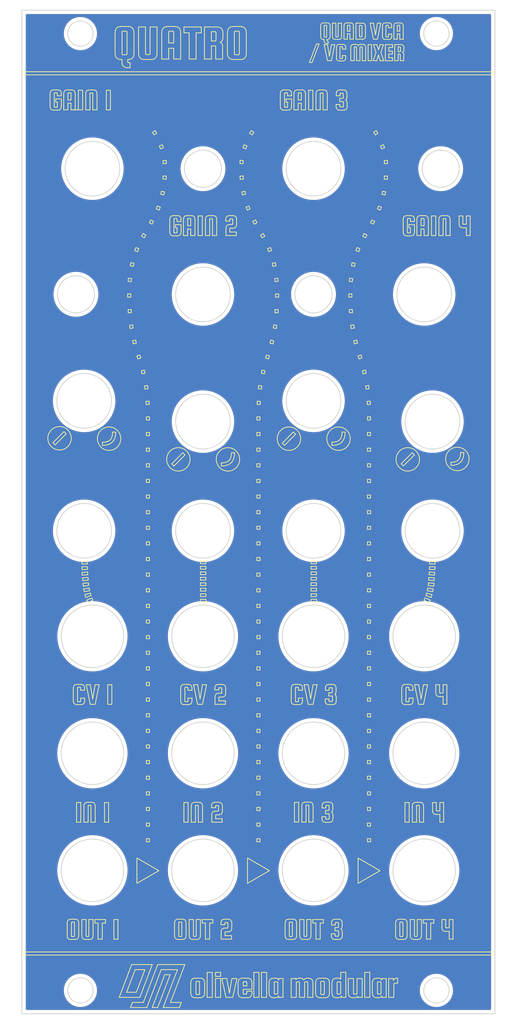
<source format=kicad_pcb>
(kicad_pcb (version 20240108) (generator "pcbnew") (generator_version "8.0")
  (layers (0 "F.Cu" signal) (31 "B.Cu" signal) (34 "B.Paste" user) (35 "F.Paste" user) (36 "B.SilkS" user "B.Silkscreen") (37 "F.SilkS" user "F.Silkscreen") (38 "B.Mask" user) (39 "F.Mask" user) (44 "Edge.Cuts" user))
  (net 0 "")
  (gr_curve (pts (xy 136.1485 37.635) (xy 136.1323 37.635) (xy 136.1171 37.64) (xy 136.1044 37.652)) (stroke (width 0.1)) (layer "F.SilkS"))
  (gr_curve (pts (xy 113.3104 123.6351) (xy 113.2898 123.6351) (xy 113.2718 123.6418) (xy 113.2567 123.657)) (stroke (width 0.1)) (layer "F.SilkS"))
  (gr_line (start 103.915 86.0752) (end 103.9177 86.1772) (stroke (width 0.1)) (layer "F.SilkS"))
  (gr_line (start 130.4713 39.418) (end 130.0261 39.418) (stroke (width 0.1)) (layer "F.SilkS"))
  (gr_curve (pts (xy 110.298 161.62481) (xy 110.298 161.65099) (xy 110.3063 161.67442) (xy 110.3228 161.69509)) (stroke (width 0.1)) (layer "F.SilkS"))
  (gr_line (start 118.5056 115.7749) (end 118.1046 115.7749) (stroke (width 0.1)) (layer "F.SilkS"))
  (gr_line (start 118.1046 113.7739) (end 118.1046 114.1722) (stroke (width 0.1)) (layer "F.SilkS"))
  (gr_line (start 130.992 78.3335) (end 130.901 77.9433) (stroke (width 0.1)) (layer "F.SilkS"))
  (gr_line (start 104.3408 109.7734) (end 103.9411 109.7734) (stroke (width 0.1)) (layer "F.SilkS"))
  (gr_line (start 96.24205 122.0642) (end 96.76984 122.0642) (stroke (width 0.1)) (layer "F.SilkS"))
  (gr_curve (pts (xy 122.5543 47.989) (xy 122.5543 48.332) (xy 122.3945 48.502) (xy 122.0734 48.502)) (stroke (width 0.1)) (layer "F.SilkS"))
  (gr_line (start 133.6022 162.13882) (end 133.4988 162.13882) (stroke (width 0.1)) (layer "F.SilkS"))
  (gr_curve (pts (xy 139.1898 154.1614) (xy 139.1898 154.50447) (xy 139.03 154.67536) (xy 138.709 154.67536)) (stroke (width 0.1)) (layer "F.SilkS"))
  (gr_curve (pts (xy 124.7386 137.505) (xy 124.7259 137.4899) (xy 124.7083 137.4829) (xy 124.6875 137.4829)) (stroke (width 0.1)) (layer "F.SilkS"))
  (gr_line (start 103.722 83.8936) (end 103.7234 83.9049) (stroke (width 0.1)) (layer "F.SilkS"))
  (gr_line (start 132.268 96.1707) (end 132.6691 96.1707) (stroke (width 0.1)) (layer "F.SilkS"))
  (gr_line (start 118.5056 117.7744) (end 118.1046 117.7744) (stroke (width 0.1)) (layer "F.SilkS"))
  (gr_line (start 106.27 58.964) (end 105.8787 58.885) (stroke (width 0.1)) (layer "F.SilkS"))
  (gr_curve (pts (xy 106.9411 62.519) (xy 106.9411 62.179) (xy 107.1024 62.007) (xy 107.4221 62.007)) (stroke (width 0.1)) (layer "F.SilkS"))
  (gr_line (start 118.5304 86.0685) (end 118.5497 85.7888) (stroke (width 0.1)) (layer "F.SilkS"))
  (gr_curve (pts (xy 114.3288 38.625) (xy 114.3288 38.066) (xy 114.592 37.787) (xy 115.117 37.787)) (stroke (width 0.1)) (layer "F.SilkS"))
  (gr_curve (pts (xy 114.0408 153.719) (xy 114.027 153.7342) (xy 114.0215 153.7534) (xy 114.0215 153.7727)) (stroke (width 0.1)) (layer "F.SilkS"))
  (gr_line (start 120.4997 72.0329) (end 120.4914 72.4326) (stroke (width 0.1)) (layer "F.SilkS"))
  (gr_line (start 132.6691 109.7734) (end 132.268 109.7734) (stroke (width 0.1)) (layer "F.SilkS"))
  (gr_line (start 128.5751 154.1848) (end 128.5751 153.6487) (stroke (width 0.1)) (layer "F.SilkS"))
  (gr_curve (pts (xy 94.74 152.5325) (xy 94.74 152.5105) (xy 94.73171 152.4939) (xy 94.71657 152.4788)) (stroke (width 0.1)) (layer "F.SilkS"))
  (gr_line (start 97.35274 152.5849) (end 97.35274 152.1246) (stroke (width 0.1)) (layer "F.SilkS"))
  (gr_line (start 97.75928 152.5849) (end 97.35274 152.5849) (stroke (width 0.1)) (layer "F.SilkS"))
  (gr_curve (pts (xy 126.2393 46.324) (xy 126.2266 46.339) (xy 126.2199 46.357) (xy 126.2199 46.38)) (stroke (width 0.1)) (layer "F.SilkS"))
  (gr_line (start 102.7381 147.4903) (end 102.7381 144.2519) (stroke (width 0.1)) (layer "F.SilkS"))
  (gr_line (start 132.268 114.1722) (end 132.6691 114.1722) (stroke (width 0.1)) (layer "F.SilkS"))
  (gr_curve (pts (xy 114.0876 152.5091) (xy 114.067 152.5091) (xy 114.0477 152.5173) (xy 114.0325 152.5325)) (stroke (width 0.1)) (layer "F.SilkS"))
  (gr_line (start 107.8024 62.374) (end 107.5585 62.374) (stroke (width 0.1)) (layer "F.SilkS"))
  (gr_line (start 110.8727 107.6179) (end 110.8727 107.9707) (stroke (width 0.1)) (layer "F.SilkS"))
  (gr_curve (pts (xy 100.8626 41.374) (xy 100.8888 41.4) (xy 100.9177 41.413) (xy 100.9522 41.413)) (stroke (width 0.1)) (layer "F.SilkS"))
  (gr_line (start 102.9724 66.2399) (end 102.5989 66.0964) (stroke (width 0.1)) (layer "F.SilkS"))
  (gr_line (start 104.3408 91.7733) (end 103.9411 91.7733) (stroke (width 0.1)) (layer "F.SilkS"))
  (gr_curve (pts (xy 126.9777 39.146) (xy 126.9943 39.146) (xy 127.008 39.138) (xy 127.019 39.125)) (stroke (width 0.1)) (layer "F.SilkS"))
  (gr_line (start 103.9411 139.7746) (end 103.9411 140.1743) (stroke (width 0.1)) (layer "F.SilkS"))
  (gr_line (start 134.4069 54.976) (end 134.4234 55.068) (stroke (width 0.1)) (layer "F.SilkS"))
  (gr_curve (pts (xy 113.3036 122.4487) (xy 113.2829 122.4487) (xy 113.2636 122.454) (xy 113.2484 122.4692)) (stroke (width 0.1)) (layer "F.SilkS"))
  (gr_line (start 101.4731 41.286) (end 101.4731 38.518) (stroke (width 0.1)) (layer "F.SilkS"))
  (gr_line (start 125.7377 111.4696) (end 125.7377 111.1182) (stroke (width 0.1)) (layer "F.SilkS"))
  (gr_line (start 104.3408 93.7728) (end 103.9411 93.7728) (stroke (width 0.1)) (layer "F.SilkS"))
  (gr_line (start 118.3279 83.8485) (end 118.292 84.1582) (stroke (width 0.1)) (layer "F.SilkS"))
  (gr_line (start 92.34082 47.465) (end 92.34082 47.064) (stroke (width 0.1)) (layer "F.SilkS"))
  (gr_line (start 104.3408 90.1734) (end 104.3408 89.7727) (stroke (width 0.1)) (layer "F.SilkS"))
  (gr_curve (pts (xy 124.1364 154.2096) (xy 124.1364 154.2289) (xy 124.1417 154.2468) (xy 124.1555 154.26194)) (stroke (width 0.1)) (layer "F.SilkS"))
  (gr_line (start 123.4362 122.7726) (end 123.4362 122.4692) (stroke (width 0.1)) (layer "F.SilkS"))
  (gr_line (start 109.2755 122.7726) (end 109.2755 122.4692) (stroke (width 0.1)) (layer "F.SilkS"))
  (gr_line (start 103.8392 37.852) (end 103.8392 41.261) (stroke (width 0.1)) (layer "F.SilkS"))
  (gr_line (start 132.6691 119.774) (end 132.268 119.774) (stroke (width 0.1)) (layer "F.SilkS"))
  (gr_curve (pts (xy 122.2126 89.0643) (xy 121.383 89.0643) (xy 120.7119 89.7339) (xy 120.7119 90.565)) (stroke (width 0.1)) (layer "F.SilkS"))
  (gr_line (start 133.9384 53.075) (end 134.0774 53.452) (stroke (width 0.1)) (layer "F.SilkS"))
  (gr_line (start 96.42532 107.6321) (end 95.72806 107.6871) (stroke (width 0.1)) (layer "F.SilkS"))
  (gr_line (start 99.0009 124.5763) (end 99.5287 124.5763) (stroke (width 0.1)) (layer "F.SilkS"))
  (gr_curve (pts (xy 127.4035 161.48839) (xy 127.4035 161.92109) (xy 127.1996 162.13882) (xy 126.7918 162.13882)) (stroke (width 0.1)) (layer "F.SilkS"))
  (gr_line (start 114.3164 152.5091) (end 114.0876 152.5091) (stroke (width 0.1)) (layer "F.SilkS"))
  (gr_curve (pts (xy 126.7131 160.06901) (xy 126.6965 160.04972) (xy 126.6747 160.04008) (xy 126.6486 160.04008)) (stroke (width 0.1)) (layer "F.SilkS"))
  (gr_curve (pts (xy 128.9568 39.032) (xy 128.9568 39.31) (xy 128.8259 39.449) (xy 128.5638 39.449)) (stroke (width 0.1)) (layer "F.SilkS"))
  (gr_curve (pts (xy 115.3389 38.39) (xy 115.3044 38.39) (xy 115.2755 38.403) (xy 115.2493 38.429)) (stroke (width 0.1)) (layer "F.SilkS"))
  (gr_line (start 118.6917 158.89493) (end 118.6917 162.09059) (stroke (width 0.1)) (layer "F.SilkS"))
  (gr_curve (pts (xy 114.9296 63.139) (xy 114.9517 63.139) (xy 114.9682 63.132) (xy 114.9806 63.116)) (stroke (width 0.1)) (layer "F.SilkS"))
  (gr_curve (pts (xy 112.8322 137.5601) (xy 112.8185 137.5753) (xy 112.8116 137.5946) (xy 112.8116 137.6166)) (stroke (width 0.1)) (layer "F.SilkS"))
  (gr_line (start 128.8093 48.09) (end 129.1152 48.09) (stroke (width 0.1)) (layer "F.SilkS"))
  (gr_line (start 137.7762 62.756) (end 137.7762 62.453) (stroke (width 0.1)) (layer "F.SilkS"))
  (gr_line (start 137.626 124.612) (end 137.1367 124.612) (stroke (width 0.1)) (layer "F.SilkS"))
  (gr_line (start 132.6691 94.1711) (end 132.6691 93.7728) (stroke (width 0.1)) (layer "F.SilkS"))
  (gr_line (start 118.1046 130.1711) (end 118.5056 130.1711) (stroke (width 0.1)) (layer "F.SilkS"))
  (gr_curve (pts (xy 133.9133 161.66615) (xy 133.9398 161.66615) (xy 133.9617 161.65513) (xy 133.9782 161.63584)) (stroke (width 0.1)) (layer "F.SilkS"))
  (gr_curve (pts (xy 124.0744 154.67536) (xy 123.7533 154.67536) (xy 123.5921 154.50447) (xy 123.5921 154.1614)) (stroke (width 0.1)) (layer "F.SilkS"))
  (gr_curve (pts (xy 106.9301 38.39) (xy 106.8957 38.39) (xy 106.8667 38.403) (xy 106.8406 38.429)) (stroke (width 0.1)) (layer "F.SilkS"))
  (gr_curve (pts (xy 120.3549 161.63584) (xy 120.3742 161.65513) (xy 120.3977 161.66615) (xy 120.4239 161.66615)) (stroke (width 0.1)) (layer "F.SilkS"))
  (gr_line (start 94.29348 48.463) (end 95.78178 48.463) (stroke (width 0.1)) (layer "F.SilkS"))
  (gr_curve (pts (xy 134.9332 39.125) (xy 134.9456 39.114) (xy 134.9526 39.099) (xy 134.9526 39.081)) (stroke (width 0.1)) (layer "F.SilkS"))
  (gr_line (start 110.9843 37.852) (end 110.9843 38.606) (stroke (width 0.1)) (layer "F.SilkS"))
  (gr_line (start 130.183 76.4539) (end 130.5771 76.3918) (stroke (width 0.1)) (layer "F.SilkS"))
  (gr_line (start 103.9177 86.1772) (end 104.3173 86.1705) (stroke (width 0.1)) (layer "F.SilkS"))
  (gr_line (start 116.3504 55.079) (end 116.3504 55.068) (stroke (width 0.1)) (layer "F.SilkS"))
  (gr_line (start 130.2176 68.4212) (end 130.6103 68.4984) (stroke (width 0.1)) (layer "F.SilkS"))
  (gr_line (start 118.1046 87.7742) (end 118.1046 88.1711) (stroke (width 0.1)) (layer "F.SilkS"))
  (gr_line (start 95.28292 152.5973) (end 95.28292 154.1614) (stroke (width 0.1)) (layer "F.SilkS"))
  (gr_curve (pts (xy 114.6471 62.453) (xy 114.6347 62.468) (xy 114.6278 62.487) (xy 114.6278 62.506)) (stroke (width 0.1)) (layer "F.SilkS"))
  (gr_line (start 110.5268 137.5022) (end 110.3173 137.5022) (stroke (width 0.1)) (layer "F.SilkS"))
  (gr_line (start 125.036 109.3681) (end 125.7377 109.3681) (stroke (width 0.1)) (layer "F.SilkS"))
  (gr_line (start 132.4306 83.749) (end 132.0365 83.8167) (stroke (width 0.1)) (layer "F.SilkS"))
  (gr_line (start 95.86035 109.3875) (end 95.8631 109.4055) (stroke (width 0.1)) (layer "F.SilkS"))
  (gr_line (start 114.2558 159.68039) (end 114.5824 161.55178) (stroke (width 0.1)) (layer "F.SilkS"))
  (gr_line (start 120.1965 76.3918) (end 120.5906 76.4539) (stroke (width 0.1)) (layer "F.SilkS"))
  (gr_curve (pts (xy 129.4874 41.781) (xy 129.4874 42.059) (xy 129.3561 42.201) (xy 129.093 42.201)) (stroke (width 0.1)) (layer "F.SilkS"))
  (gr_curve (pts (xy 96.51214 137.5243) (xy 96.49976 137.5408) (xy 96.49284 137.5588) (xy 96.49284 137.5781)) (stroke (width 0.1)) (layer "F.SilkS"))
  (gr_line (start 133.4752 40.115) (end 133.6791 40.778) (stroke (width 0.1)) (layer "F.SilkS"))
  (gr_line (start 95.83689 109.0816) (end 95.85894 109.3709) (stroke (width 0.1)) (layer "F.SilkS"))
  (gr_line (start 131.4164 40.082) (end 131.652 40.082) (stroke (width 0.1)) (layer "F.SilkS"))
  (gr_curve (pts (xy 94.28523 154.67536) (xy 93.96554 154.67536) (xy 93.80429 154.50447) (xy 93.80429 154.1614)) (stroke (width 0.1)) (layer "F.SilkS"))
  (gr_line (start 105.847 158.54078) (end 107.9333 158.54078) (stroke (width 0.1)) (layer "F.SilkS"))
  (gr_line (start 115.6958 161.48839) (end 115.6958 160.28262) (stroke (width 0.1)) (layer "F.SilkS"))
  (gr_curve (pts (xy 123.0959 159.80305) (xy 123.1978 159.68731) (xy 123.3522 159.62942) (xy 123.5604 159.62942)) (stroke (width 0.1)) (layer "F.SilkS"))
  (gr_line (start 102.2517 76.3918) (end 102.1883 75.9964) (stroke (width 0.1)) (layer "F.SilkS"))
  (gr_line (start 103.9411 131.7724) (end 103.9411 132.1734) (stroke (width 0.1)) (layer "F.SilkS"))
  (gr_line (start 95.20577 124.2401) (end 95.45105 124.2401) (stroke (width 0.1)) (layer "F.SilkS"))
  (gr_line (start 94.29348 47.62) (end 93.90215 47.62) (stroke (width 0.1)) (layer "F.SilkS"))
  (gr_line (start 103.9411 102.1749) (end 104.3408 102.1749) (stroke (width 0.1)) (layer "F.SilkS"))
  (gr_curve (pts (xy 113.2484 122.4692) (xy 113.236 122.4872) (xy 113.2291 122.5052) (xy 113.2291 122.5242)) (stroke (width 0.1)) (layer "F.SilkS"))
  (gr_curve (pts (xy 128.6936 42.201) (xy 128.4301 42.201) (xy 128.2992 42.059) (xy 128.2992 41.781)) (stroke (width 0.1)) (layer "F.SilkS"))
  (gr_curve (pts (xy 115.117 42.022) (xy 114.592 42.022) (xy 114.3288 41.742) (xy 114.3288 41.184)) (stroke (width 0.1)) (layer "F.SilkS"))
  (gr_line (start 133.3651 41.139) (end 133.0441 40.115) (stroke (width 0.1)) (layer "F.SilkS"))
  (gr_line (start 141.0243 123.0714) (end 141.0243 122.0642) (stroke (width 0.1)) (layer "F.SilkS"))
  (gr_line (start 130.0261 39.418) (end 130.0261 38.729) (stroke (width 0.1)) (layer "F.SilkS"))
  (gr_curve (pts (xy 114.3164 153.2201) (xy 114.3371 153.2201) (xy 114.3536 153.2119) (xy 114.366 153.1967)) (stroke (width 0.1)) (layer "F.SilkS"))
  (gr_line (start 112.7978 158.89356) (end 112.7978 159.40343) (stroke (width 0.1)) (layer "F.SilkS"))
  (gr_curve (pts (xy 127.3266 138.1389) (xy 127.3428 138.1224) (xy 127.3499 138.1045) (xy 127.3499 138.0838)) (stroke (width 0.1)) (layer "F.SilkS"))
  (gr_curve (pts (xy 92.51997 46.305) (xy 92.50617 46.29) (xy 92.48966 46.28) (xy 92.46899 46.28)) (stroke (width 0.1)) (layer "F.SilkS"))
  (gr_line (start 117.2337 61.149) (end 117.0835 60.777) (stroke (width 0.1)) (layer "F.SilkS"))
  (gr_curve (pts (xy 115.6958 160.28262) (xy 115.6958 159.84715) (xy 115.8997 159.62942) (xy 116.3077 159.62942)) (stroke (width 0.1)) (layer "F.SilkS"))
  (gr_curve (pts (xy 121.5842 48.502) (xy 121.2631 48.502) (xy 121.1032 48.332) (xy 121.1032 47.989)) (stroke (width 0.1)) (layer "F.SilkS"))
  (gr_line (start 128.2498 47.989) (end 128.2498 47.784) (stroke (width 0.1)) (layer "F.SilkS"))
  (gr_line (start 125.036 107.6179) (end 125.036 107.9707) (stroke (width 0.1)) (layer "F.SilkS"))
  (gr_line (start 104.4565 158.54078) (end 104.7032 157.89033) (stroke (width 0.1)) (layer "F.SilkS"))
  (gr_line (start 128.4329 162.13882) (end 128.3296 162.13882) (stroke (width 0.1)) (layer "F.SilkS"))
  (gr_line (start 127.3594 122.7726) (end 126.8743 122.7726) (stroke (width 0.1)) (layer "F.SilkS"))
  (gr_line (start 114.0215 153.7727) (end 114.0215 154.1903) (stroke (width 0.1)) (layer "F.SilkS"))
  (gr_line (start 132.6691 130.1711) (end 132.6691 129.7728) (stroke (width 0.1)) (layer "F.SilkS"))
  (gr_curve (pts (xy 137.3229 64.5942) (xy 137.0015 64.5942) (xy 136.8403 64.4235) (xy 136.8403 64.082)) (stroke (width 0.1)) (layer "F.SilkS"))
  (gr_line (start 123.789 47.62) (end 123.3977 47.62) (stroke (width 0.1)) (layer "F.SilkS"))
  (gr_line (start 132.268 113.7739) (end 132.268 114.1722) (stroke (width 0.1)) (layer "F.SilkS"))
  (gr_curve (pts (xy 139.5041 62.399) (xy 139.4904 62.384) (xy 139.4738 62.374) (xy 139.4533 62.374)) (stroke (width 0.1)) (layer "F.SilkS"))
  (gr_line (start 118.5497 85.7888) (end 118.1515 85.7598) (stroke (width 0.1)) (layer "F.SilkS"))
  (gr_curve (pts (xy 92.46899 48.13) (xy 92.48966 48.13) (xy 92.50617 48.12) (xy 92.51997 48.105)) (stroke (width 0.1)) (layer "F.SilkS"))
  (gr_line (start 122.9181 139.6437) (end 123.4612 139.6437) (stroke (width 0.1)) (layer "F.SilkS"))
  (gr_curve (pts (xy 121.6462 48.052) (xy 121.6462 48.072) (xy 121.6531 48.09) (xy 121.6655 48.105)) (stroke (width 0.1)) (layer "F.SilkS"))
  (gr_line (start 116.903 147.4916) (end 116.903 144.2519) (stroke (width 0.1)) (layer "F.SilkS"))
  (gr_line (start 130.901 77.9433) (end 130.5111 78.0301) (stroke (width 0.1)) (layer "F.SilkS"))
  (gr_curve (pts (xy 109.2549 62.399) (xy 109.2424 62.414) (xy 109.2356 62.432) (xy 109.2356 62.453)) (stroke (width 0.1)) (layer "F.SilkS"))
  (gr_line (start 104.3408 120.1733) (end 104.3408 119.774) (stroke (width 0.1)) (layer "F.SilkS"))
  (gr_curve (pts (xy 113.5323 123.1567) (xy 113.553 123.1567) (xy 113.5695 123.15) (xy 113.5819 123.1349)) (stroke (width 0.1)) (layer "F.SilkS"))
  (gr_line (start 113.6246 123.6351) (end 113.3104 123.6351) (stroke (width 0.1)) (layer "F.SilkS"))
  (gr_line (start 96.55761 109.3077) (end 96.53419 109.0266) (stroke (width 0.1)) (layer "F.SilkS"))
  (gr_line (start 136.0095 159.62942) (end 136.1376 159.62942) (stroke (width 0.1)) (layer "F.SilkS"))
  (gr_line (start 125.036 108.321) (end 125.036 108.671) (stroke (width 0.1)) (layer "F.SilkS"))
  (gr_line (start 125.7335 40.03) (end 126.0725 40.03) (stroke (width 0.1)) (layer "F.SilkS"))
  (gr_line (start 124.3319 48.463) (end 123.789 48.463) (stroke (width 0.1)) (layer "F.SilkS"))
  (gr_line (start 112.3417 62.394) (end 112.1322 62.394) (stroke (width 0.1)) (layer "F.SilkS"))
  (gr_curve (pts (xy 109.6366 160.28262) (xy 109.6366 159.84715) (xy 109.8405 159.62942) (xy 110.2484 159.62942)) (stroke (width 0.1)) (layer "F.SilkS"))
  (gr_line (start 132.2239 85.7888) (end 132.2419 86.0671) (stroke (width 0.1)) (layer "F.SilkS"))
  (gr_line (start 132.268 117.7744) (end 132.268 118.1713) (stroke (width 0.1)) (layer "F.SilkS"))
  (gr_line (start 128.9568 37.363) (end 128.9568 39.032) (stroke (width 0.1)) (layer "F.SilkS"))
  (gr_line (start 118.1046 88.1711) (end 118.5056 88.1711) (stroke (width 0.1)) (layer "F.SilkS"))
  (gr_line (start 109.6269 64.5558) (end 109.6269 63.714) (stroke (width 0.1)) (layer "F.SilkS"))
  (gr_line (start 141.5421 137.1522) (end 142.0272 137.1522) (stroke (width 0.1)) (layer "F.SilkS"))
  (gr_line (start 96.64306 154.67536) (end 96.16211 154.67536) (stroke (width 0.1)) (layer "F.SilkS"))
  (gr_curve (pts (xy 141.0888 138.1403) (xy 141.0888 138.1609) (xy 141.0959 138.1775) (xy 141.1082 138.1927)) (stroke (width 0.1)) (layer "F.SilkS"))
  (gr_curve (pts (xy 129.0464 41.877) (xy 129.0587 41.864) (xy 129.064 41.85) (xy 129.064 41.831)) (stroke (width 0.1)) (layer "F.SilkS"))
  (gr_line (start 88 156.67903) (end 148.6005 156.67903) (stroke (width 0.1)) (layer "F.SilkS"))
  (gr_line (start 101.954 72.4326) (end 101.9458 72.0329) (stroke (width 0.1)) (layer "F.SilkS"))
  (gr_line (start 117.4776 161.06395) (end 116.3573 161.06395) (stroke (width 0.1)) (layer "F.SilkS"))
  (gr_line (start 126.3769 161.72541) (end 126.6486 161.72541) (stroke (width 0.1)) (layer "F.SilkS"))
  (gr_line (start 104.8121 51.453) (end 104.9333 51.67) (stroke (width 0.1)) (layer "F.SilkS"))
  (gr_line (start 118.1046 124.171) (end 118.5056 124.171) (stroke (width 0.1)) (layer "F.SilkS"))
  (gr_line (start 132.268 97.7733) (end 132.268 98.1716) (stroke (width 0.1)) (layer "F.SilkS"))
  (gr_line (start 118.1046 102.1707) (end 118.5056 102.1707) (stroke (width 0.1)) (layer "F.SilkS"))
  (gr_line (start 135.6444 162.09059) (end 134.9829 162.09059) (stroke (width 0.1)) (layer "F.SilkS"))
  (gr_line (start 92.25813 91.3626) (end 91.97563 91.0815) (stroke (width 0.1)) (layer "F.SilkS"))
  (gr_line (start 92.54339 46.661) (end 92.54339 46.359) (stroke (width 0.1)) (layer "F.SilkS"))
  (gr_curve (pts (xy 127.7136 91.0127) (xy 128.2442 91.0183) (xy 128.5476 90.8846) (xy 128.7335 90.6708)) (stroke (width 0.1)) (layer "F.SilkS"))
  (gr_curve (pts (xy 107.9113 62.007) (xy 108.2324 62.007) (xy 108.3922 62.179) (xy 108.3922 62.519)) (stroke (width 0.1)) (layer "F.SilkS"))
  (gr_line (start 138.1068 123.7741) (end 138.1068 124.0994) (stroke (width 0.1)) (layer "F.SilkS"))
  (gr_line (start 138.5587 137.5794) (end 138.5587 139.663) (stroke (width 0.1)) (layer "F.SilkS"))
  (gr_line (start 131.2992 66.2399) (end 130.9274 66.0964) (stroke (width 0.1)) (layer "F.SilkS"))
  (gr_line (start 115.9508 55.05) (end 115.937 55.333) (stroke (width 0.1)) (layer "F.SilkS"))
  (gr_line (start 127.1213 48.463) (end 126.577 48.463) (stroke (width 0.1)) (layer "F.SilkS"))
  (gr_line (start 132.0461 42.168) (end 131.6012 42.168) (stroke (width 0.1)) (layer "F.SilkS"))
  (gr_line (start 128.9416 162.09059) (end 128.9416 161.91282) (stroke (width 0.1)) (layer "F.SilkS"))
  (gr_line (start 127.7757 37.363) (end 128.2209 37.363) (stroke (width 0.1)) (layer "F.SilkS"))
  (gr_line (start 111.5727 108.671) (end 111.5727 108.321) (stroke (width 0.1)) (layer "F.SilkS"))
  (gr_line (start 108.3922 62.756) (end 107.8768 62.756) (stroke (width 0.1)) (layer "F.SilkS"))
  (gr_line (start 130.5291 162.13882) (end 130.4258 162.13882) (stroke (width 0.1)) (layer "F.SilkS"))
  (gr_line (start 99.1125 139.6658) (end 99.1125 137.155) (stroke (width 0.1)) (layer "F.SilkS"))
  (gr_curve (pts (xy 128.5282 152.5325) (xy 128.5158 152.5173) (xy 128.4978 152.5091) (xy 128.477 152.5091)) (stroke (width 0.1)) (layer "F.SilkS"))
  (gr_curve (pts (xy 128.477 153.154) (xy 128.4978 153.154) (xy 128.5158 153.1444) (xy 128.5282 153.1292)) (stroke (width 0.1)) (layer "F.SilkS"))
  (gr_line (start 95.6798 152.1246) (end 96.22413 152.1246) (stroke (width 0.1)) (layer "F.SilkS"))
  (gr_line (start 95.689472 106.616425) (end 96.38951 106.6037) (stroke (width 0.1)) (layer "F.SilkS"))
  (gr_line (start 140.881915 107.687085) (end 140.185 107.6321) (stroke (width 0.1)) (layer "F.SilkS"))
  (gr_line (start 142.7441 154.63539) (end 142.7441 153.6446) (stroke (width 0.1)) (layer "F.SilkS"))
  (gr_curve (pts (xy 110.874 154.1614) (xy 110.874 154.50447) (xy 110.7142 154.67536) (xy 110.3931 154.67536)) (stroke (width 0.1)) (layer "F.SilkS"))
  (gr_line (start 140.0457 109.3391) (end 140.7346 109.4619) (stroke (width 0.1)) (layer "F.SilkS"))
  (gr_line (start 120.2805 159.62942) (end 120.3839 159.62942) (stroke (width 0.1)) (layer "F.SilkS"))
  (gr_curve (pts (xy 135.9337 93.2109) (xy 135.9337 94.0374) (xy 136.6047 94.7102) (xy 137.4344 94.7102)) (stroke (width 0.1)) (layer "F.SilkS"))
  (gr_curve (pts (xy 138.9337 93.2109) (xy 138.9337 92.3797) (xy 138.2627 91.7101) (xy 137.4344 91.7101)) (stroke (width 0.1)) (layer "F.SilkS"))
  (gr_line (start 127.6931 122.4487) (end 127.4339 122.4487) (stroke (width 0.1)) (layer "F.SilkS"))
  (gr_line (start 104.7335 51.339) (end 104.8024 51.438) (stroke (width 0.1)) (layer "F.SilkS"))
  (gr_line (start 115.4739 64.5558) (end 114.1386 64.5558) (stroke (width 0.1)) (layer "F.SilkS"))
  (gr_line (start 127.7164 123.5095) (end 127.3167 123.5095) (stroke (width 0.1)) (layer "F.SilkS"))
  (gr_line (start 116.3449 56.934) (end 115.9438 56.948) (stroke (width 0.1)) (layer "F.SilkS"))
  (gr_line (start 129.093 42.201) (end 128.6936 42.201) (stroke (width 0.1)) (layer "F.SilkS"))
  (gr_curve (pts (xy 112.3237 138.7604) (xy 112.3237 138.4173) (xy 112.4836 138.2491) (xy 112.8047 138.2491)) (stroke (width 0.1)) (layer "F.SilkS"))
  (gr_curve (pts (xy 115.004 62.506) (xy 115.004 62.487) (xy 114.9958 62.468) (xy 114.9806 62.453)) (stroke (width 0.1)) (layer "F.SilkS"))
  (gr_line (start 126.6662 37.331) (end 127.0881 37.331) (stroke (width 0.1)) (layer "F.SilkS"))
  (gr_line (start 137.5748 63.158) (end 138.2931 63.158) (stroke (width 0.1)) (layer "F.SilkS"))
  (gr_line (start 130.5718 40.462) (end 130.5718 42.168) (stroke (width 0.1)) (layer "F.SilkS"))
  (gr_line (start 119.1492 81.8765) (end 118.7606 81.7812) (stroke (width 0.1)) (layer "F.SilkS"))
  (gr_line (start 118.5056 129.7728) (end 118.1046 129.7728) (stroke (width 0.1)) (layer "F.SilkS"))
  (gr_line (start 118.1515 85.7598) (end 118.1322 86.0491) (stroke (width 0.1)) (layer "F.SilkS"))
  (gr_curve (pts (xy 136.7825 154.27848) (xy 136.7976 154.26194) (xy 136.8061 154.2441) (xy 136.8061 154.2234)) (stroke (width 0.1)) (layer "F.SilkS"))
  (gr_line (start 127.3732 139.1931) (end 127.3732 138.6598) (stroke (width 0.1)) (layer "F.SilkS"))
  (gr_line (start 122.5543 46.425) (end 122.5543 46.662) (stroke (width 0.1)) (layer "F.SilkS"))
  (gr_line (start 129.0048 40.384) (end 128.8051 40.384) (stroke (width 0.1)) (layer "F.SilkS"))
  (gr_line (start 136.4131 41.326) (end 136.1997 41.326) (stroke (width 0.1)) (layer "F.SilkS"))
  (gr_line (start 136.6558 124.0994) (end 136.6558 122.5369) (stroke (width 0.1)) (layer "F.SilkS"))
  (gr_line (start 123.3977 48.463) (end 122.8534 48.463) (stroke (width 0.1)) (layer "F.SilkS"))
  (gr_line (start 106.5084 55.333) (end 106.4947 55.05) (stroke (width 0.1)) (layer "F.SilkS"))
  (gr_line (start 130.376 70.0623) (end 129.9777 70.0182) (stroke (width 0.1)) (layer "F.SilkS"))
  (gr_curve (pts (xy 134.6316 39.081) (xy 134.6316 39.099) (xy 134.6369 39.114) (xy 134.6478 39.125)) (stroke (width 0.1)) (layer "F.SilkS"))
  (gr_line (start 120.8924 159.85816) (end 120.8924 159.68039) (stroke (width 0.1)) (layer "F.SilkS"))
  (gr_curve (pts (xy 115.8598 38.518) (xy 115.8598 38.485) (xy 115.8474 38.454) (xy 115.8212 38.429)) (stroke (width 0.1)) (layer "F.SilkS"))
  (gr_line (start 125.3048 139.6451) (end 124.7619 139.6451) (stroke (width 0.1)) (layer "F.SilkS"))
  (gr_line (start 139.1898 152.1246) (end 139.1898 154.1614) (stroke (width 0.1)) (layer "F.SilkS"))
  (gr_line (start 140.0707 62.521) (end 140.0707 64.5558) (stroke (width 0.1)) (layer "F.SilkS"))
  (gr_curve (pts (xy 120.6953 161.66615) (xy 120.7215 161.66615) (xy 120.7436 161.65513) (xy 120.7601 161.63584)) (stroke (width 0.1)) (layer "F.SilkS"))
  (gr_line (start 93.90215 48.463) (end 93.35781 48.463) (stroke (width 0.1)) (layer "F.SilkS"))
  (gr_line (start 128.0816 40.115) (end 127.6558 42.168) (stroke (width 0.1)) (layer "F.SilkS"))
  (gr_line (start 133.478 51.241) (end 133.4738 51.232) (stroke (width 0.1)) (layer "F.SilkS"))
  (gr_curve (pts (xy 142.7204 153.1637) (xy 142.737 153.1499) (xy 142.7441 153.132) (xy 142.7441 153.1113)) (stroke (width 0.1)) (layer "F.SilkS"))
  (gr_curve (pts (xy 128.5282 153.1292) (xy 128.5433 153.1127) (xy 128.5515 153.0961) (xy 128.5515 153.0741)) (stroke (width 0.1)) (layer "F.SilkS"))
  (gr_curve (pts (xy 121.1032 46.425) (xy 121.1032 46.085) (xy 121.2631 45.912) (xy 121.5842 45.912)) (stroke (width 0.1)) (layer "F.SilkS"))
  (gr_line (start 102.734 79.969) (end 102.7533 80.0325) (stroke (width 0.1)) (layer "F.SilkS"))
  (gr_line (start 116.3504 55.068) (end 116.3669 54.976) (stroke (width 0.1)) (layer "F.SilkS"))
  (gr_line (start 106.0799 54.976) (end 106.095 55.083) (stroke (width 0.1)) (layer "F.SilkS"))
  (gr_curve (pts (xy 96.91177 137.1123) (xy 97.23286 137.1123) (xy 97.39271 137.2831) (xy 97.39271 137.6249)) (stroke (width 0.1)) (layer "F.SilkS"))
  (gr_line (start 132.6691 132.172) (end 132.6691 131.7724) (stroke (width 0.1)) (layer "F.SilkS"))
  (gr_curve (pts (xy 128.7444 41.831) (xy 128.7444 41.85) (xy 128.7501 41.864) (xy 128.7596 41.877)) (stroke (width 0.1)) (layer "F.SilkS"))
  (gr_line (start 95.78178 108.3828) (end 95.80934 108.7331) (stroke (width 0.1)) (layer "F.SilkS"))
  (gr_line (start 104.8052 51.447) (end 104.8121 51.453) (stroke (width 0.1)) (layer "F.SilkS"))
  (gr_curve (pts (xy 113.2567 123.657) (xy 113.2429 123.6722) (xy 113.2374 123.693) (xy 113.2374 123.7134)) (stroke (width 0.1)) (layer "F.SilkS"))
  (gr_curve (pts (xy 116.8658 159.62942) (xy 117.2737 159.62942) (xy 117.4776 159.84715) (xy 117.4776 160.28262)) (stroke (width 0.1)) (layer "F.SilkS"))
  (gr_curve (pts (xy 136.3514 154.67536) (xy 136.0314 154.67536) (xy 135.8702 154.50447) (xy 135.8702 154.1614)) (stroke (width 0.1)) (layer "F.SilkS"))
  (gr_line (start 108.756 139.663) (end 109.3003 139.663) (stroke (width 0.1)) (layer "F.SilkS"))
  (gr_curve (pts (xy 125.036 154.1614) (xy 125.036 154.50447) (xy 124.8762 154.67536) (xy 124.5552 154.67536)) (stroke (width 0.1)) (layer "F.SilkS"))
  (gr_line (start 110.3173 41.959) (end 109.4285 41.959) (stroke (width 0.1)) (layer "F.SilkS"))
  (gr_line (start 144.0077 63.054) (end 144.0077 62.046) (stroke (width 0.1)) (layer "F.SilkS"))
  (gr_curve (pts (xy 142.2907 153.1113) (xy 142.2907 153.132) (xy 142.296 153.1499) (xy 142.3098 153.1637)) (stroke (width 0.1)) (layer "F.SilkS"))
  (gr_line (start 115.8598 41.286) (end 115.8598 38.518) (stroke (width 0.1)) (layer "F.SilkS"))
  (gr_line (start 95.55992 124.612) (end 95.07072 124.612) (stroke (width 0.1)) (layer "F.SilkS"))
  (gr_line (start 137.59 122.7726) (end 137.59 122.4692) (stroke (width 0.1)) (layer "F.SilkS"))
  (gr_line (start 141.9584 62.474) (end 141.9584 64.5558) (stroke (width 0.1)) (layer "F.SilkS"))
  (gr_curve (pts (xy 137.5667 124.2165) (xy 137.5833 124.1999) (xy 137.59 124.1837) (xy 137.59 124.1629)) (stroke (width 0.1)) (layer "F.SilkS"))
  (gr_curve (pts (xy 127.019 37.652) (xy 127.008 37.64) (xy 126.9943 37.635) (xy 126.9777 37.635)) (stroke (width 0.1)) (layer "F.SilkS"))
  (gr_line (start 135.3742 38.765) (end 135.3742 39.032) (stroke (width 0.1)) (layer "F.SilkS"))
  (gr_line (start 105.1456 51.232) (end 105.1414 51.226) (stroke (width 0.1)) (layer "F.SilkS"))
  (gr_curve (pts (xy 142.2837 93.1583) (xy 142.2837 93.988) (xy 142.9547 94.659) (xy 143.783 94.659)) (stroke (width 0.1)) (layer "F.SilkS"))
  (gr_line (start 109.3003 137.1522) (end 108.756 137.1522) (stroke (width 0.1)) (layer "F.SilkS"))
  (gr_line (start 102.3619 38.625) (end 102.3619 41.184) (stroke (width 0.1)) (layer "F.SilkS"))
  (gr_line (start 103.7234 83.9049) (end 103.7565 84.2023) (stroke (width 0.1)) (layer "F.SilkS"))
  (gr_line (start 118.1046 131.7724) (end 118.1046 132.172) (stroke (width 0.1)) (layer "F.SilkS"))
  (gr_line (start 130.4752 159.68039) (end 130.4752 161.56556) (stroke (width 0.1)) (layer "F.SilkS"))
  (gr_line (start 117.2999 51.232) (end 117.2957 51.241) (stroke (width 0.1)) (layer "F.SilkS"))
  (gr_line (start 127.6586 152.8343) (end 127.6586 152.5973) (stroke (width 0.1)) (layer "F.SilkS"))
  (gr_curve (pts (xy 128.9416 161.91282) (xy 128.8397 162.06303) (xy 128.67 162.13882) (xy 128.4329 162.13882)) (stroke (width 0.1)) (layer "F.SilkS"))
  (gr_line (start 120.8386 74.0476) (end 120.4404 74.0243) (stroke (width 0.1)) (layer "F.SilkS"))
  (gr_line (start 104.3408 113.7739) (end 103.9411 113.7739) (stroke (width 0.1)) (layer "F.SilkS"))
  (gr_curve (pts (xy 122.3338 152.454) (xy 122.3131 152.454) (xy 122.2952 152.4622) (xy 122.2787 152.4788)) (stroke (width 0.1)) (layer "F.SilkS"))
  (gr_line (start 118.5056 140.1729) (end 118.5056 139.7746) (stroke (width 0.1)) (layer "F.SilkS"))
  (gr_line (start 132.6691 114.1722) (end 132.6691 113.7739) (stroke (width 0.1)) (layer "F.SilkS"))
  (gr_line (start 103.9411 129.7728) (end 103.9411 130.1752) (stroke (width 0.1)) (layer "F.SilkS"))
  (gr_line (start 110.2429 137.5794) (end 110.2429 139.663) (stroke (width 0.1)) (layer "F.SilkS"))
  (gr_curve (pts (xy 128.09 123.289) (xy 128.211 123.3748) (xy 128.2717 123.5222) (xy 128.2717 123.7275)) (stroke (width 0.1)) (layer "F.SilkS"))
  (gr_line (start 109.2356 64.5558) (end 108.6926 64.5558) (stroke (width 0.1)) (layer "F.SilkS"))
  (gr_line (start 102.8291 66.616) (end 102.9724 66.2399) (stroke (width 0.1)) (layer "F.SilkS"))
  (gr_line (start 141.8095 152.1246) (end 142.2907 152.1246) (stroke (width 0.1)) (layer "F.SilkS"))
  (gr_line (start 109.7909 122.5369) (end 109.7909 122.7726) (stroke (width 0.1)) (layer "F.SilkS"))
  (gr_line (start 137.7459 154.1614) (end 137.7459 152.1246) (stroke (width 0.1)) (layer "F.SilkS"))
  (gr_line (start 118.5056 110.1731) (end 118.5056 109.7734) (stroke (width 0.1)) (layer "F.SilkS"))
  (gr_line (start 109.4313 154.1614) (end 109.4313 152.1246) (stroke (width 0.1)) (layer "F.SilkS"))
  (gr_line (start 103.9411 111.7744) (end 103.9411 112.1741) (stroke (width 0.1)) (layer "F.SilkS"))
  (gr_line (start 118.1046 122.1714) (end 118.5056 122.1714) (stroke (width 0.1)) (layer "F.SilkS"))
  (gr_line (start 100.8309 38.518) (end 100.8309 41.286) (stroke (width 0.1)) (layer "F.SilkS"))
  (gr_line (start 140.3681 154.63539) (end 139.8252 154.63539) (stroke (width 0.1)) (layer "F.SilkS"))
  (gr_line (start 138.2931 62.521) (end 138.2931 62.756) (stroke (width 0.1)) (layer "F.SilkS"))
  (gr_line (start 118.5056 130.1711) (end 118.5056 129.7728) (stroke (width 0.1)) (layer "F.SilkS"))
  (gr_line (start 118.5056 118.1713) (end 118.5056 117.7744) (stroke (width 0.1)) (layer "F.SilkS"))
  (gr_line (start 132.268 102.1707) (end 132.6691 102.1707) (stroke (width 0.1)) (layer "F.SilkS"))
  (gr_curve (pts (xy 137.4344 94.7102) (xy 138.2613 94.7102) (xy 138.9337 94.0374) (xy 138.9337 93.2109)) (stroke (width 0.1)) (layer "F.SilkS"))
  (gr_line (start 96.76293 124.5749) (end 96.24205 122.0642) (stroke (width 0.1)) (layer "F.SilkS"))
  (gr_curve (pts (xy 122.1974 154.67536) (xy 121.8777 154.67536) (xy 121.7165 154.50447) (xy 121.7165 154.1614)) (stroke (width 0.1)) (layer "F.SilkS"))
  (gr_line (start 130.4713 37.752) (end 130.4713 39.418) (stroke (width 0.1)) (layer "F.SilkS"))
  (gr_line (start 133.3898 51.115) (end 133.0617 51.339) (stroke (width 0.1)) (layer "F.SilkS"))
  (gr_line (start 129.6705 47.616) (end 129.6705 47.989) (stroke (width 0.1)) (layer "F.SilkS"))
  (gr_line (start 103.9411 124.1738) (end 104.3408 124.1738) (stroke (width 0.1)) (layer "F.SilkS"))
  (gr_curve (pts (xy 124.6656 159.62942) (xy 125.0748 159.62942) (xy 125.2787 159.84715) (xy 125.2787 160.28262)) (stroke (width 0.1)) (layer "F.SilkS"))
  (gr_line (start 118.1046 98.1716) (end 118.5056 98.1716) (stroke (width 0.1)) (layer "F.SilkS"))
  (gr_curve (pts (xy 129.0326 152.9321) (xy 129.0326 153.1347) (xy 128.9801 153.2725) (xy 128.8739 153.3497)) (stroke (width 0.1)) (layer "F.SilkS"))
  (gr_line (start 131.9099 158.89493) (end 131.9099 162.09059) (stroke (width 0.1)) (layer "F.SilkS"))
  (gr_line (start 116.3366 55.352) (end 116.349 55.087) (stroke (width 0.1)) (layer "F.SilkS"))
  (gr_line (start 109.31 124.612) (end 108.8208 124.612) (stroke (width 0.1)) (layer "F.SilkS"))
  (gr_line (start 129.935 70.4151) (end 130.3333 70.4606) (stroke (width 0.1)) (layer "F.SilkS"))
  (gr_line (start 103.1157 79.8533) (end 102.734 79.969) (stroke (width 0.1)) (layer "F.SilkS"))
  (gr_line (start 106.485 57.347) (end 106.5015 56.948) (stroke (width 0.1)) (layer "F.SilkS"))
  (gr_curve (pts (xy 105.3123 41.184) (xy 105.3123 41.742) (xy 105.0491 42.022) (xy 104.524 42.022)) (stroke (width 0.1)) (layer "F.SilkS"))
  (gr_line (start 136.8403 64.082) (end 136.8403 62.521) (stroke (width 0.1)) (layer "F.SilkS"))
  (gr_curve (pts (xy 110.3077 154.26194) (xy 110.3228 154.2468) (xy 110.3311 154.2289) (xy 110.3311 154.2096)) (stroke (width 0.1)) (layer "F.SilkS"))
  (gr_curve (pts (xy 99.1759 92.0643) (xy 100.0041 92.0643) (xy 100.6752 91.3902) (xy 100.6752 90.5636)) (stroke (width 0.1)) (layer "F.SilkS"))
  (gr_line (start 132.268 139.7746) (end 132.268 140.1729) (stroke (width 0.1)) (layer "F.SilkS"))
  (gr_line (start 137.349 152.5973) (end 137.349 154.1614) (stroke (width 0.1)) (layer "F.SilkS"))
  (gr_line (start 104.6688 63.105) (end 104.8686 62.757) (stroke (width 0.1)) (layer "F.SilkS"))
  (gr_line (start 140.608 138.1623) (end 140.608 137.1522) (stroke (width 0.1)) (layer "F.SilkS"))
  (gr_line (start 103.7565 84.2023) (end 104.1548 84.1582) (stroke (width 0.1)) (layer "F.SilkS"))
  (gr_curve (pts (xy 112.7482 39.653) (xy 112.7826 39.653) (xy 112.8102 39.641) (xy 112.8309 39.618)) (stroke (width 0.1)) (layer "F.SilkS"))
  (gr_curve (pts (xy 109.9935 154.26194) (xy 110.0086 154.27848) (xy 110.0266 154.28677) (xy 110.0472 154.28677)) (stroke (width 0.1)) (layer "F.SilkS"))
  (gr_line (start 123.0614 89.9956) (end 121.6434 91.4152) (stroke (width 0.1)) (layer "F.SilkS"))
  (gr_curve (pts (xy 129.6705 47.989) (xy 129.6705 48.332) (xy 129.5092 48.502) (xy 129.1896 48.502)) (stroke (width 0.1)) (layer "F.SilkS"))
  (gr_line (start 104.3408 142.1752) (end 104.3408 141.7742) (stroke (width 0.1)) (layer "F.SilkS"))
  (gr_line (start 132.6691 110.1731) (end 132.6691 109.7734) (stroke (width 0.1)) (layer "F.SilkS"))
  (gr_line (start 132.6691 108.1722) (end 132.6691 107.7739) (stroke (width 0.1)) (layer "F.SilkS"))
  (gr_line (start 132.0475 83.8936) (end 132.0503 83.9049) (stroke (width 0.1)) (layer "F.SilkS"))
  (gr_line (start 136.1997 41.326) (end 136.1997 42.168) (stroke (width 0.1)) (layer "F.SilkS"))
  (gr_line (start 137.7459 152.1246) (end 138.2902 152.1246) (stroke (width 0.1)) (layer "F.SilkS"))
  (gr_line (start 132.6691 121.7731) (end 132.268 121.7731) (stroke (width 0.1)) (layer "F.SilkS"))
  (gr_line (start 113.7142 41.959) (end 112.8254 41.959) (stroke (width 0.1)) (layer "F.SilkS"))
  (gr_line (start 118.3293 83.8372) (end 118.3279 83.8442) (stroke (width 0.1)) (layer "F.SilkS"))
  (gr_line (start 132.6691 123.7727) (end 132.268 123.7727) (stroke (width 0.1)) (layer "F.SilkS"))
  (gr_curve (pts (xy 142.3775 62.007) (xy 142.6985 62.007) (xy 142.8584 62.179) (xy 142.8584 62.521)) (stroke (width 0.1)) (layer "F.SilkS"))
  (gr_line (start 132.8483 62.559) (end 132.6497 62.903) (stroke (width 0.1)) (layer "F.SilkS"))
  (gr_line (start 108.7615 37.852) (end 110.9843 37.852) (stroke (width 0.1)) (layer "F.SilkS"))
  (gr_line (start 119.6163 66.6132) (end 119.9898 66.4714) (stroke (width 0.1)) (layer "F.SilkS"))
  (gr_curve (pts (xy 128.4329 159.62942) (xy 128.6012 159.62942) (xy 128.7363 159.66939) (xy 128.8383 159.74929)) (stroke (width 0.1)) (layer "F.SilkS"))
  (gr_line (start 134.9526 37.944) (end 134.9526 37.696) (stroke (width 0.1)) (layer "F.SilkS"))
  (gr_line (start 134.8189 55.027) (end 134.8023 54.914) (stroke (width 0.1)) (layer "F.SilkS"))
  (gr_line (start 94.42165 154.30191) (end 94.66556 154.30191) (stroke (width 0.1)) (layer "F.SilkS"))
  (gr_curve (pts (xy 142.9617 93.5827) (xy 143.4729 93.5869) (xy 143.7622 93.4603) (xy 143.94 93.2564)) (stroke (width 0.1)) (layer "F.SilkS"))
  (gr_line (start 123.0449 122.4692) (end 123.0449 124.1629) (stroke (width 0.1)) (layer "F.SilkS"))
  (gr_line (start 134.597 58.964) (end 134.2058 58.885) (stroke (width 0.1)) (layer "F.SilkS"))
  (gr_curve (pts (xy 142.2907 153.6446) (xy 141.9694 153.6446) (xy 141.8095 153.4737) (xy 141.8095 153.1347)) (stroke (width 0.1)) (layer "F.SilkS"))
  (gr_line (start 130.3566 74.4254) (end 130.3333 74.0243) (stroke (width 0.1)) (layer "F.SilkS"))
  (gr_line (start 102.9503 41.184) (end 102.9503 37.852) (stroke (width 0.1)) (layer "F.SilkS"))
  (gr_line (start 118.5056 88.1711) (end 118.5056 87.7742) (stroke (width 0.1)) (layer "F.SilkS"))
  (gr_curve (pts (xy 113.2084 137.1137) (xy 113.5282 137.1137) (xy 113.6894 137.2845) (xy 113.6894 137.6277)) (stroke (width 0.1)) (layer "F.SilkS"))
  (gr_curve (pts (xy 115.8212 41.374) (xy 115.8474 41.351) (xy 115.8598 41.321) (xy 115.8598 41.286)) (stroke (width 0.1)) (layer "F.SilkS"))
  (gr_line (start 119.4744 66.2399) (end 119.6163 66.6132) (stroke (width 0.1)) (layer "F.SilkS"))
  (gr_curve (pts (xy 128.1697 39.449) (xy 127.908 39.449) (xy 127.7757 39.31) (xy 127.7757 39.032)) (stroke (width 0.1)) (layer "F.SilkS"))
  (gr_line (start 114.4087 153.697) (end 114.0946 153.697) (stroke (width 0.1)) (layer "F.SilkS"))
  (gr_line (start 106.0867 57.333) (end 106.485 57.347) (stroke (width 0.1)) (layer "F.SilkS"))
  (gr_line (start 111.5727 107.6179) (end 110.8727 107.6179) (stroke (width 0.1)) (layer "F.SilkS"))
  (gr_line (start 127.8544 138.7976) (end 127.8544 139.1711) (stroke (width 0.1)) (layer "F.SilkS"))
  (gr_line (start 104.3408 123.7727) (end 103.9411 123.7727) (stroke (width 0.1)) (layer "F.SilkS"))
  (gr_curve (pts (xy 116.7872 161.63584) (xy 116.8065 161.61517) (xy 116.8162 161.59312) (xy 116.8162 161.56556)) (stroke (width 0.1)) (layer "F.SilkS"))
  (gr_line (start 129.9587 74.4473) (end 130.3566 74.4254) (stroke (width 0.1)) (layer "F.SilkS"))
  (gr_line (start 117.4776 161.2996) (end 117.4776 161.48839) (stroke (width 0.1)) (layer "F.SilkS"))
  (gr_curve (pts (xy 128.4523 39.132) (xy 128.4689 39.132) (xy 128.4827 39.125) (xy 128.4936 39.114)) (stroke (width 0.1)) (layer "F.SilkS"))
  (gr_line (start 114.9034 159.68039) (end 115.5456 159.68039) (stroke (width 0.1)) (layer "F.SilkS"))
  (gr_line (start 133.5482 160.20268) (end 133.5482 161.56556) (stroke (width 0.1)) (layer "F.SilkS"))
  (gr_line (start 132.268 138.172) (end 132.6691 138.172) (stroke (width 0.1)) (layer "F.SilkS"))
  (gr_line (start 122.0389 46.662) (end 122.0389 46.359) (stroke (width 0.1)) (layer "F.SilkS"))
  (gr_line (start 92.46899 46.28) (end 92.22508 46.28) (stroke (width 0.1)) (layer "F.SilkS"))
  (gr_curve (pts (xy 127.7439 122.4692) (xy 127.7316 122.454) (xy 127.7136 122.4487) (xy 127.6931 122.4487)) (stroke (width 0.1)) (layer "F.SilkS"))
  (gr_line (start 131.0788 80.0325) (end 131.0788 80.0367) (stroke (width 0.1)) (layer "F.SilkS"))
  (gr_curve (pts (xy 142.3154 62.474) (xy 142.3154 62.451) (xy 142.307 62.433) (xy 142.2918 62.418)) (stroke (width 0.1)) (layer "F.SilkS"))
  (gr_line (start 95.68533 106.265) (end 95.689472 106.616425) (stroke (width 0.1)) (layer "F.SilkS"))
  (gr_curve (pts (xy 128.5515 152.0847) (xy 128.8725 152.0847) (xy 129.0326 152.2569) (xy 129.0326 152.5973)) (stroke (width 0.1)) (layer "F.SilkS"))
  (gr_curve (pts (xy 114.9806 63.116) (xy 114.9958 63.101) (xy 115.004 63.083) (xy 115.004 63.064)) (stroke (width 0.1)) (layer "F.SilkS"))
  (gr_line (start 113.6577 139.2193) (end 113.6577 139.663) (stroke (width 0.1)) (layer "F.SilkS"))
  (gr_line (start 117.1648 51.47) (end 117.5135 51.67) (stroke (width 0.1)) (layer "F.SilkS"))
  (gr_line (start 131.5638 39.05) (end 131.5638 37.728) (stroke (width 0.1)) (layer "F.SilkS"))
  (gr_line (start 127.7909 124.1244) (end 127.7909 123.5868) (stroke (width 0.1)) (layer "F.SilkS"))
  (gr_line (start 121.6434 91.4152) (end 121.3623 91.1298) (stroke (width 0.1)) (layer "F.SilkS"))
  (gr_line (start 129.064 41.515) (end 129.4874 41.515) (stroke (width 0.1)) (layer "F.SilkS"))
  (gr_line (start 132.6691 131.7724) (end 132.268 131.7724) (stroke (width 0.1)) (layer "F.SilkS"))
  (gr_curve (pts (xy 123.4362 122.4692) (xy 123.4362 122.4487) (xy 123.4295 122.4321) (xy 123.4129 122.417)) (stroke (width 0.1)) (layer "F.SilkS"))
  (gr_line (start 132.268 98.1716) (end 132.6691 98.1716) (stroke (width 0.1)) (layer "F.SilkS"))
  (gr_line (start 126.4348 139.1711) (end 126.4348 138.9644) (stroke (width 0.1)) (layer "F.SilkS"))
  (gr_line (start 110.8727 108.671) (end 111.5727 108.671) (stroke (width 0.1)) (layer "F.SilkS"))
  (gr_line (start 98.8162 48.466) (end 99.344 48.466) (stroke (width 0.1)) (layer "F.SilkS"))
  (gr_curve (pts (xy 131.3698 40.399) (xy 131.3518 40.399) (xy 131.338 40.406) (xy 131.3257 40.418)) (stroke (width 0.1)) (layer "F.SilkS"))
  (gr_curve (pts (xy 110.8065 159.62942) (xy 111.2144 159.62942) (xy 111.4184 159.84715) (xy 111.4184 160.28262)) (stroke (width 0.1)) (layer "F.SilkS"))
  (gr_curve (pts (xy 129.166 46.414) (xy 129.166 46.395) (xy 129.1579 46.375) (xy 129.1427 46.359)) (stroke (width 0.1)) (layer "F.SilkS"))
  (gr_line (start 134.0072 161.56556) (end 134.0072 160.20268) (stroke (width 0.1)) (layer "F.SilkS"))
  (gr_line (start 109.4285 41.959) (end 109.4285 38.606) (stroke (width 0.1)) (layer "F.SilkS"))
  (gr_curve (pts (xy 137.349 154.1614) (xy 137.349 154.50447) (xy 137.1892 154.67536) (xy 136.8678 154.67536)) (stroke (width 0.1)) (layer "F.SilkS"))
  (gr_line (start 118.5056 102.1707) (end 118.5056 101.7724) (stroke (width 0.1)) (layer "F.SilkS"))
  (gr_line (start 103.9411 135.7742) (end 103.9411 136.1752) (stroke (width 0.1)) (layer "F.SilkS"))
  (gr_curve (pts (xy 136.7317 154.30191) (xy 136.7521 154.30191) (xy 136.7701 154.29365) (xy 136.7825 154.27848)) (stroke (width 0.1)) (layer "F.SilkS"))
  (gr_curve (pts (xy 130.8406 161.66615) (xy 130.8667 161.66615) (xy 130.8886 161.65513) (xy 130.9052 161.63584)) (stroke (width 0.1)) (layer "F.SilkS"))
  (gr_line (start 132.268 109.7734) (end 132.268 110.1731) (stroke (width 0.1)) (layer "F.SilkS"))
  (gr_line (start 116.3669 54.976) (end 115.9701 54.914) (stroke (width 0.1)) (layer "F.SilkS"))
  (gr_line (start 134.4287 56.934) (end 134.4136 57.333) (stroke (width 0.1)) (layer "F.SilkS"))
  (gr_line (start 112.0537 152.5849) (end 112.0537 154.63539) (stroke (width 0.1)) (layer "F.SilkS"))
  (gr_line (start 104.3408 87.7742) (end 103.9411 87.7742) (stroke (width 0.1)) (layer "F.SilkS"))
  (gr_curve (pts (xy 107.4124 38.429) (xy 107.3918 38.403) (xy 107.3642 38.39) (xy 107.3298 38.39)) (stroke (width 0.1)) (layer "F.SilkS"))
  (gr_line (start 111.5727 107.9707) (end 111.5727 107.6179) (stroke (width 0.1)) (layer "F.SilkS"))
  (gr_curve (pts (xy 137.2181 124.2165) (xy 137.2333 124.2317) (xy 137.251 124.2401) (xy 137.2718 124.2401)) (stroke (width 0.1)) (layer "F.SilkS"))
  (gr_line (start 118.1046 108.1722) (end 118.5056 108.1722) (stroke (width 0.1)) (layer "F.SilkS"))
  (gr_curve (pts (xy 129.1427 46.359) (xy 129.1289 46.344) (xy 129.1124 46.337) (xy 129.0916 46.337)) (stroke (width 0.1)) (layer "F.SilkS"))
  (gr_curve (pts (xy 94.3252 90.5125) (xy 94.3252 89.6845) (xy 93.65408 89.0131) (xy 92.82589 89.0131)) (stroke (width 0.1)) (layer "F.SilkS"))
  (gr_line (start 106.1005 56.934) (end 106.0867 57.333) (stroke (width 0.1)) (layer "F.SilkS"))
  (gr_line (start 105.8787 58.885) (end 105.7974 59.276) (stroke (width 0.1)) (layer "F.SilkS"))
  (gr_line (start 108.5521 154.67536) (end 108.0367 154.67536) (stroke (width 0.1)) (layer "F.SilkS"))
  (gr_line (start 118.1322 86.0491) (end 118.1322 86.0586) (stroke (width 0.1)) (layer "F.SilkS"))
  (gr_line (start 136.7317 152.454) (end 136.4875 152.454) (stroke (width 0.1)) (layer "F.SilkS"))
  (gr_line (start 118.3761 162.09059) (end 118.3761 158.89493) (stroke (width 0.1)) (layer "F.SilkS"))
  (gr_curve (pts (xy 134.6478 37.652) (xy 134.6369 37.665) (xy 134.6316 37.68) (xy 134.6316 37.696)) (stroke (width 0.1)) (layer "F.SilkS"))
  (gr_line (start 99.1125 137.155) (end 98.5847 137.155) (stroke (width 0.1)) (layer "F.SilkS"))
  (gr_curve (pts (xy 107.8534 64.199) (xy 107.8686 64.184) (xy 107.8768 64.166) (xy 107.8768 64.144)) (stroke (width 0.1)) (layer "F.SilkS"))
  (gr_line (start 133.2589 51.668) (end 133.6061 51.47) (stroke (width 0.1)) (layer "F.SilkS"))
  (gr_line (start 96.4019 107.304) (end 96.39502 106.954) (stroke (width 0.1)) (layer "F.SilkS"))
  (gr_curve (pts (xy 138.2281 154.67536) (xy 137.9071 154.67536) (xy 137.7459 154.50447) (xy 137.7459 154.1614)) (stroke (width 0.1)) (layer "F.SilkS"))
  (gr_line (start 118.1046 106.1726) (end 118.5056 106.1726) (stroke (width 0.1)) (layer "F.SilkS"))
  (gr_curve (pts (xy 108.8208 124.612) (xy 108.4997 124.612) (xy 108.3399 124.4426) (xy 108.3399 124.0994)) (stroke (width 0.1)) (layer "F.SilkS"))
  (gr_line (start 100.7179 161.43878) (end 100.6022 161.75021) (stroke (width 0.1)) (layer "F.SilkS"))
  (gr_line (start 109.2755 123.7741) (end 109.7909 123.7741) (stroke (width 0.1)) (layer "F.SilkS"))
  (gr_line (start 110.8727 106.9194) (end 110.8727 107.2694) (stroke (width 0.1)) (layer "F.SilkS"))
  (gr_line (start 99.6265 89.7134) (end 100.0261 89.7173) (stroke (width 0.1)) (layer "F.SilkS"))
  (gr_line (start 128.4731 161.66615) (end 128.7444 161.66615) (stroke (width 0.1)) (layer "F.SilkS"))
  (gr_line (start 142.0272 137.1522) (end 142.0272 139.663) (stroke (width 0.1)) (layer "F.SilkS"))
  (gr_line (start 133.5429 39.418) (end 133.0314 39.418) (stroke (width 0.1)) (layer "F.SilkS"))
  (gr_line (start 115.937 55.333) (end 116.3366 55.352) (stroke (width 0.1)) (layer "F.SilkS"))
  (gr_line (start 129.4874 41.515) (end 129.4874 41.781) (stroke (width 0.1)) (layer "F.SilkS"))
  (gr_curve (pts (xy 112.8392 138.7494) (xy 112.8267 138.7646) (xy 112.8199 138.7811) (xy 112.8199 138.8031)) (stroke (width 0.1)) (layer "F.SilkS"))
  (gr_line (start 124.4049 137.5601) (end 124.4049 139.6451) (stroke (width 0.1)) (layer "F.SilkS"))
  (gr_line (start 118.1046 133.7747) (end 118.1046 134.1729) (stroke (width 0.1)) (layer "F.SilkS"))
  (gr_line (start 112.8695 39.528) (end 112.8695 38.581) (stroke (width 0.1)) (layer "F.SilkS"))
  (gr_line (start 121.4505 159.68039) (end 121.4505 162.09059) (stroke (width 0.1)) (layer "F.SilkS"))
  (gr_curve (pts (xy 137.4041 64.199) (xy 137.4192 64.214) (xy 137.4372 64.224) (xy 137.4577 64.224)) (stroke (width 0.1)) (layer "F.SilkS"))
  (gr_line (start 141.0144 64.5558) (end 141.0144 62.045) (stroke (width 0.1)) (layer "F.SilkS"))
  (gr_line (start 127.3594 122.5242) (end 127.3594 122.7726) (stroke (width 0.1)) (layer "F.SilkS"))
  (gr_curve (pts (xy 114.0946 153.697) (xy 114.0739 153.697) (xy 114.056 153.7052) (xy 114.0408 153.719)) (stroke (width 0.1)) (layer "F.SilkS"))
  (gr_line (start 126.7766 39.146) (end 126.9777 39.146) (stroke (width 0.1)) (layer "F.SilkS"))
  (gr_curve (pts (xy 123.18 160.13516) (xy 123.1634 160.15308) (xy 123.1551 160.1765) (xy 123.1551 160.20268)) (stroke (width 0.1)) (layer "F.SilkS"))
  (gr_line (start 133.6791 40.778) (end 133.8819 40.115) (stroke (width 0.1)) (layer "F.SilkS"))
  (gr_line (start 137.3847 62.453) (end 137.3847 64.144) (stroke (width 0.1)) (layer "F.SilkS"))
  (gr_curve (pts (xy 132.8867 160.28262) (xy 132.8867 159.84715) (xy 133.0906 159.62942) (xy 133.4988 159.62942)) (stroke (width 0.1)) (layer "F.SilkS"))
  (gr_curve (pts (xy 129.0916 46.982) (xy 129.1124 46.982) (xy 129.1289 46.972) (xy 129.1427 46.957)) (stroke (width 0.1)) (layer "F.SilkS"))
  (gr_line (start 118.1046 93.7728) (end 118.1046 94.1711) (stroke (width 0.1)) (layer "F.SilkS"))
  (gr_line (start 96.20483 110.8952) (end 96.62789 110.7242) (stroke (width 0.1)) (layer "F.SilkS"))
  (gr_line (start 133.9133 160.10482) (end 133.642 160.10482) (stroke (width 0.1)) (layer "F.SilkS"))
  (gr_curve (pts (xy 127.3002 139.2717) (xy 127.321 139.2717) (xy 127.3375 139.2648) (xy 127.3499 139.2496)) (stroke (width 0.1)) (layer "F.SilkS"))
  (gr_line (start 139.1348 64.5558) (end 138.5919 64.5558) (stroke (width 0.1)) (layer "F.SilkS"))
  (gr_line (start 103.7606 158.54078) (end 102.6623 161.43878) (stroke (width 0.1)) (layer "F.SilkS"))
  (gr_line (start 128.8051 41.895) (end 129.0048 41.895) (stroke (width 0.1)) (layer "F.SilkS"))
  (gr_line (start 111.5093 152.5849) (end 111.1028 152.5849) (stroke (width 0.1)) (layer "F.SilkS"))
  (gr_curve (pts (xy 93.92145 46.305) (xy 93.90765 46.32) (xy 93.90215 46.338) (xy 93.90215 46.359)) (stroke (width 0.1)) (layer "F.SilkS"))
  (gr_line (start 132.6691 91.7733) (end 132.268 91.7733) (stroke (width 0.1)) (layer "F.SilkS"))
  (gr_line (start 141.8095 153.1347) (end 141.8095 152.1246) (stroke (width 0.1)) (layer "F.SilkS"))
  (gr_line (start 122.2594 152.5325) (end 122.2594 154.2234) (stroke (width 0.1)) (layer "F.SilkS"))
  (gr_curve (pts (xy 113.6894 138.212) (xy 113.6894 138.5551) (xy 113.5282 138.7246) (xy 113.2084 138.7246)) (stroke (width 0.1)) (layer "F.SilkS"))
  (gr_line (start 109.2755 124.1629) (end 109.2755 123.7741) (stroke (width 0.1)) (layer "F.SilkS"))
  (gr_line (start 105.7974 59.276) (end 106.1887 59.358) (stroke (width 0.1)) (layer "F.SilkS"))
  (gr_curve (pts (xy 108.118 152.4788) (xy 108.1042 152.4939) (xy 108.0987 152.5105) (xy 108.0987 152.5325)) (stroke (width 0.1)) (layer "F.SilkS"))
  (gr_line (start 134.1105 159.85816) (end 134.1105 159.68039) (stroke (width 0.1)) (layer "F.SilkS"))
  (gr_curve (pts (xy 108.6926 62.519) (xy 108.6926 62.179) (xy 108.8525 62.007) (xy 109.1735 62.007)) (stroke (width 0.1)) (layer "F.SilkS"))
  (gr_curve (pts (xy 107.5516 37.787) (xy 108.0767 37.787) (xy 108.3399 38.066) (xy 108.3399 38.625)) (stroke (width 0.1)) (layer "F.SilkS"))
  (gr_curve (pts (xy 127.062 90.565) (xy 127.062 91.3916) (xy 127.733 92.0643) (xy 128.5624 92.0643)) (stroke (width 0.1)) (layer "F.SilkS"))
  (gr_line (start 118.5056 95.7724) (end 118.1046 95.7724) (stroke (width 0.1)) (layer "F.SilkS"))
  (gr_curve (pts (xy 128.8739 153.3497) (xy 128.9952 153.4351) (xy 129.0559 153.5812) (xy 129.0559 153.7879)) (stroke (width 0.1)) (layer "F.SilkS"))
  (gr_line (start 139.5027 111.2491) (end 140.1243 111.5729) (stroke (width 0.1)) (layer "F.SilkS"))
  (gr_line (start 132.5714 158.89493) (end 131.9099 158.89493) (stroke (width 0.1)) (layer "F.SilkS"))
  (gr_line (start 103.9411 112.1741) (end 104.3408 112.1741) (stroke (width 0.1)) (layer "F.SilkS"))
  (gr_line (start 115.3389 41.413) (end 115.7385 41.413) (stroke (width 0.1)) (layer "F.SilkS"))
  (gr_line (start 132.6691 134.1729) (end 132.6691 133.7747) (stroke (width 0.1)) (layer "F.SilkS"))
  (gr_line (start 115.9604 42.022) (end 115.117 42.022) (stroke (width 0.1)) (layer "F.SilkS"))
  (gr_line (start 118.7661 64.8412) (end 119.1147 64.6426) (stroke (width 0.1)) (layer "F.SilkS"))
  (gr_curve (pts (xy 136.4339 154.27848) (xy 136.4491 154.29365) (xy 136.4671 154.30191) (xy 136.4875 154.30191)) (stroke (width 0.1)) (layer "F.SilkS"))
  (gr_line (start 118.1046 135.7742) (end 118.1046 136.1724) (stroke (width 0.1)) (layer "F.SilkS"))
  (gr_curve (pts (xy 97.67521 90.5636) (xy 97.67521 91.3902) (xy 98.3477 92.0643) (xy 99.1759 92.0643)) (stroke (width 0.1)) (layer "F.SilkS"))
  (gr_line (start 125.677 48.463) (end 125.677 46.425) (stroke (width 0.1)) (layer "F.SilkS"))
  (gr_line (start 139.8252 154.63539) (end 139.8252 152.5849) (stroke (width 0.1)) (layer "F.SilkS"))
  (gr_line (start 136.1376 160.27158) (end 135.8123 160.27158) (stroke (width 0.1)) (layer "F.SilkS"))
  (gr_line (start 132.268 106.1726) (end 132.6691 106.1726) (stroke (width 0.1)) (layer "F.SilkS"))
  (gr_line (start 118.1046 121.7731) (end 118.1046 122.1714) (stroke (width 0.1)) (layer "F.SilkS"))
  (gr_line (start 122.0389 47.467) (end 121.8364 47.467) (stroke (width 0.1)) (layer "F.SilkS"))
  (gr_line (start 118.5056 114.1722) (end 118.5056 113.7739) (stroke (width 0.1)) (layer "F.SilkS"))
  (gr_line (start 118.5056 94.1711) (end 118.5056 93.7728) (stroke (width 0.1)) (layer "F.SilkS"))
  (gr_line (start 112.2783 38.454) (end 112.2783 39.653) (stroke (width 0.1)) (layer "F.SilkS"))
  (gr_line (start 101.8603 43.059) (end 101.4855 43.059) (stroke (width 0.1)) (layer "F.SilkS"))
  (gr_line (start 108.756 137.1522) (end 108.756 139.663) (stroke (width 0.1)) (layer "F.SilkS"))
  (gr_line (start 128.101 153.5729) (end 128.101 153.154) (stroke (width 0.1)) (layer "F.SilkS"))
  (gr_curve (pts (xy 138.5725 154.28677) (xy 138.5933 154.28677) (xy 138.6099 154.27848) (xy 138.6236 154.26194)) (stroke (width 0.1)) (layer "F.SilkS"))
  (gr_curve (pts (xy 128.2181 152.5091) (xy 128.1973 152.5091) (xy 128.1796 152.5173) (xy 128.163 152.5325)) (stroke (width 0.1)) (layer "F.SilkS"))
  (gr_line (start 142.3638 153.1871) (end 142.671 153.1871) (stroke (width 0.1)) (layer "F.SilkS"))
  (gr_curve (pts (xy 141.1082 138.1927) (xy 141.1234 138.2078) (xy 141.1414 138.2161) (xy 141.1633 138.2161)) (stroke (width 0.1)) (layer "F.SilkS"))
  (gr_line (start 125.2953 122.0642) (end 125.8188 122.0642) (stroke (width 0.1)) (layer "F.SilkS"))
  (gr_line (start 119.3531 158.89493) (end 118.6917 158.89493) (stroke (width 0.1)) (layer "F.SilkS"))
  (gr_line (start 119.8464 66.0964) (end 119.4744 66.2399) (stroke (width 0.1)) (layer "F.SilkS"))
  (gr_line (start 113.2084 138.7246) (end 112.8943 138.7246) (stroke (width 0.1)) (layer "F.SilkS"))
  (gr_line (start 110.8727 106.2209) (end 110.8727 106.5709) (stroke (width 0.1)) (layer "F.SilkS"))
  (gr_curve (pts (xy 96.56728 137.5009) (xy 96.54661 137.5009) (xy 96.52731 137.5078) (xy 96.51214 137.5243)) (stroke (width 0.1)) (layer "F.SilkS"))
  (gr_line (start 120.2571 75.9964) (end 120.1965 76.3918) (stroke (width 0.1)) (layer "F.SilkS"))
  (gr_line (start 105.1497 51.241) (end 105.1456 51.232) (stroke (width 0.1)) (layer "F.SilkS"))
  (gr_curve (pts (xy 141.8868 123.1253) (xy 141.9076 123.1253) (xy 141.9238 123.1197) (xy 141.9365 123.1017)) (stroke (width 0.1)) (layer "F.SilkS"))
  (gr_line (start 125.036 110.7682) (end 125.7377 110.7682) (stroke (width 0.1)) (layer "F.SilkS"))
  (gr_line (start 134.6919 39.146) (end 134.8919 39.146) (stroke (width 0.1)) (layer "F.SilkS"))
  (gr_curve (pts (xy 111.4184 161.48839) (xy 111.4184 161.92109) (xy 111.2144 162.13882) (xy 110.8065 162.13882)) (stroke (width 0.1)) (layer "F.SilkS"))
  (gr_line (start 103.8764 64.4909) (end 103.5291 64.2954) (stroke (width 0.1)) (layer "F.SilkS"))
  (gr_line (start 118.5056 142.1724) (end 118.5056 141.7742) (stroke (width 0.1)) (layer "F.SilkS"))
  (gr_line (start 124.2162 160.20268) (end 124.2162 162.09059) (stroke (width 0.1)) (layer "F.SilkS"))
  (gr_curve (pts (xy 110.2622 137.527) (xy 110.2498 137.5422) (xy 110.2429 137.5601) (xy 110.2429 137.5794)) (stroke (width 0.1)) (layer "F.SilkS"))
  (gr_curve (pts (xy 112.0785 62.418) (xy 112.0647 62.433) (xy 112.0592 62.451) (xy 112.0592 62.474)) (stroke (width 0.1)) (layer "F.SilkS"))
  (gr_line (start 131.3091 42.168) (end 130.8639 42.168) (stroke (width 0.1)) (layer "F.SilkS"))
  (gr_curve (pts (xy 101.5613 42.34) (xy 101.5613 42.404) (xy 101.593 42.437) (xy 101.6563 42.437)) (stroke (width 0.1)) (layer "F.SilkS"))
  (gr_line (start 131.5046 37.665) (end 131.2442 37.665) (stroke (width 0.1)) (layer "F.SilkS"))
  (gr_line (start 130.5718 42.168) (end 130.128 42.168) (stroke (width 0.1)) (layer "F.SilkS"))
  (gr_line (start 124.8349 42.397) (end 125.7335 40.03) (stroke (width 0.1)) (layer "F.SilkS"))
  (gr_curve (pts (xy 126.4584 137.607) (xy 126.4584 137.2652) (xy 126.6182 137.0944) (xy 126.9393 137.0944)) (stroke (width 0.1)) (layer "F.SilkS"))
  (gr_curve (pts (xy 110.728 161.69509) (xy 110.7473 161.67442) (xy 110.7569 161.65099) (xy 110.7569 161.62481)) (stroke (width 0.1)) (layer "F.SilkS"))
  (gr_line (start 110.8727 110.0712) (end 111.5727 110.0712) (stroke (width 0.1)) (layer "F.SilkS"))
  (gr_line (start 125.3048 137.607) (end 125.3048 139.6451) (stroke (width 0.1)) (layer "F.SilkS"))
  (gr_line (start 104.3408 118.1738) (end 104.3408 117.7744) (stroke (width 0.1)) (layer "F.SilkS"))
  (gr_line (start 126.2834 160.13791) (end 126.2834 161.62481) (stroke (width 0.1)) (layer "F.SilkS"))
  (gr_line (start 120.8924 162.09059) (end 120.8924 161.91282) (stroke (width 0.1)) (layer "F.SilkS"))
  (gr_line (start 126.8511 124.0994) (end 126.8511 123.894) (stroke (width 0.1)) (layer "F.SilkS"))
  (gr_line (start 104.3408 139.7746) (end 103.9411 139.7746) (stroke (width 0.1)) (layer "F.SilkS"))
  (gr_line (start 140.13 108.3277) (end 140.1021 108.6777) (stroke (width 0.1)) (layer "F.SilkS"))
  (gr_line (start 132.268 107.7739) (end 132.268 108.1722) (stroke (width 0.1)) (layer "F.SilkS"))
  (gr_line (start 129.8744 72.0414) (end 129.8814 72.4425) (stroke (width 0.1)) (layer "F.SilkS"))
  (gr_line (start 104.8024 51.438) (end 104.8052 51.447) (stroke (width 0.1)) (layer "F.SilkS"))
  (gr_line (start 103.9411 118.1738) (end 104.3408 118.1738) (stroke (width 0.1)) (layer "F.SilkS"))
  (gr_curve (pts (xy 122.5777 154.30191) (xy 122.5984 154.30191) (xy 122.6163 154.29365) (xy 122.6287 154.27848)) (stroke (width 0.1)) (layer "F.SilkS"))
  (gr_line (start 118.5056 97.7733) (end 118.1046 97.7733) (stroke (width 0.1)) (layer "F.SilkS"))
  (gr_line (start 112.4602 152.1246) (end 112.4602 152.5849) (stroke (width 0.1)) (layer "F.SilkS"))
  (gr_line (start 137.1367 122.024) (end 137.626 122.024) (stroke (width 0.1)) (layer "F.SilkS"))
  (gr_line (start 132.9972 63.105) (end 133.1968 62.757) (stroke (width 0.1)) (layer "F.SilkS"))
  (gr_line (start 140.8546 108.0328) (end 140.881915 107.687085) (stroke (width 0.1)) (layer "F.SilkS"))
  (gr_line (start 118.1046 95.7724) (end 118.1046 96.1707) (stroke (width 0.1)) (layer "F.SilkS"))
  (gr_line (start 118.1046 111.7744) (end 118.1046 112.1727) (stroke (width 0.1)) (layer "F.SilkS"))
  (gr_curve (pts (xy 123.5258 160.13516) (xy 123.5092 160.11449) (xy 123.4873 160.10482) (xy 123.4612 160.10482)) (stroke (width 0.1)) (layer "F.SilkS"))
  (gr_line (start 109.1735 62.007) (end 109.689 62.007) (stroke (width 0.1)) (layer "F.SilkS"))
  (gr_line (start 105.2145 61.149) (end 105.5852 61.298) (stroke (width 0.1)) (layer "F.SilkS"))
  (gr_line (start 140.297354 111.227658) (end 139.6255 110.9584) (stroke (width 0.1)) (layer "F.SilkS"))
  (gr_line (start 140.4715 64.5558) (end 141.0144 64.5558) (stroke (width 0.1)) (layer "F.SilkS"))
  (gr_line (start 110.3311 152.1246) (end 110.874 152.1246) (stroke (width 0.1)) (layer "F.SilkS"))
  (gr_curve (pts (xy 113.1891 137.6166) (xy 113.1891 137.5946) (xy 113.1809 137.5753) (xy 113.1657 137.5601)) (stroke (width 0.1)) (layer "F.SilkS"))
  (gr_line (start 128.477 152.5091) (end 128.2181 152.5091) (stroke (width 0.1)) (layer "F.SilkS"))
  (gr_line (start 129.4997 162.09059) (end 128.9416 162.09059) (stroke (width 0.1)) (layer "F.SilkS"))
  (gr_line (start 104.3408 124.1738) (end 104.3408 123.7727) (stroke (width 0.1)) (layer "F.SilkS"))
  (gr_line (start 137.615 137.1522) (end 137.0721 137.1522) (stroke (width 0.1)) (layer "F.SilkS"))
  (gr_line (start 96.76984 122.0642) (end 97.07715 123.894) (stroke (width 0.1)) (layer "F.SilkS"))
  (gr_line (start 132.6691 122.1714) (end 132.6691 121.7731) (stroke (width 0.1)) (layer "F.SilkS"))
  (gr_curve (pts (xy 95.94992 137.6249) (xy 95.94992 137.2831) (xy 96.10976 137.1123) (xy 96.43082 137.1123)) (stroke (width 0.1)) (layer "F.SilkS"))
  (gr_line (start 131.5956 159.68039) (end 131.5956 162.09059) (stroke (width 0.1)) (layer "F.SilkS"))
  (gr_curve (pts (xy 125.622 160.28262) (xy 125.622 159.84715) (xy 125.8259 159.62942) (xy 126.2337 159.62942)) (stroke (width 0.1)) (layer "F.SilkS"))
  (gr_curve (pts (xy 136.4875 152.454) (xy 136.4671 152.454) (xy 136.4491 152.4622) (xy 136.4339 152.4788)) (stroke (width 0.1)) (layer "F.SilkS"))
  (gr_curve (pts (xy 114.1386 63.653) (xy 114.1386 63.312) (xy 114.2985 63.139) (xy 114.6196 63.139)) (stroke (width 0.1)) (layer "F.SilkS"))
  (gr_line (start 103.9411 114.1736) (end 104.3408 114.1736) (stroke (width 0.1)) (layer "F.SilkS"))
  (gr_line (start 118.5056 111.7744) (end 118.1046 111.7744) (stroke (width 0.1)) (layer "F.SilkS"))
  (gr_curve (pts (xy 136.4353 41.016) (xy 136.4519 41.016) (xy 136.4657 41.011) (xy 136.4766 40.997)) (stroke (width 0.1)) (layer "F.SilkS"))
  (gr_line (start 119.7073 145.8711) (end 116.903 147.4916) (stroke (width 0.1)) (layer "F.SilkS"))
  (gr_line (start 141.1633 138.2161) (end 141.4691 138.2161) (stroke (width 0.1)) (layer "F.SilkS"))
  (gr_line (start 106.0964 55.09) (end 106.1088 55.352) (stroke (width 0.1)) (layer "F.SilkS"))
  (gr_line (start 100.3128 152.1274) (end 99.785 152.1274) (stroke (width 0.1)) (layer "F.SilkS"))
  (gr_line (start 110.3918 161.72541) (end 110.6632 161.72541) (stroke (width 0.1)) (layer "F.SilkS"))
  (gr_line (start 118.5056 134.1729) (end 118.5056 133.7747) (stroke (width 0.1)) (layer "F.SilkS"))
  (gr_line (start 104.7032 157.89033) (end 102.0656 157.89033) (stroke (width 0.1)) (layer "F.SilkS"))
  (gr_line (start 96.18141 48.463) (end 96.18141 46.425) (stroke (width 0.1)) (layer "F.SilkS"))
  (gr_line (start 118.1046 104.1731) (end 118.5056 104.1731) (stroke (width 0.1)) (layer "F.SilkS"))
  (gr_line (start 103.9591 41.387) (end 104.3022 41.387) (stroke (width 0.1)) (layer "F.SilkS"))
  (gr_line (start 141.8963 62.007) (end 142.3775 62.007) (stroke (width 0.1)) (layer "F.SilkS"))
  (gr_curve (pts (xy 93.05876 47.988) (xy 93.05876 48.331) (xy 92.89892 48.5) (xy 92.57786 48.5)) (stroke (width 0.1)) (layer "F.SilkS"))
  (gr_curve (pts (xy 127.0825 39.608) (xy 127.0825 39.639) (xy 127.0977 39.656) (xy 127.1294 39.656)) (stroke (width 0.1)) (layer "F.SilkS"))
  (gr_line (start 139.1433 123.894) (end 139.4491 122.0642) (stroke (width 0.1)) (layer "F.SilkS"))
  (gr_line (start 126.7918 162.13882) (end 126.2337 162.13882) (stroke (width 0.1)) (layer "F.SilkS"))
  (gr_curve (pts (xy 129.4874 47.177) (xy 129.6098 47.263) (xy 129.6705 47.41) (xy 129.6705 47.616)) (stroke (width 0.1)) (layer "F.SilkS"))
  (gr_line (start 103.9411 90.1734) (end 104.3408 90.1734) (stroke (width 0.1)) (layer "F.SilkS"))
  (gr_line (start 104.3408 135.7742) (end 103.9411 135.7742) (stroke (width 0.1)) (layer "F.SilkS"))
  (gr_curve (pts (xy 130.9052 161.63584) (xy 130.9246 161.61517) (xy 130.9341 161.59312) (xy 130.9341 161.56556)) (stroke (width 0.1)) (layer "F.SilkS"))
  (gr_line (start 128.5751 154.67536) (end 128.1175 154.67536) (stroke (width 0.1)) (layer "F.SilkS"))
  (gr_line (start 97.00825 46.3) (end 96.79877 46.3) (stroke (width 0.1)) (layer "F.SilkS"))
  (gr_curve (pts (xy 129.4115 89.7173) (xy 129.4059 90.1942) (xy 129.3096 90.6243) (xy 129.0326 90.9368)) (stroke (width 0.1)) (layer "F.SilkS"))
  (gr_line (start 118.1046 92.1716) (end 118.5056 92.1716) (stroke (width 0.1)) (layer "F.SilkS"))
  (gr_line (start 137.615 139.663) (end 137.615 137.1522) (stroke (width 0.1)) (layer "F.SilkS"))
  (gr_line (start 111.7326 158.89493) (end 111.7326 162.09059) (stroke (width 0.1)) (layer "F.SilkS"))
  (gr_line (start 118.5056 108.1722) (end 118.5056 107.7739) (stroke (width 0.1)) (layer "F.SilkS"))
  (gr_line (start 108.7615 38.606) (end 108.7615 37.852) (stroke (width 0.1)) (layer "F.SilkS"))
  (gr_line (start 116.8162 160.62848) (end 116.8162 160.18338) (stroke (width 0.1)) (layer "F.SilkS"))
  (gr_line (start 111.1442 139.663) (end 110.5998 139.663) (stroke (width 0.1)) (layer "F.SilkS"))
  (gr_curve (pts (xy 130.128 40.502) (xy 130.128 40.223) (xy 130.2589 40.082) (xy 130.5221 40.082)) (stroke (width 0.1)) (layer "F.SilkS"))
  (gr_line (start 128.6936 40.082) (end 129.093 40.082) (stroke (width 0.1)) (layer "F.SilkS"))
  (gr_line (start 126.2199 46.38) (end 126.2199 48.463) (stroke (width 0.1)) (layer "F.SilkS"))
  (gr_line (start 134.8919 37.635) (end 134.6919 37.635) (stroke (width 0.1)) (layer "F.SilkS"))
  (gr_line (start 122.9829 122.024) (end 123.4722 122.024) (stroke (width 0.1)) (layer "F.SilkS"))
  (gr_line (start 104.3408 115.7749) (end 103.9411 115.7749) (stroke (width 0.1)) (layer "F.SilkS"))
  (gr_curve (pts (xy 123.862 137.607) (xy 123.862 137.2652) (xy 124.0218 137.0944) (xy 124.3432 137.0944)) (stroke (width 0.1)) (layer "F.SilkS"))
  (gr_line (start 132.268 128.1715) (end 132.6691 128.1715) (stroke (width 0.1)) (layer "F.SilkS"))
  (gr_line (start 124.3432 137.0944) (end 124.824 137.0944) (stroke (width 0.1)) (layer "F.SilkS"))
  (gr_line (start 94.28523 152.0847) (end 94.74 152.0847) (stroke (width 0.1)) (layer "F.SilkS"))
  (gr_line (start 132.268 87.7742) (end 132.268 88.1711) (stroke (width 0.1)) (layer "F.SilkS"))
  (gr_curve (pts (xy 100.0261 89.7173) (xy 100.0206 90.1942) (xy 99.9242 90.6215) (xy 99.6472 90.9354)) (stroke (width 0.1)) (layer "F.SilkS"))
  (gr_curve (pts (xy 113.1147 138.2491) (xy 113.1354 138.2491) (xy 113.152 138.2395) (xy 113.1657 138.2243)) (stroke (width 0.1)) (layer "F.SilkS"))
  (gr_line (start 97.08128 111.2025) (end 96.98342 110.9584) (stroke (width 0.1)) (layer "F.SilkS"))
  (gr_curve (pts (xy 92.54339 46.359) (xy 92.54339 46.338) (xy 92.53513 46.32) (xy 92.51997 46.305)) (stroke (width 0.1)) (layer "F.SilkS"))
  (gr_curve (pts (xy 129.7657 37.635) (xy 129.7491 37.635) (xy 129.734 37.64) (xy 129.7216 37.652)) (stroke (width 0.1)) (layer "F.SilkS"))
  (gr_line (start 98.5847 137.155) (end 98.5847 139.6658) (stroke (width 0.1)) (layer "F.SilkS"))
  (gr_line (start 118.1046 101.7724) (end 118.1046 102.1707) (stroke (width 0.1)) (layer "F.SilkS"))
  (gr_line (start 115.0164 162.09059) (end 114.1428 162.09059) (stroke (width 0.1)) (layer "F.SilkS"))
  (gr_curve (pts (xy 99.1759 89.0643) (xy 98.3477 89.0643) (xy 97.67659 89.7339) (xy 97.67521 90.5636)) (stroke (width 0.1)) (layer "F.SilkS"))
  (gr_line (start 126.6221 152.1246) (end 126.6221 152.5849) (stroke (width 0.1)) (layer "F.SilkS"))
  (gr_curve (pts (xy 106.8406 38.429) (xy 106.8199 38.454) (xy 106.8088 38.485) (xy 106.8088 38.518)) (stroke (width 0.1)) (layer "F.SilkS"))
  (gr_line (start 103.3307 64.6426) (end 103.6793 64.8412) (stroke (width 0.1)) (layer "F.SilkS"))
  (gr_curve (pts (xy 131.6012 40.462) (xy 131.6012 40.446) (xy 131.5942 40.43) (xy 131.5818 40.418)) (stroke (width 0.1)) (layer "F.SilkS"))
  (gr_line (start 118.5056 103.7748) (end 118.1046 103.7748) (stroke (width 0.1)) (layer "F.SilkS"))
  (gr_curve (pts (xy 126.2722 37.752) (xy 126.2722 37.472) (xy 126.403 37.331) (xy 126.6662 37.331)) (stroke (width 0.1)) (layer "F.SilkS"))
  (gr_curve (pts (xy 110.2484 162.13882) (xy 109.8405 162.13882) (xy 109.6366 161.92109) (xy 109.6366 161.48839)) (stroke (width 0.1)) (layer "F.SilkS"))
  (gr_line (start 100.7303 37.787) (end 101.5737 37.787) (stroke (width 0.1)) (layer "F.SilkS"))
  (gr_line (start 120.417 74.4254) (end 120.8152 74.4473) (stroke (width 0.1)) (layer "F.SilkS"))
  (gr_line (start 116.7486 38.625) (end 116.7486 41.184) (stroke (width 0.1)) (layer "F.SilkS"))
  (gr_line (start 94.83645 48.463) (end 94.29348 48.463) (stroke (width 0.1)) (layer "F.SilkS"))
  (gr_line (start 94.29348 47.202) (end 94.29348 46.359) (stroke (width 0.1)) (layer "F.SilkS"))
  (gr_line (start 118.1046 89.7727) (end 118.1046 90.1706) (stroke (width 0.1)) (layer "F.SilkS"))
  (gr_line (start 137.7762 64.144) (end 137.7762 63.56) (stroke (width 0.1)) (layer "F.SilkS"))
  (gr_curve (pts (xy 92.16994 46.305) (xy 92.15756 46.32) (xy 92.15064 46.338) (xy 92.15064 46.359)) (stroke (width 0.1)) (layer "F.SilkS"))
  (gr_line (start 114.1428 162.09059) (end 113.615 159.68039) (stroke (width 0.1)) (layer "F.SilkS"))
  (gr_line (start 118.1046 141.7742) (end 118.1046 142.1724) (stroke (width 0.1)) (layer "F.SilkS"))
  (gr_line (start 138.1068 122.7726) (end 137.59 122.7726) (stroke (width 0.1)) (layer "F.SilkS"))
  (gr_curve (pts (xy 136.4145 154.2234) (xy 136.4145 154.2441) (xy 136.4202 154.26194) (xy 136.4339 154.27848)) (stroke (width 0.1)) (layer "F.SilkS"))
  (gr_line (start 133.8706 145.8711) (end 131.0664 147.4916) (stroke (width 0.1)) (layer "F.SilkS"))
  (gr_line (start 140.0513 109.3173) (end 140.0457 109.3391) (stroke (width 0.1)) (layer "F.SilkS"))
  (gr_curve (pts (xy 126.3081 161.69509) (xy 126.3275 161.71439) (xy 126.3508 161.72541) (xy 126.3769 161.72541)) (stroke (width 0.1)) (layer "F.SilkS"))
  (gr_line (start 129.6553 37.331) (end 130.0769 37.331) (stroke (width 0.1)) (layer "F.SilkS"))
  (gr_line (start 122.8534 48.463) (end 122.8534 46.425) (stroke (width 0.1)) (layer "F.SilkS"))
  (gr_curve (pts (xy 131.5462 37.684) (xy 131.5349 37.672) (xy 131.5211 37.665) (xy 131.5046 37.665)) (stroke (width 0.1)) (layer "F.SilkS"))
  (gr_line (start 127.7676 123.0135) (end 127.7676 122.5242) (stroke (width 0.1)) (layer "F.SilkS"))
  (gr_line (start 112.7041 40.278) (end 112.2783 40.278) (stroke (width 0.1)) (layer "F.SilkS"))
  (gr_curve (pts (xy 128.7596 40.401) (xy 128.7501 40.415) (xy 128.7444 40.429) (xy 128.7444 40.447)) (stroke (width 0.1)) (layer "F.SilkS"))
  (gr_line (start 111.1152 62.045) (end 110.5723 62.045) (stroke (width 0.1)) (layer "F.SilkS"))
  (gr_line (start 113.524 154.63539) (end 113.524 153.73) (stroke (width 0.1)) (layer "F.SilkS"))
  (gr_curve (pts (xy 120.7119 90.565) (xy 120.7119 91.3916) (xy 121.383 92.0643) (xy 122.2126 92.0643)) (stroke (width 0.1)) (layer "F.SilkS"))
  (gr_line (start 115.2176 38.518) (end 115.2176 41.286) (stroke (width 0.1)) (layer "F.SilkS"))
  (gr_curve (pts (xy 137.7018 64.224) (xy 137.7237 64.224) (xy 137.7403 64.214) (xy 137.7526 64.199)) (stroke (width 0.1)) (layer "F.SilkS"))
  (gr_line (start 107.5544 154.1614) (end 107.5544 152.5973) (stroke (width 0.1)) (layer "F.SilkS"))
  (gr_line (start 115.4739 64.109) (end 115.4739 64.5558) (stroke (width 0.1)) (layer "F.SilkS"))
  (gr_curve (pts (xy 127.3555 124.178) (xy 127.3718 124.1946) (xy 127.3898 124.1999) (xy 127.4106 124.1999)) (stroke (width 0.1)) (layer "F.SilkS"))
  (gr_curve (pts (xy 94.3555 45.912) (xy 94.6766 45.912) (xy 94.83645 46.085) (xy 94.83645 46.425)) (stroke (width 0.1)) (layer "F.SilkS"))
  (gr_line (start 137.0721 139.663) (end 137.615 139.663) (stroke (width 0.1)) (layer "F.SilkS"))
  (gr_line (start 140.7346 109.4619) (end 140.808214 109.084456) (stroke (width 0.1)) (layer "F.SilkS"))
  (gr_line (start 126.6486 160.04008) (end 126.3769 160.04008) (stroke (width 0.1)) (layer "F.SilkS"))
  (gr_line (start 118.9177 64.2954) (end 118.569 64.4909) (stroke (width 0.1)) (layer "F.SilkS"))
  (gr_line (start 127.3002 138.5812) (end 126.9008 138.5812) (stroke (width 0.1)) (layer "F.SilkS"))
  (gr_line (start 136.1997 41.016) (end 136.4353 41.016) (stroke (width 0.1)) (layer "F.SilkS"))
  (gr_curve (pts (xy 114.0325 152.5325) (xy 114.0201 152.5463) (xy 114.0132 152.567) (xy 114.0132 152.5862)) (stroke (width 0.1)) (layer "F.SilkS"))
  (gr_curve (pts (xy 107.5048 64.199) (xy 107.5199 64.214) (xy 107.5378 64.224) (xy 107.5585 64.224)) (stroke (width 0.1)) (layer "F.SilkS"))
  (gr_line (start 95.52408 123.7741) (end 96.04086 123.7741) (stroke (width 0.1)) (layer "F.SilkS"))
  (gr_line (start 116.2567 59.358) (end 116.648 59.275) (stroke (width 0.1)) (layer "F.SilkS"))
  (gr_line (start 95.00595 139.6616) (end 95.54888 139.6616) (stroke (width 0.1)) (layer "F.SilkS"))
  (gr_line (start 99.785 152.1274) (end 99.785 154.63817) (stroke (width 0.1)) (layer "F.SilkS"))
  (gr_line (start 104.3408 92.173) (end 104.3408 91.7733) (stroke (width 0.1)) (layer "F.SilkS"))
  (gr_line (start 136.3514 152.0847) (end 136.8678 152.0847) (stroke (width 0.1)) (layer "F.SilkS"))
  (gr_line (start 105.1414 51.226) (end 105.0642 51.115) (stroke (width 0.1)) (layer "F.SilkS"))
  (gr_line (start 130.3333 70.4606) (end 130.376 70.0623) (stroke (width 0.1)) (layer "F.SilkS"))
  (gr_line (start 142.8584 64.5558) (end 142.3154 64.5558) (stroke (width 0.1)) (layer "F.SilkS"))
  (gr_line (start 102.5989 66.0964) (end 102.4556 66.4714) (stroke (width 0.1)) (layer "F.SilkS"))
  (gr_line (start 118.6889 84.2023) (end 118.722 83.9049) (stroke (width 0.1)) (layer "F.SilkS"))
  (gr_line (start 142.4449 122.0642) (end 142.4449 124.5749) (stroke (width 0.1)) (layer "F.SilkS"))
  (gr_line (start 132.7957 40.114) (end 132.3509 40.114) (stroke (width 0.1)) (layer "F.SilkS"))
  (gr_line (start 140.82227 108.382418) (end 140.13 108.3277) (stroke (width 0.1)) (layer "F.SilkS"))
  (gr_curve (pts (xy 123.4171 46.307) (xy 123.403 46.322) (xy 123.3977 46.338) (xy 123.3977 46.359)) (stroke (width 0.1)) (layer "F.SilkS"))
  (gr_curve (pts (xy 128.2361 39.114) (xy 128.2498 39.125) (xy 128.2636 39.132) (xy 128.2816 39.132)) (stroke (width 0.1)) (layer "F.SilkS"))
  (gr_line (start 100.4726 162.09059) (end 103.1102 162.09059) (stroke (width 0.1)) (layer "F.SilkS"))
  (gr_line (start 109.6269 63.714) (end 109.2356 63.714) (stroke (width 0.1)) (layer "F.SilkS"))
  (gr_line (start 107.4813 94.0596) (end 107.1988 93.7771) (stroke (width 0.1)) (layer "F.SilkS"))
  (gr_line (start 114.5824 161.55178) (end 114.9034 159.68039) (stroke (width 0.1)) (layer "F.SilkS"))
  (gr_line (start 96.45287 107.9792) (end 96.42532 107.6321) (stroke (width 0.1)) (layer "F.SilkS"))
  (gr_line (start 104.5227 62.559) (end 104.3229 62.903) (stroke (width 0.1)) (layer "F.SilkS"))
  (gr_line (start 114.3288 41.184) (end 114.3288 38.625) (stroke (width 0.1)) (layer "F.SilkS"))
  (gr_line (start 118.722 83.9049) (end 118.7233 83.9049) (stroke (width 0.1)) (layer "F.SilkS"))
  (gr_line (start 110.6632 160.04008) (end 110.3918 160.04008) (stroke (width 0.1)) (layer "F.SilkS"))
  (gr_curve (pts (xy 98.3284 91.0127) (xy 98.859 91.0183) (xy 99.1607 90.8846) (xy 99.3468 90.6708)) (stroke (width 0.1)) (layer "F.SilkS"))
  (gr_line (start 129.9777 70.0182) (end 129.935 70.4151) (stroke (width 0.1)) (layer "F.SilkS"))
  (gr_line (start 126.9435 137.8426) (end 126.4584 137.8426) (stroke (width 0.1)) (layer "F.SilkS"))
  (gr_line (start 134.5586 42.168) (end 134.5586 40.115) (stroke (width 0.1)) (layer "F.SilkS"))
  (gr_line (start 118.1046 125.7722) (end 118.1046 126.1719) (stroke (width 0.1)) (layer "F.SilkS"))
  (gr_line (start 131.1574 66.6132) (end 131.2992 66.2399) (stroke (width 0.1)) (layer "F.SilkS"))
  (gr_curve (pts (xy 136.1044 37.652) (xy 136.0949 37.665) (xy 136.0893 37.68) (xy 136.0893 37.696)) (stroke (width 0.1)) (layer "F.SilkS"))
  (gr_line (start 110.8272 123.894) (end 111.1331 122.0642) (stroke (width 0.1)) (layer "F.SilkS"))
  (gr_line (start 131.3091 40.462) (end 131.3091 42.168) (stroke (width 0.1)) (layer "F.SilkS"))
  (gr_curve (pts (xy 133.5482 161.56556) (xy 133.5482 161.59312) (xy 133.5567 161.61517) (xy 133.5732 161.63584)) (stroke (width 0.1)) (layer "F.SilkS"))
  (gr_line (start 113.2374 123.7134) (end 113.2374 124.1269) (stroke (width 0.1)) (layer "F.SilkS"))
  (gr_line (start 96.48596 111.5729) (end 97.10608 111.2491) (stroke (width 0.1)) (layer "F.SilkS"))
  (gr_line (start 130.5771 76.3918) (end 130.5168 75.9964) (stroke (width 0.1)) (layer "F.SilkS"))
  (gr_line (start 134.1105 162.09059) (end 134.1105 161.91282) (stroke (width 0.1)) (layer "F.SilkS"))
  (gr_line (start 126.9199 138.9644) (end 126.9199 139.1931) (stroke (width 0.1)) (layer "F.SilkS"))
  (gr_line (start 120.479 68.0299) (end 120.0876 68.1058) (stroke (width 0.1)) (layer "F.SilkS"))
  (gr_line (start 131.615 39.418) (end 130.799 39.418) (stroke (width 0.1)) (layer "F.SilkS"))
  (gr_line (start 132.268 116.1728) (end 132.6691 116.1728) (stroke (width 0.1)) (layer "F.SilkS"))
  (gr_curve (pts (xy 97.05785 46.323) (xy 97.04543 46.308) (xy 97.02892 46.3) (xy 97.00825 46.3)) (stroke (width 0.1)) (layer "F.SilkS"))
  (gr_curve (pts (xy 133.5732 161.63584) (xy 133.5923 161.65513) (xy 133.6159 161.66615) (xy 133.642 161.66615)) (stroke (width 0.1)) (layer "F.SilkS"))
  (gr_line (start 118.5056 106.1726) (end 118.5056 105.7743) (stroke (width 0.1)) (layer "F.SilkS"))
  (gr_line (start 125.2992 124.5749) (end 124.6751 124.5749) (stroke (width 0.1)) (layer "F.SilkS"))
  (gr_line (start 133.0314 39.418) (end 132.607 37.363) (stroke (width 0.1)) (layer "F.SilkS"))
  (gr_line (start 118.5056 119.774) (end 118.1046 119.774) (stroke (width 0.1)) (layer "F.SilkS"))
  (gr_line (start 116.8327 53.075) (end 116.4579 52.939) (stroke (width 0.1)) (layer "F.SilkS"))
  (gr_line (start 110.8727 110.4197) (end 110.8727 110.7682) (stroke (width 0.1)) (layer "F.SilkS"))
  (gr_line (start 141.9598 124.5749) (end 141.9598 123.584) (stroke (width 0.1)) (layer "F.SilkS"))
  (gr_line (start 125.174 42.397) (end 124.8349 42.397) (stroke (width 0.1)) (layer "F.SilkS"))
  (gr_line (start 120.789 161.56556) (end 120.789 160.20268) (stroke (width 0.1)) (layer "F.SilkS"))
  (gr_curve (pts (xy 113.1657 138.2243) (xy 113.1809 138.2078) (xy 113.1891 138.1913) (xy 113.1891 138.1692)) (stroke (width 0.1)) (layer "F.SilkS"))
  (gr_line (start 140.927338 106.265051) (end 140.2263 106.2509) (stroke (width 0.1)) (layer "F.SilkS"))
  (gr_line (start 125.036 109.7198) (end 125.036 110.0712) (stroke (width 0.1)) (layer "F.SilkS"))
  (gr_curve (pts (xy 127.3499 137.0944) (xy 127.6709 137.0944) (xy 127.8307 137.2652) (xy 127.8307 137.607)) (stroke (width 0.1)) (layer "F.SilkS"))
  (gr_curve (pts (xy 130.8639 40.462) (xy 130.8639 40.446) (xy 130.8583 40.43) (xy 130.8459 40.418)) (stroke (width 0.1)) (layer "F.SilkS"))
  (gr_curve (pts (xy 109.6269 62.453) (xy 109.6269 62.432) (xy 109.6201 62.414) (xy 109.6035 62.399)) (stroke (width 0.1)) (layer "F.SilkS"))
  (gr_curve (pts (xy 131.3257 40.418) (xy 131.3144 40.43) (xy 131.3091 40.446) (xy 131.3091 40.462)) (stroke (width 0.1)) (layer "F.SilkS"))
  (gr_line (start 145.4269 62.046) (end 145.4269 64.5558) (stroke (width 0.1)) (layer "F.SilkS"))
  (gr_curve (pts (xy 124.824 137.0944) (xy 125.145 137.0944) (xy 125.3048 137.2652) (xy 125.3048 137.607)) (stroke (width 0.1)) (layer "F.SilkS"))
  (gr_line (start 127.7178 161.48839) (end 127.7178 160.28262) (stroke (width 0.1)) (layer "F.SilkS"))
  (gr_curve (pts (xy 126.7766 37.635) (xy 126.76 37.635) (xy 126.7449 37.64) (xy 126.7325 37.652)) (stroke (width 0.1)) (layer "F.SilkS"))
  (gr_curve (pts (xy 130.0081 37.652) (xy 129.9971 37.64) (xy 129.9834 37.635) (xy 129.9668 37.635)) (stroke (width 0.1)) (layer "F.SilkS"))
  (gr_line (start 142.2907 152.1246) (end 142.2907 153.1113) (stroke (width 0.1)) (layer "F.SilkS"))
  (gr_line (start 95.901539 109.813852) (end 95.99677 110.1523) (stroke (width 0.1)) (layer "F.SilkS"))
  (gr_line (start 118.5056 123.7727) (end 118.1046 123.7727) (stroke (width 0.1)) (layer "F.SilkS"))
  (gr_line (start 106.4947 55.039) (end 106.4933 55.028) (stroke (width 0.1)) (layer "F.SilkS"))
  (gr_curve (pts (xy 99.6472 90.9354) (xy 99.3702 91.2498) (xy 98.9279 91.4194) (xy 98.3256 91.4152)) (stroke (width 0.1)) (layer "F.SilkS"))
  (gr_line (start 94.29348 48.463) (end 94.29348 47.62) (stroke (width 0.1)) (layer "F.SilkS"))
  (gr_line (start 110.8727 110.7682) (end 111.5727 110.7682) (stroke (width 0.1)) (layer "F.SilkS"))
  (gr_line (start 114.5934 62.007) (end 115.0233 62.007) (stroke (width 0.1)) (layer "F.SilkS"))
  (gr_line (start 130.2811 72.4326) (end 130.2741 72.0329) (stroke (width 0.1)) (layer "F.SilkS"))
  (gr_line (start 99.344 48.466) (end 99.344 45.955) (stroke (width 0.1)) (layer "F.SilkS"))
  (gr_line (start 127.3167 123.5095) (end 127.3167 123.0922) (stroke (width 0.1)) (layer "F.SilkS"))
  (gr_curve (pts (xy 110.5998 137.5794) (xy 110.5998 137.5601) (xy 110.5929 137.5422) (xy 110.5764 137.527)) (stroke (width 0.1)) (layer "F.SilkS"))
  (gr_curve (pts (xy 123.0642 124.2165) (xy 123.0793 124.2317) (xy 123.0973 124.2401) (xy 123.1179 124.2401)) (stroke (width 0.1)) (layer "F.SilkS"))
  (gr_curve (pts (xy 134.9526 37.696) (xy 134.9526 37.68) (xy 134.9456 37.665) (xy 134.9332 37.652)) (stroke (width 0.1)) (layer "F.SilkS"))
  (gr_line (start 139.5264 63.296) (end 139.5264 62.453) (stroke (width 0.1)) (layer "F.SilkS"))
  (gr_line (start 118.5056 93.7728) (end 118.1046 93.7728) (stroke (width 0.1)) (layer "F.SilkS"))
  (gr_curve (pts (xy 108.3922 64.082) (xy 108.3922 64.4235) (xy 108.2324 64.5942) (xy 107.9113 64.5942)) (stroke (width 0.1)) (layer "F.SilkS"))
  (gr_curve (pts (xy 112.9714 37.852) (xy 113.4964 37.852) (xy 113.7583 38.131) (xy 113.7583 38.69)) (stroke (width 0.1)) (layer "F.SilkS"))
  (gr_line (start 118.5056 122.1714) (end 118.5056 121.7731) (stroke (width 0.1)) (layer "F.SilkS"))
  (gr_line (start 135.4638 40.958) (end 135.4638 41.308) (stroke (width 0.1)) (layer "F.SilkS"))
  (gr_line (start 125.036 111.1182) (end 125.036 111.4696) (stroke (width 0.1)) (layer "F.SilkS"))
  (gr_curve (pts (xy 133.9782 161.63584) (xy 133.9976 161.61517) (xy 134.0072 161.59312) (xy 134.0072 161.56556)) (stroke (width 0.1)) (layer "F.SilkS"))
  (gr_line (start 140.608 137.1522) (end 141.0888 137.1522) (stroke (width 0.1)) (layer "F.SilkS"))
  (gr_curve (pts (xy 131.5462 39.094) (xy 131.5585 39.081) (xy 131.5638 39.066) (xy 131.5638 39.05)) (stroke (width 0.1)) (layer "F.SilkS"))
  (gr_line (start 132.6691 96.1707) (end 132.6691 95.7724) (stroke (width 0.1)) (layer "F.SilkS"))
  (gr_curve (pts (xy 136.5454 40.115) (xy 136.8086 40.115) (xy 136.9398 40.253) (xy 136.9398 40.532)) (stroke (width 0.1)) (layer "F.SilkS"))
  (gr_line (start 102.4556 66.4714) (end 102.8291 66.616) (stroke (width 0.1)) (layer "F.SilkS"))
  (gr_curve (pts (xy 131.615 37.363) (xy 131.8781 37.363) (xy 132.009 37.503) (xy 132.009 37.782)) (stroke (width 0.1)) (layer "F.SilkS"))
  (gr_line (start 111.7326 162.09059) (end 112.394 162.09059) (stroke (width 0.1)) (layer "F.SilkS"))
  (gr_line (start 97.62561 46.425) (end 97.62561 48.463) (stroke (width 0.1)) (layer "F.SilkS"))
  (gr_line (start 129.2612 39.418) (end 129.2612 37.752) (stroke (width 0.1)) (layer "F.SilkS"))
  (gr_line (start 122.0389 48.052) (end 122.0389 47.467) (stroke (width 0.1)) (layer "F.SilkS"))
  (gr_line (start 140.9195 106.6164) (end 140.927338 106.265051) (stroke (width 0.1)) (layer "F.SilkS"))
  (gr_curve (pts (xy 129.0326 90.9368) (xy 128.7554 91.2526) (xy 128.3144 91.4194) (xy 127.7122 91.4152)) (stroke (width 0.1)) (layer "F.SilkS"))
  (gr_line (start 108.6141 92.3603) (end 108.898 92.6415) (stroke (width 0.1)) (layer "F.SilkS"))
  (gr_line (start 116.3586 57.333) (end 116.3449 56.934) (stroke (width 0.1)) (layer "F.SilkS"))
  (gr_line (start 95.00595 137.1508) (end 95.00595 139.6616) (stroke (width 0.1)) (layer "F.SilkS"))
  (gr_line (start 103.9411 130.1752) (end 104.3408 130.1752) (stroke (width 0.1)) (layer "F.SilkS"))
  (gr_line (start 132.6222 85.7598) (end 132.2239 85.7888) (stroke (width 0.1)) (layer "F.SilkS"))
  (gr_curve (pts (xy 127.3732 138.6598) (xy 127.3732 138.6378) (xy 127.3665 138.6198) (xy 127.3499 138.6033)) (stroke (width 0.1)) (layer "F.SilkS"))
  (gr_line (start 125.7377 107.2694) (end 125.7377 106.9194) (stroke (width 0.1)) (layer "F.SilkS"))
  (gr_line (start 128.2816 39.132) (end 128.4523 39.132) (stroke (width 0.1)) (layer "F.SilkS"))
  (gr_line (start 136.0893 38.385) (end 136.4092 38.385) (stroke (width 0.1)) (layer "F.SilkS"))
  (gr_line (start 141.5421 139.663) (end 141.5421 138.675) (stroke (width 0.1)) (layer "F.SilkS"))
  (gr_line (start 101.5737 42.022) (end 101.5613 42.022) (stroke (width 0.1)) (layer "F.SilkS"))
  (gr_curve (pts (xy 126.5533 46.324) (xy 126.541 46.308) (xy 126.5244 46.302) (xy 126.5039 46.302)) (stroke (width 0.1)) (layer "F.SilkS"))
  (gr_line (start 118.3279 83.8442) (end 118.3279 83.8485) (stroke (width 0.1)) (layer "F.SilkS"))
  (gr_line (start 132.6691 135.7742) (end 132.268 135.7742) (stroke (width 0.1)) (layer "F.SilkS"))
  (gr_line (start 95.87411 109.4619) (end 96.56312 109.3391) (stroke (width 0.1)) (layer "F.SilkS"))
  (gr_curve (pts (xy 142.2918 62.418) (xy 142.2794 62.403) (xy 142.2618 62.394) (xy 142.241 62.394)) (stroke (width 0.1)) (layer "F.SilkS"))
  (gr_line (start 126.7188 40.115) (end 127.1513 40.115) (stroke (width 0.1)) (layer "F.SilkS"))
  (gr_line (start 99.5287 124.5763) (end 99.5287 122.067) (stroke (width 0.1)) (layer "F.SilkS"))
  (gr_line (start 118.1294 86.1691) (end 118.5291 86.1772) (stroke (width 0.1)) (layer "F.SilkS"))
  (gr_line (start 95.701771 107.313501) (end 96.4019 107.304) (stroke (width 0.1)) (layer "F.SilkS"))
  (gr_line (start 114.6347 63.696) (end 114.6347 64.109) (stroke (width 0.1)) (layer "F.SilkS"))
  (gr_curve (pts (xy 103.8392 41.261) (xy 103.8392 41.296) (xy 103.8488 41.325) (xy 103.8709 41.351)) (stroke (width 0.1)) (layer "F.SilkS"))
  (gr_line (start 103.9411 105.7729) (end 103.9411 106.1754) (stroke (width 0.1)) (layer "F.SilkS"))
  (gr_line (start 115.9701 54.914) (end 115.9521 55.027) (stroke (width 0.1)) (layer "F.SilkS"))
  (gr_line (start 109.033 152.5973) (end 109.033 154.1614) (stroke (width 0.1)) (layer "F.SilkS"))
  (gr_line (start 110.8727 107.9707) (end 111.5727 107.9707) (stroke (width 0.1)) (layer "F.SilkS"))
  (gr_curve (pts (xy 92.22508 46.28) (xy 92.20441 46.28) (xy 92.18511 46.29) (xy 92.16994 46.305)) (stroke (width 0.1)) (layer "F.SilkS"))
  (gr_line (start 105.7491 53.453) (end 106.124 53.315) (stroke (width 0.1)) (layer "F.SilkS"))
  (gr_curve (pts (xy 110.3173 137.5022) (xy 110.2966 137.5022) (xy 110.2787 137.5092) (xy 110.2622 137.527)) (stroke (width 0.1)) (layer "F.SilkS"))
  (gr_line (start 140.185 107.6321) (end 140.1575 107.9792) (stroke (width 0.1)) (layer "F.SilkS"))
  (gr_line (start 125.7377 109.7198) (end 125.036 109.7198) (stroke (width 0.1)) (layer "F.SilkS"))
  (gr_curve (pts (xy 137.2718 122.3919) (xy 137.251 122.3919) (xy 137.2333 122.4018) (xy 137.2181 122.417)) (stroke (width 0.1)) (layer "F.SilkS"))
  (gr_line (start 104.3408 126.1733) (end 104.3408 125.7722) (stroke (width 0.1)) (layer "F.SilkS"))
  (gr_line (start 105.5424 145.8711) (end 102.7381 147.4903) (stroke (width 0.1)) (layer "F.SilkS"))
  (gr_curve (pts (xy 134.1105 161.91282) (xy 134.0086 162.06303) (xy 133.8392 162.13882) (xy 133.6022 162.13882)) (stroke (width 0.1)) (layer "F.SilkS"))
  (gr_line (start 91.97563 91.0815) (end 93.39365 89.6623) (stroke (width 0.1)) (layer "F.SilkS"))
  (gr_curve (pts (xy 114.57 93.3181) (xy 114.756 93.1075) (xy 114.8442 92.7836) (xy 114.8483 92.3603)) (stroke (width 0.1)) (layer "F.SilkS"))
  (gr_line (start 129.064 41.831) (end 129.064 41.515) (stroke (width 0.1)) (layer "F.SilkS"))
  (gr_line (start 132.6691 141.7742) (end 132.268 141.7742) (stroke (width 0.1)) (layer "F.SilkS"))
  (gr_line (start 132.268 91.7733) (end 132.268 92.1716) (stroke (width 0.1)) (layer "F.SilkS"))
  (gr_line (start 106.8088 41.959) (end 105.92 41.959) (stroke (width 0.1)) (layer "F.SilkS"))
  (gr_line (start 110.3931 154.67536) (end 109.9122 154.67536) (stroke (width 0.1)) (layer "F.SilkS"))
  (gr_curve (pts (xy 128.404 161.63584) (xy 128.4234 161.65513) (xy 128.4467 161.66615) (xy 128.4731 161.66615)) (stroke (width 0.1)) (layer "F.SilkS"))
  (gr_line (start 132.4817 84.1582) (end 132.4458 83.8485) (stroke (width 0.1)) (layer "F.SilkS"))
  (gr_line (start 132.268 140.1729) (end 132.6691 140.1729) (stroke (width 0.1)) (layer "F.SilkS"))
  (gr_line (start 104.3408 112.1741) (end 104.3408 111.7744) (stroke (width 0.1)) (layer "F.SilkS"))
  (gr_line (start 144.4885 62.046) (end 144.4885 63.032) (stroke (width 0.1)) (layer "F.SilkS"))
  (gr_line (start 132.6416 86.0491) (end 132.6222 85.7598) (stroke (width 0.1)) (layer "F.SilkS"))
  (gr_curve (pts (xy 95.55992 122.024) (xy 95.87961 122.024) (xy 96.04086 122.1951) (xy 96.04086 122.5369)) (stroke (width 0.1)) (layer "F.SilkS"))
  (gr_line (start 134.4234 55.079) (end 134.4249 55.087) (stroke (width 0.1)) (layer "F.SilkS"))
  (gr_curve (pts (xy 126.6662 39.449) (xy 126.403 39.449) (xy 126.2722 39.31) (xy 126.2722 39.032)) (stroke (width 0.1)) (layer "F.SilkS"))
  (gr_curve (pts (xy 129.166 47.424) (xy 129.1522 47.408) (xy 129.1357 47.399) (xy 129.1152 47.399)) (stroke (width 0.1)) (layer "F.SilkS"))
  (gr_line (start 132.9957 42.168) (end 133.3651 41.139) (stroke (width 0.1)) (layer "F.SilkS"))
  (gr_curve (pts (xy 129.1896 47.478) (xy 129.1896 47.456) (xy 129.1812 47.439) (xy 129.166 47.424)) (stroke (width 0.1)) (layer "F.SilkS"))
  (gr_curve (pts (xy 137.626 122.024) (xy 137.9456 122.024) (xy 138.1068 122.1951) (xy 138.1068 122.5369)) (stroke (width 0.1)) (layer "F.SilkS"))
  (gr_line (start 111.1152 64.5558) (end 111.1152 62.045) (stroke (width 0.1)) (layer "F.SilkS"))
  (gr_line (start 97.35274 152.1246) (end 98.7101 152.1246) (stroke (width 0.1)) (layer "F.SilkS"))
  (gr_curve (pts (xy 115.5042 63.106) (xy 115.5042 63.447) (xy 115.3444 63.617) (xy 115.0233 63.617)) (stroke (width 0.1)) (layer "F.SilkS"))
  (gr_line (start 118.1046 96.1707) (end 118.5056 96.1707) (stroke (width 0.1)) (layer "F.SilkS"))
  (gr_line (start 136.8061 154.2234) (end 136.8061 152.5325) (stroke (width 0.1)) (layer "F.SilkS"))
  (gr_line (start 113.4593 158.89356) (end 112.7978 158.89356) (stroke (width 0.1)) (layer "F.SilkS"))
  (gr_curve (pts (xy 104.3849 41.351) (xy 104.4097 41.325) (xy 104.4235 41.296) (xy 104.4235 41.261)) (stroke (width 0.1)) (layer "F.SilkS"))
  (gr_line (start 118.1046 110.1731) (end 118.5056 110.1731) (stroke (width 0.1)) (layer "F.SilkS"))
  (gr_line (start 109.2356 63.296) (end 109.6269 63.296) (stroke (width 0.1)) (layer "F.SilkS"))
  (gr_line (start 134.1878 39.032) (end 134.1878 37.752) (stroke (width 0.1)) (layer "F.SilkS"))
  (gr_line (start 96.62789 110.7242) (end 96.86217 110.6606) (stroke (width 0.1)) (layer "F.SilkS"))
  (gr_curve (pts (xy 137.5169 124.2401) (xy 137.5378 124.2401) (xy 137.5543 124.2317) (xy 137.5667 124.2165)) (stroke (width 0.1)) (layer "F.SilkS"))
  (gr_line (start 93.80429 154.1614) (end 93.80429 152.5973) (stroke (width 0.1)) (layer "F.SilkS"))
  (gr_line (start 132.6691 127.7732) (end 132.268 127.7732) (stroke (width 0.1)) (layer "F.SilkS"))
  (gr_line (start 96.77122 110.3357) (end 96.058252 110.530902) (stroke (width 0.1)) (layer "F.SilkS"))
  (gr_line (start 103.9411 87.7742) (end 103.9411 88.1725) (stroke (width 0.1)) (layer "F.SilkS"))
  (gr_curve (pts (xy 133.9782 160.13516) (xy 133.9617 160.11449) (xy 133.9398 160.10482) (xy 133.9133 160.10482)) (stroke (width 0.1)) (layer "F.SilkS"))
  (gr_line (start 110.8727 109.0195) (end 110.8727 109.3681) (stroke (width 0.1)) (layer "F.SilkS"))
  (gr_line (start 138.5919 64.5558) (end 138.5919 62.521) (stroke (width 0.1)) (layer "F.SilkS"))
  (gr_line (start 118.1322 86.0586) (end 118.1294 86.1691) (stroke (width 0.1)) (layer "F.SilkS"))
  (gr_curve (pts (xy 122.0389 46.359) (xy 122.0389 46.338) (xy 122.0306 46.322) (xy 122.0155 46.307)) (stroke (width 0.1)) (layer "F.SilkS"))
  (gr_curve (pts (xy 109.7909 124.0994) (xy 109.7909 124.4426) (xy 109.6311 124.612) (xy 109.31 124.612)) (stroke (width 0.1)) (layer "F.SilkS"))
  (gr_curve (pts (xy 108.1717 152.454) (xy 108.1511 152.454) (xy 108.1331 152.4622) (xy 108.118 152.4788)) (stroke (width 0.1)) (layer "F.SilkS"))
  (gr_curve (pts (xy 128.8093 160.13516) (xy 128.7928 160.11449) (xy 128.7705 160.10482) (xy 128.7444 160.10482)) (stroke (width 0.1)) (layer "F.SilkS"))
  (gr_line (start 118.5056 98.1716) (end 118.5056 97.7733) (stroke (width 0.1)) (layer "F.SilkS"))
  (gr_line (start 118.1046 117.7744) (end 118.1046 118.1713) (stroke (width 0.1)) (layer "F.SilkS"))
  (gr_curve (pts (xy 127.7676 122.024) (xy 128.0886 122.024) (xy 128.2484 122.1951) (xy 128.2484 122.5369)) (stroke (width 0.1)) (layer "F.SilkS"))
  (gr_line (start 135.4638 41.308) (end 135.0034 41.308) (stroke (width 0.1)) (layer "F.SilkS"))
  (gr_line (start 107.451 40.581) (end 106.8088 40.581) (stroke (width 0.1)) (layer "F.SilkS"))
  (gr_curve (pts (xy 127.0881 37.331) (xy 127.3513 37.331) (xy 127.4822 37.472) (xy 127.4822 37.752)) (stroke (width 0.1)) (layer "F.SilkS"))
  (gr_line (start 95.54888 137.1508) (end 95.00595 137.1508) (stroke (width 0.1)) (layer "F.SilkS"))
  (gr_line (start 132.6691 106.1726) (end 132.6691 105.7743) (stroke (width 0.1)) (layer "F.SilkS"))
  (gr_curve (pts (xy 141.5259 123.1017) (xy 141.5411 123.1197) (xy 141.5587 123.1253) (xy 141.5795 123.1253)) (stroke (width 0.1)) (layer "F.SilkS"))
  (gr_line (start 125.7377 107.9707) (end 125.7377 107.6179) (stroke (width 0.1)) (layer "F.SilkS"))
  (gr_line (start 104.3229 62.903) (end 104.6688 63.105) (stroke (width 0.1)) (layer "F.SilkS"))
  (gr_line (start 110.7569 161.62481) (end 110.7569 160.13791) (stroke (width 0.1)) (layer "F.SilkS"))
  (gr_curve (pts (xy 109.2011 124.2401) (xy 109.2218 124.2401) (xy 109.2383 124.2317) (xy 109.2521 124.2165)) (stroke (width 0.1)) (layer "F.SilkS"))
  (gr_curve (pts (xy 95.52408 122.4692) (xy 95.52408 122.4487) (xy 95.5172 122.4321) (xy 95.50066 122.417)) (stroke (width 0.1)) (layer "F.SilkS"))
  (gr_line (start 110.8727 109.7198) (end 110.8727 110.0712) (stroke (width 0.1)) (layer "F.SilkS"))
  (gr_line (start 111.5727 106.5709) (end 111.5727 106.2209) (stroke (width 0.1)) (layer "F.SilkS"))
  (gr_line (start 131.0664 147.4916) (end 131.0664 144.2519) (stroke (width 0.1)) (layer "F.SilkS"))
  (gr_line (start 140.939395 106.966853) (end 140.2139 106.954) (stroke (width 0.1)) (layer "F.SilkS"))
  (gr_line (start 123.3977 46.359) (end 123.3977 47.202) (stroke (width 0.1)) (layer "F.SilkS"))
  (gr_line (start 103.9411 108.175) (end 104.3408 108.175) (stroke (width 0.1)) (layer "F.SilkS"))
  (gr_line (start 123.789 47.202) (end 123.789 46.359) (stroke (width 0.1)) (layer "F.SilkS"))
  (gr_line (start 103.9411 137.7724) (end 103.9411 138.1747) (stroke (width 0.1)) (layer "F.SilkS"))
  (gr_curve (pts (xy 110.6618 137.1137) (xy 110.9829 137.1137) (xy 111.1442 137.2845) (xy 111.1442 137.6277)) (stroke (width 0.1)) (layer "F.SilkS"))
  (gr_curve (pts (xy 127.7676 122.5242) (xy 127.7676 122.5052) (xy 127.7591 122.4872) (xy 127.7439 122.4692)) (stroke (width 0.1)) (layer "F.SilkS"))
  (gr_line (start 118.5056 107.7739) (end 118.1046 107.7739) (stroke (width 0.1)) (layer "F.SilkS"))
  (gr_line (start 97.39271 139.6616) (end 96.84975 139.6616) (stroke (width 0.1)) (layer "F.SilkS"))
  (gr_line (start 118.5056 125.7722) (end 118.1046 125.7722) (stroke (width 0.1)) (layer "F.SilkS"))
  (gr_curve (pts (xy 136.4766 40.997) (xy 136.489 40.985) (xy 136.496 40.969) (xy 136.496 40.953)) (stroke (width 0.1)) (layer "F.SilkS"))
  (gr_line (start 130.6103 68.4984) (end 130.6861 68.1068) (stroke (width 0.1)) (layer "F.SilkS"))
  (gr_line (start 112.8116 137.8123) (end 112.2962 137.8123) (stroke (width 0.1)) (layer "F.SilkS"))
  (gr_line (start 97.10608 111.2491) (end 97.08128 111.2025) (stroke (width 0.1)) (layer "F.SilkS"))
  (gr_line (start 124.1364 152.1246) (end 124.1364 154.2096) (stroke (width 0.1)) (layer "F.SilkS"))
  (gr_line (start 112.8199 138.8031) (end 112.8199 139.2193) (stroke (width 0.1)) (layer "F.SilkS"))
  (gr_line (start 132.6416 86.0572) (end 132.6416 86.0491) (stroke (width 0.1)) (layer "F.SilkS"))
  (gr_line (start 136.8541 39.418) (end 136.4092 39.418) (stroke (width 0.1)) (layer "F.SilkS"))
  (gr_curve (pts (xy 124.1555 154.26194) (xy 124.1707 154.27848) (xy 124.1887 154.28677) (xy 124.2095 154.28677)) (stroke (width 0.1)) (layer "F.SilkS"))
  (gr_line (start 118.1046 120.1708) (end 118.5056 120.1708) (stroke (width 0.1)) (layer "F.SilkS"))
  (gr_line (start 137.4577 64.224) (end 137.7018 64.224) (stroke (width 0.1)) (layer "F.SilkS"))
  (gr_line (start 110.3311 154.2096) (end 110.3311 152.1246) (stroke (width 0.1)) (layer "F.SilkS"))
  (gr_line (start 127.1294 39.656) (end 127.2314 39.656) (stroke (width 0.1)) (layer "F.SilkS"))
  (gr_line (start 133.642 161.66615) (end 133.9133 161.66615) (stroke (width 0.1)) (layer "F.SilkS"))
  (gr_line (start 106.5015 56.948) (end 106.1005 56.934) (stroke (width 0.1)) (layer "F.SilkS"))
  (gr_line (start 139.8252 152.5849) (end 139.4188 152.5849) (stroke (width 0.1)) (layer "F.SilkS"))
  (gr_line (start 102.3591 68.1068) (end 101.9664 68.0299) (stroke (width 0.1)) (layer "F.SilkS"))
  (gr_line (start 104.7032 163.39008) (end 105.3991 163.39008) (stroke (width 0.1)) (layer "F.SilkS"))
  (gr_line (start 128.7582 46.414) (end 128.7582 46.662) (stroke (width 0.1)) (layer "F.SilkS"))
  (gr_curve (pts (xy 137.2181 122.417) (xy 137.2054 122.4321) (xy 137.1987 122.4487) (xy 137.1987 122.4692)) (stroke (width 0.1)) (layer "F.SilkS"))
  (gr_curve (pts (xy 122.2787 152.4788) (xy 122.2663 152.4939) (xy 122.2594 152.5105) (xy 122.2594 152.5325)) (stroke (width 0.1)) (layer "F.SilkS"))
  (gr_curve (pts (xy 141.0888 138.675) (xy 140.7678 138.675) (xy 140.608 138.5027) (xy 140.608 138.1623)) (stroke (width 0.1)) (layer "F.SilkS"))
  (gr_line (start 116.7225 160.08418) (end 116.451 160.08418) (stroke (width 0.1)) (layer "F.SilkS"))
  (gr_curve (pts (xy 120.789 160.20268) (xy 120.789 160.1765) (xy 120.7794 160.15308) (xy 120.7601 160.13516)) (stroke (width 0.1)) (layer "F.SilkS"))
  (gr_line (start 142.7441 153.6446) (end 142.2907 153.6446) (stroke (width 0.1)) (layer "F.SilkS"))
  (gr_line (start 127.4035 160.28262) (end 127.4035 161.48839) (stroke (width 0.1)) (layer "F.SilkS"))
  (gr_curve (pts (xy 126.577 46.38) (xy 126.577 46.357) (xy 126.5699 46.339) (xy 126.5533 46.324)) (stroke (width 0.1)) (layer "F.SilkS"))
  (gr_curve (pts (xy 107.451 38.518) (xy 107.451 38.485) (xy 107.4386 38.454) (xy 107.4124 38.429)) (stroke (width 0.1)) (layer "F.SilkS"))
  (gr_line (start 138.0158 139.663) (end 138.0158 137.6277) (stroke (width 0.1)) (layer "F.SilkS"))
  (gr_line (start 95.94992 139.6616) (end 95.94992 137.6249) (stroke (width 0.1)) (layer "F.SilkS"))
  (gr_line (start 141.5795 123.1253) (end 141.8868 123.1253) (stroke (width 0.1)) (layer "F.SilkS"))
  (gr_line (start 120.3977 70.0623) (end 120.4404 70.4606) (stroke (width 0.1)) (layer "F.SilkS"))
  (gr_line (start 132.268 104.1731) (end 132.6691 104.1731) (stroke (width 0.1)) (layer "F.SilkS"))
  (gr_line (start 111.5727 110.7682) (end 111.5727 110.4197) (stroke (width 0.1)) (layer "F.SilkS"))
  (gr_curve (pts (xy 107.8534 62.399) (xy 107.841 62.384) (xy 107.8231 62.374) (xy 107.8024 62.374)) (stroke (width 0.1)) (layer "F.SilkS"))
  (gr_line (start 120.8924 159.68039) (end 121.4505 159.68039) (stroke (width 0.1)) (layer "F.SilkS"))
  (gr_curve (pts (xy 121.7206 46.282) (xy 121.6999 46.282) (xy 121.6806 46.29) (xy 121.6655 46.307)) (stroke (width 0.1)) (layer "F.SilkS"))
  (gr_curve (pts (xy 96.55761 154.26194) (xy 96.57278 154.2468) (xy 96.58104 154.2289) (xy 96.58104 154.2096)) (stroke (width 0.1)) (layer "F.SilkS"))
  (gr_line (start 127.037 39.081) (end 127.037 37.696) (stroke (width 0.1)) (layer "F.SilkS"))
  (gr_line (start 118.1046 105.7743) (end 118.1046 106.1726) (stroke (width 0.1)) (layer "F.SilkS"))
  (gr_line (start 114.1386 64.5558) (end 114.1386 63.653) (stroke (width 0.1)) (layer "F.SilkS"))
  (gr_curve (pts (xy 128.1204 154.1848) (xy 128.1204 154.2055) (xy 128.1271 154.2234) (xy 128.1394 154.2399)) (stroke (width 0.1)) (layer "F.SilkS"))
  (gr_line (start 141.0888 137.1522) (end 141.0888 138.1403) (stroke (width 0.1)) (layer "F.SilkS"))
  (gr_line (start 133.4738 51.232) (end 133.4685 51.223) (stroke (width 0.1)) (layer "F.SilkS"))
  (gr_curve (pts (xy 136.4724 41.39) (xy 136.4724 41.348) (xy 136.4533 41.326) (xy 136.4131 41.326)) (stroke (width 0.1)) (layer "F.SilkS"))
  (gr_line (start 117.0835 60.777) (end 116.7114 60.925) (stroke (width 0.1)) (layer "F.SilkS"))
  (gr_line (start 135.6444 39.418) (end 135.6444 37.752) (stroke (width 0.1)) (layer "F.SilkS"))
  (gr_line (start 118.5056 89.7727) (end 118.1046 89.7727) (stroke (width 0.1)) (layer "F.SilkS"))
  (gr_line (start 122.1974 152.0847) (end 122.7141 152.0847) (stroke (width 0.1)) (layer "F.SilkS"))
  (gr_curve (pts (xy 116.8162 160.18338) (xy 116.8162 160.15721) (xy 116.8065 160.13516) (xy 116.7872 160.11449)) (stroke (width 0.1)) (layer "F.SilkS"))
  (gr_curve (pts (xy 137.8105 62.007) (xy 138.1315 62.007) (xy 138.2931 62.179) (xy 138.2931 62.521)) (stroke (width 0.1)) (layer "F.SilkS"))
  (gr_line (start 144.9419 62.046) (end 145.4269 62.046) (stroke (width 0.1)) (layer "F.SilkS"))
  (gr_curve (pts (xy 109.033 154.1614) (xy 109.033 154.50447) (xy 108.8732 154.67536) (xy 108.5521 154.67536)) (stroke (width 0.1)) (layer "F.SilkS"))
  (gr_line (start 96.50664 108.6777) (end 96.47908 108.3277) (stroke (width 0.1)) (layer "F.SilkS"))
  (gr_curve (pts (xy 92.82589 89.0131) (xy 91.99768 89.0131) (xy 91.32521 89.6845) (xy 91.32521 90.5125)) (stroke (width 0.1)) (layer "F.SilkS"))
  (gr_line (start 96.22413 152.1246) (end 96.22413 154.2096) (stroke (width 0.1)) (layer "F.SilkS"))
  (gr_line (start 104.3408 88.1725) (end 104.3408 87.7742) (stroke (width 0.1)) (layer "F.SilkS"))
  (gr_line (start 128.2731 46.662) (end 128.2731 46.425) (stroke (width 0.1)) (layer "F.SilkS"))
  (gr_line (start 112.959 62.519) (end 112.959 64.5558) (stroke (width 0.1)) (layer "F.SilkS"))
  (gr_line (start 132.6691 113.7739) (end 132.268 113.7739) (stroke (width 0.1)) (layer "F.SilkS"))
  (gr_line (start 125.036 106.9194) (end 125.036 107.2694) (stroke (width 0.1)) (layer "F.SilkS"))
  (gr_curve (pts (xy 114.7009 62.431) (xy 114.6802 62.431) (xy 114.6623 62.436) (xy 114.6471 62.453)) (stroke (width 0.1)) (layer "F.SilkS"))
  (gr_line (start 130.0261 38.729) (end 129.7064 38.729) (stroke (width 0.1)) (layer "F.SilkS"))
  (gr_line (start 105.0642 51.115) (end 104.7335 51.339) (stroke (width 0.1)) (layer "F.SilkS"))
  (gr_line (start 111.9971 62.007) (end 112.4781 62.007) (stroke (width 0.1)) (layer "F.SilkS"))
  (gr_line (start 92.34082 47.064) (end 93.05876 47.064) (stroke (width 0.1)) (layer "F.SilkS"))
  (gr_line (start 110.1809 137.1137) (end 110.6618 137.1137) (stroke (width 0.1)) (layer "F.SilkS"))
  (gr_curve (pts (xy 97.14329 45.912) (xy 97.46436 45.912) (xy 97.62561 46.085) (xy 97.62561 46.425)) (stroke (width 0.1)) (layer "F.SilkS"))
  (gr_line (start 116.3077 159.62942) (end 116.8658 159.62942) (stroke (width 0.1)) (layer "F.SilkS"))
  (gr_line (start 132.268 141.7742) (end 132.268 142.1724) (stroke (width 0.1)) (layer "F.SilkS"))
  (gr_line (start 132.6691 124.171) (end 132.6691 123.7727) (stroke (width 0.1)) (layer "F.SilkS"))
  (gr_curve (pts (xy 122.2126 92.0643) (xy 123.0394 92.0643) (xy 123.7117 91.3916) (xy 123.7117 90.565)) (stroke (width 0.1)) (layer "F.SilkS"))
  (gr_line (start 105.3123 37.852) (end 105.3123 41.184) (stroke (width 0.1)) (layer "F.SilkS"))
  (gr_line (start 139.0727 62.007) (end 139.5895 62.007) (stroke (width 0.1)) (layer "F.SilkS"))
  (gr_line (start 116.349 55.087) (end 116.3504 55.079) (stroke (width 0.1)) (layer "F.SilkS"))
  (gr_curve (pts (xy 115.8212 38.429) (xy 115.8005 38.403) (xy 115.773 38.39) (xy 115.7385 38.39)) (stroke (width 0.1)) (layer "F.SilkS"))
  (gr_line (start 132.0503 83.9049) (end 132.0849 84.2023) (stroke (width 0.1)) (layer "F.SilkS"))
  (gr_line (start 102.1883 75.9964) (end 101.7942 76.0584) (stroke (width 0.1)) (layer "F.SilkS"))
  (gr_curve (pts (xy 94.71657 152.4788) (xy 94.70415 152.4622) (xy 94.68623 152.454) (xy 94.66556 152.454)) (stroke (width 0.1)) (layer "F.SilkS"))
  (gr_line (start 118.5056 116.1728) (end 118.5056 115.7749) (stroke (width 0.1)) (layer "F.SilkS"))
  (gr_line (start 139.1348 62.453) (end 139.1348 63.296) (stroke (width 0.1)) (layer "F.SilkS"))
  (gr_curve (pts (xy 112.8309 38.491) (xy 112.8102 38.468) (xy 112.7826 38.454) (xy 112.7482 38.454)) (stroke (width 0.1)) (layer "F.SilkS"))
  (gr_curve (pts (xy 95.07072 124.612) (xy 94.74963 124.612) (xy 94.58978 124.4426) (xy 94.58978 124.0994)) (stroke (width 0.1)) (layer "F.SilkS"))
  (gr_line (start 104.3408 138.1747) (end 104.3408 137.7724) (stroke (width 0.1)) (layer "F.SilkS"))
  (gr_line (start 123.4722 124.612) (end 122.9829 124.612) (stroke (width 0.1)) (layer "F.SilkS"))
  (gr_line (start 113.7142 40.334) (end 113.7142 41.959) (stroke (width 0.1)) (layer "F.SilkS"))
  (gr_line (start 141.9598 123.584) (end 141.5065 123.584) (stroke (width 0.1)) (layer "F.SilkS"))
  (gr_line (start 134.5586 40.115) (end 135.4955 40.115) (stroke (width 0.1)) (layer "F.SilkS"))
  (gr_line (start 118.569 64.4909) (end 118.7661 64.8412) (stroke (width 0.1)) (layer "F.SilkS"))
  (gr_line (start 113.5323 122.4487) (end 113.3036 122.4487) (stroke (width 0.1)) (layer "F.SilkS"))
  (gr_line (start 122.5543 47.067) (end 122.5543 47.989) (stroke (width 0.1)) (layer "F.SilkS"))
  (gr_line (start 99.344 45.955) (end 98.8162 45.955) (stroke (width 0.1)) (layer "F.SilkS"))
  (gr_line (start 130.128 42.168) (end 130.128 40.502) (stroke (width 0.1)) (layer "F.SilkS"))
  (gr_curve (pts (xy 128.5515 153.5964) (xy 128.5391 153.5798) (xy 128.5211 153.5729) (xy 128.5007 153.5729)) (stroke (width 0.1)) (layer "F.SilkS"))
  (gr_line (start 125.036 108.671) (end 125.7377 108.671) (stroke (width 0.1)) (layer "F.SilkS"))
  (gr_line (start 128.2717 123.7275) (end 128.2717 124.0994) (stroke (width 0.1)) (layer "F.SilkS"))
  (gr_line (start 104.2967 85.7609) (end 103.8957 85.7888) (stroke (width 0.1)) (layer "F.SilkS"))
  (gr_line (start 132.6691 89.7727) (end 132.268 89.7727) (stroke (width 0.1)) (layer "F.SilkS"))
  (gr_line (start 120.5562 68.4212) (end 120.479 68.0299) (stroke (width 0.1)) (layer "F.SilkS"))
  (gr_line (start 134.3173 40.115) (end 133.9892 41.139) (stroke (width 0.1)) (layer "F.SilkS"))
  (gr_line (start 123.5921 152.1246) (end 124.1364 152.1246) (stroke (width 0.1)) (layer "F.SilkS"))
  (gr_line (start 111.6582 122.0642) (end 111.1372 124.5749) (stroke (width 0.1)) (layer "F.SilkS"))
  (gr_line (start 132.6691 99.7729) (end 132.268 99.7729) (stroke (width 0.1)) (layer "F.SilkS"))
  (gr_line (start 140.2192 106.6026) (end 140.9195 106.6164) (stroke (width 0.1)) (layer "F.SilkS"))
  (gr_line (start 118.343 83.749) (end 118.3293 83.8372) (stroke (width 0.1)) (layer "F.SilkS"))
  (gr_line (start 118.5318 86.0685) (end 118.5304 86.0685) (stroke (width 0.1)) (layer "F.SilkS"))
  (gr_curve (pts (xy 128.7539 48.068) (xy 128.7691 48.083) (xy 128.7885 48.09) (xy 128.8093 48.09)) (stroke (width 0.1)) (layer "F.SilkS"))
  (gr_line (start 104.3408 89.7727) (end 103.9411 89.7727) (stroke (width 0.1)) (layer "F.SilkS"))
  (gr_line (start 133.8819 40.115) (end 134.3173 40.115) (stroke (width 0.1)) (layer "F.SilkS"))
  (gr_line (start 115.9604 57.347) (end 116.3586 57.333) (stroke (width 0.1)) (layer "F.SilkS"))
  (gr_line (start 123.4362 124.1629) (end 123.4362 123.7741) (stroke (width 0.1)) (layer "F.SilkS"))
  (gr_curve (pts (xy 134.1878 37.752) (xy 134.1878 37.472) (xy 134.3187 37.331) (xy 134.5804 37.331)) (stroke (width 0.1)) (layer "F.SilkS"))
  (gr_line (start 103.915 86.0671) (end 103.915 86.0752) (stroke (width 0.1)) (layer "F.SilkS"))
  (gr_line (start 101.4138 161.43878) (end 102.5135 158.54078) (stroke (width 0.1)) (layer "F.SilkS"))
  (gr_line (start 104.3408 137.7724) (end 103.9411 137.7724) (stroke (width 0.1)) (layer "F.SilkS"))
  (gr_line (start 118.5056 139.7746) (end 118.1046 139.7746) (stroke (width 0.1)) (layer "F.SilkS"))
  (gr_curve (pts (xy 120.8924 161.91282) (xy 120.7904 162.06303) (xy 120.6209 162.13882) (xy 120.3839 162.13882)) (stroke (width 0.1)) (layer "F.SilkS"))
  (gr_curve (pts (xy 128.2717 124.0994) (xy 128.2717 124.4426) (xy 128.1119 124.612) (xy 127.7909 124.612)) (stroke (width 0.1)) (layer "F.SilkS"))
  (gr_line (start 132.268 108.1722) (end 132.6691 108.1722) (stroke (width 0.1)) (layer "F.SilkS"))
  (gr_line (start 98.7101 152.1246) (end 98.7101 152.5849) (stroke (width 0.1)) (layer "F.SilkS"))
  (gr_curve (pts (xy 123.4129 122.417) (xy 123.4005 122.4018) (xy 123.384 122.3919) (xy 123.3631 122.3919)) (stroke (width 0.1)) (layer "F.SilkS"))
  (gr_line (start 132.268 88.1711) (end 132.6691 88.1711) (stroke (width 0.1)) (layer "F.SilkS"))
  (gr_curve (pts (xy 93.80429 152.5973) (xy 93.80429 152.2569) (xy 93.96554 152.0847) (xy 94.28523 152.0847)) (stroke (width 0.1)) (layer "F.SilkS"))
  (gr_line (start 129.6472 46.425) (end 129.6472 46.76) (stroke (width 0.1)) (layer "F.SilkS"))
  (gr_curve (pts (xy 122.0155 48.105) (xy 122.0306 48.09) (xy 122.0389 48.072) (xy 122.0389 48.052)) (stroke (width 0.1)) (layer "F.SilkS"))
  (gr_line (start 129.9668 37.635) (end 129.7657 37.635) (stroke (width 0.1)) (layer "F.SilkS"))
  (gr_line (start 116.7114 60.925) (end 116.8603 61.298) (stroke (width 0.1)) (layer "F.SilkS"))
  (gr_curve (pts (xy 127.3361 124.1244) (xy 127.3361 124.1435) (xy 127.3428 124.1629) (xy 127.3555 124.178)) (stroke (width 0.1)) (layer "F.SilkS"))
  (gr_line (start 102.169 162.73965) (end 101.9223 163.39008) (stroke (width 0.1)) (layer "F.SilkS"))
  (gr_line (start 103.1102 162.09059) (end 104.4565 158.54078) (stroke (width 0.1)) (layer "F.SilkS"))
  (gr_curve (pts (xy 144.2419 93.5209) (xy 143.9717 93.8282) (xy 143.5406 93.9894) (xy 142.9575 93.9838)) (stroke (width 0.1)) (layer "F.SilkS"))
  (gr_line (start 118.7233 83.9049) (end 118.7371 83.8181) (stroke (width 0.1)) (layer "F.SilkS"))
  (gr_curve (pts (xy 96.18141 46.425) (xy 96.18141 46.085) (xy 96.34125 45.912) (xy 96.66235 45.912)) (stroke (width 0.1)) (layer "F.SilkS"))
  (gr_line (start 122.5777 152.454) (end 122.3338 152.454) (stroke (width 0.1)) (layer "F.SilkS"))
  (gr_line (start 140.710607 109.814405) (end 139.985 109.6824) (stroke (width 0.1)) (layer "F.SilkS"))
  (gr_curve (pts (xy 117.4776 161.48839) (xy 117.4776 161.92109) (xy 117.2737 162.13882) (xy 116.8658 162.13882)) (stroke (width 0.1)) (layer "F.SilkS"))
  (gr_curve (pts (xy 127.3499 139.2496) (xy 127.3665 139.2331) (xy 127.3732 139.2152) (xy 127.3732 139.1931)) (stroke (width 0.1)) (layer "F.SilkS"))
  (gr_line (start 103.9411 100.1754) (end 104.3408 100.1754) (stroke (width 0.1)) (layer "F.SilkS"))
  (gr_line (start 134.8355 55.333) (end 134.8217 55.05) (stroke (width 0.1)) (layer "F.SilkS"))
  (gr_curve (pts (xy 109.7 137.6277) (xy 109.7 137.2845) (xy 109.8598 137.1137) (xy 110.1809 137.1137)) (stroke (width 0.1)) (layer "F.SilkS"))
  (gr_line (start 112.394 162.09059) (end 112.394 158.89493) (stroke (width 0.1)) (layer "F.SilkS"))
  (gr_line (start 138.8289 124.5749) (end 138.3079 122.0642) (stroke (width 0.1)) (layer "F.SilkS"))
  (gr_curve (pts (xy 120.3839 159.62942) (xy 120.6209 159.62942) (xy 120.7904 159.70657) (xy 120.8924 159.85816)) (stroke (width 0.1)) (layer "F.SilkS"))
  (gr_line (start 140.4715 62.045) (end 140.4715 64.5558) (stroke (width 0.1)) (layer "F.SilkS"))
  (gr_line (start 127.2314 39.968) (end 127.044 39.968) (stroke (width 0.1)) (layer "F.SilkS"))
  (gr_line (start 103.9411 92.173) (end 104.3408 92.173) (stroke (width 0.1)) (layer "F.SilkS"))
  (gr_line (start 102.6637 78.3335) (end 102.5755 77.9433) (stroke (width 0.1)) (layer "F.SilkS"))
  (gr_line (start 118.5056 136.1724) (end 118.5056 135.7742) (stroke (width 0.1)) (layer "F.SilkS"))
  (gr_curve (pts (xy 128.3296 162.13882) (xy 127.9217 162.13882) (xy 127.7178 161.92109) (xy 127.7178 161.48839)) (stroke (width 0.1)) (layer "F.SilkS"))
  (gr_curve (pts (xy 122.8534 46.425) (xy 122.8534 46.085) (xy 123.0146 45.912) (xy 123.3356 45.912)) (stroke (width 0.1)) (layer "F.SilkS"))
  (gr_line (start 113.1947 122.024) (end 113.6246 122.024) (stroke (width 0.1)) (layer "F.SilkS"))
  (gr_line (start 115.9438 56.948) (end 115.9604 57.347) (stroke (width 0.1)) (layer "F.SilkS"))
  (gr_line (start 129.0559 153.7879) (end 129.0559 154.1614) (stroke (width 0.1)) (layer "F.SilkS"))
  (gr_line (start 98.3256 91.4152) (end 98.3284 91.0127) (stroke (width 0.1)) (layer "F.SilkS"))
  (gr_line (start 120.7945 70.0182) (end 120.3977 70.0623) (stroke (width 0.1)) (layer "F.SilkS"))
  (gr_line (start 132.5714 162.09059) (end 132.5714 158.89493) (stroke (width 0.1)) (layer "F.SilkS"))
  (gr_line (start 138.8427 137.5022) (end 138.6317 137.5022) (stroke (width 0.1)) (layer "F.SilkS"))
  (gr_curve (pts (xy 127.3499 138.6033) (xy 127.3375 138.5882) (xy 127.321 138.5812) (xy 127.3002 138.5812)) (stroke (width 0.1)) (layer "F.SilkS"))
  (gr_line (start 93.84013 45.912) (end 94.3555 45.912) (stroke (width 0.1)) (layer "F.SilkS"))
  (gr_curve (pts (xy 96.82632 137.5243) (xy 96.81394 137.5078) (xy 96.7974 137.5009) (xy 96.77672 137.5009)) (stroke (width 0.1)) (layer "F.SilkS"))
  (gr_line (start 98.5847 139.6658) (end 99.1125 139.6658) (stroke (width 0.1)) (layer "F.SilkS"))
  (gr_line (start 133.4988 159.62942) (end 133.6022 159.62942) (stroke (width 0.1)) (layer "F.SilkS"))
  (gr_curve (pts (xy 139.1542 62.399) (xy 139.1418 62.414) (xy 139.1348 62.432) (xy 139.1348 62.453)) (stroke (width 0.1)) (layer "F.SilkS"))
  (gr_curve (pts (xy 101.4731 38.518) (xy 101.4731 38.485) (xy 101.4607 38.454) (xy 101.4345 38.429)) (stroke (width 0.1)) (layer "F.SilkS"))
  (gr_line (start 109.4285 38.606) (end 108.7615 38.606) (stroke (width 0.1)) (layer "F.SilkS"))
  (gr_curve (pts (xy 126.6486 161.72541) (xy 126.6747 161.72541) (xy 126.6965 161.71439) (xy 126.7131 161.69509)) (stroke (width 0.1)) (layer "F.SilkS"))
  (gr_line (start 132.268 103.7748) (end 132.268 104.1731) (stroke (width 0.1)) (layer "F.SilkS"))
  (gr_line (start 105.92 41.959) (end 105.92 38.625) (stroke (width 0.1)) (layer "F.SilkS"))
  (gr_curve (pts (xy 136.6558 122.5369) (xy 136.6558 122.1951) (xy 136.8156 122.024) (xy 137.1367 122.024)) (stroke (width 0.1)) (layer "F.SilkS"))
  (gr_line (start 122.9181 137.133) (end 122.9181 139.6437) (stroke (width 0.1)) (layer "F.SilkS"))
  (gr_curve (pts (xy 130.6325 40.399) (xy 130.6159 40.399) (xy 130.6007 40.406) (xy 130.5884 40.418)) (stroke (width 0.1)) (layer "F.SilkS"))
  (gr_curve (pts (xy 110.6632 161.72541) (xy 110.6894 161.72541) (xy 110.7114 161.71439) (xy 110.728 161.69509)) (stroke (width 0.1)) (layer "F.SilkS"))
  (gr_line (start 133.6791 41.452) (end 133.4628 42.168) (stroke (width 0.1)) (layer "F.SilkS"))
  (gr_line (start 106.1887 59.358) (end 106.27 58.964) (stroke (width 0.1)) (layer "F.SilkS"))
  (gr_curve (pts (xy 108.9021 124.2165) (xy 108.9186 124.2317) (xy 108.9365 124.2401) (xy 108.9572 124.2401)) (stroke (width 0.1)) (layer "F.SilkS"))
  (gr_line (start 96.04086 122.5369) (end 96.04086 122.7726) (stroke (width 0.1)) (layer "F.SilkS"))
  (gr_line (start 138.9157 139.663) (end 138.9157 137.5794) (stroke (width 0.1)) (layer "F.SilkS"))
  (gr_line (start 110.1713 62.519) (end 110.1713 64.5558) (stroke (width 0.1)) (layer "F.SilkS"))
  (gr_line (start 119.7817 78.3335) (end 120.1717 78.4231) (stroke (width 0.1)) (layer "F.SilkS"))
  (gr_line (start 132.6691 139.7746) (end 132.268 139.7746) (stroke (width 0.1)) (layer "F.SilkS"))
  (gr_line (start 103.9411 121.7731) (end 103.9411 122.1728) (stroke (width 0.1)) (layer "F.SilkS"))
  (gr_line (start 132.268 119.774) (end 132.268 120.1708) (stroke (width 0.1)) (layer "F.SilkS"))
  (gr_line (start 94.66556 152.454) (end 94.42165 152.454) (stroke (width 0.1)) (layer "F.SilkS"))
  (gr_line (start 114.8911 152.5973) (end 114.8911 153.1843) (stroke (width 0.1)) (layer "F.SilkS"))
  (gr_line (start 118.5056 120.1708) (end 118.5056 119.774) (stroke (width 0.1)) (layer "F.SilkS"))
  (gr_line (start 136.4875 154.30191) (end 136.7317 154.30191) (stroke (width 0.1)) (layer "F.SilkS"))
  (gr_line (start 118.7606 81.7812) (end 118.6655 82.1714) (stroke (width 0.1)) (layer "F.SilkS"))
  (gr_line (start 130.569 161.66615) (end 130.8406 161.66615) (stroke (width 0.1)) (layer "F.SilkS"))
  (gr_line (start 132.268 120.1708) (end 132.6691 120.1708) (stroke (width 0.1)) (layer "F.SilkS"))
  (gr_curve (pts (xy 133.4988 162.13882) (xy 133.0906 162.13882) (xy 132.8867 161.92109) (xy 132.8867 161.48839)) (stroke (width 0.1)) (layer "F.SilkS"))
  (gr_line (start 126.9008 138.5812) (end 126.9008 138.1623) (stroke (width 0.1)) (layer "F.SilkS"))
  (gr_line (start 107.4221 62.007) (end 107.9113 62.007) (stroke (width 0.1)) (layer "F.SilkS"))
  (gr_curve (pts (xy 124.4698 154.26194) (xy 124.485 154.2468) (xy 124.4931 154.2289) (xy 124.4931 154.2096)) (stroke (width 0.1)) (layer "F.SilkS"))
  (gr_line (start 125.7377 106.9194) (end 125.036 106.9194) (stroke (width 0.1)) (layer "F.SilkS"))
  (gr_line (start 132.268 132.172) (end 132.6691 132.172) (stroke (width 0.1)) (layer "F.SilkS"))
  (gr_curve (pts (xy 103.8709 41.351) (xy 103.8957 41.374) (xy 103.926 41.387) (xy 103.9591 41.387)) (stroke (width 0.1)) (layer "F.SilkS"))
  (gr_line (start 136.5828 93.7771) (end 138.0006 92.3603) (stroke (width 0.1)) (layer "F.SilkS"))
  (gr_curve (pts (xy 99.3468 90.6708) (xy 99.5328 90.4616) (xy 99.621 90.1364) (xy 99.6265 89.7134)) (stroke (width 0.1)) (layer "F.SilkS"))
  (gr_line (start 127.7757 39.032) (end 127.7757 37.363) (stroke (width 0.1)) (layer "F.SilkS"))
  (gr_curve (pts (xy 129.166 45.912) (xy 129.486 45.912) (xy 129.6472 46.085) (xy 129.6472 46.425)) (stroke (width 0.1)) (layer "F.SilkS"))
  (gr_line (start 118.5056 141.7742) (end 118.1046 141.7742) (stroke (width 0.1)) (layer "F.SilkS"))
  (gr_line (start 112.8116 137.6166) (end 112.8116 137.8123) (stroke (width 0.1)) (layer "F.SilkS"))
  (gr_line (start 114.8593 154.63539) (end 113.524 154.63539) (stroke (width 0.1)) (layer "F.SilkS"))
  (gr_line (start 95.78178 45.952) (end 95.23745 45.952) (stroke (width 0.1)) (layer "F.SilkS"))
  (gr_line (start 130.9934 162.09059) (end 130.9934 161.96794) (stroke (width 0.1)) (layer "F.SilkS"))
  (gr_line (start 128.5515 153.0741) (end 128.5515 152.5862) (stroke (width 0.1)) (layer "F.SilkS"))
  (gr_curve (pts (xy 92.57786 45.912) (xy 92.89892 45.912) (xy 93.05876 46.085) (xy 93.05876 46.425)) (stroke (width 0.1)) (layer "F.SilkS"))
  (gr_line (start 132.268 135.7742) (end 132.268 136.1724) (stroke (width 0.1)) (layer "F.SilkS"))
  (gr_line (start 120.4239 161.66615) (end 120.6953 161.66615) (stroke (width 0.1)) (layer "F.SilkS"))
  (gr_curve (pts (xy 108.118 154.27848) (xy 108.1331 154.29365) (xy 108.1511 154.30191) (xy 108.1717 154.30191)) (stroke (width 0.1)) (layer "F.SilkS"))
  (gr_curve (pts (xy 112.8984 93.2109) (xy 112.8984 94.0374) (xy 113.5695 94.7102) (xy 114.3977 94.7102)) (stroke (width 0.1)) (layer "F.SilkS"))
  (gr_line (start 93.35781 48.463) (end 93.35781 46.425) (stroke (width 0.1)) (layer "F.SilkS"))
  (gr_line (start 106.1088 55.352) (end 106.5084 55.333) (stroke (width 0.1)) (layer "F.SilkS"))
  (gr_curve (pts (xy 126.7131 161.69509) (xy 126.7325 161.67442) (xy 126.7421 161.65099) (xy 126.7421 161.62481)) (stroke (width 0.1)) (layer "F.SilkS"))
  (gr_line (start 140.550677 110.530678) (end 139.8389 110.3343) (stroke (width 0.1)) (layer "F.SilkS"))
  (gr_line (start 139.8389 110.3343) (end 139.755 110.6345) (stroke (width 0.1)) (layer "F.SilkS"))
  (gr_line (start 140.1021 108.6777) (end 140.7995 108.7331) (stroke (width 0.1)) (layer "F.SilkS"))
  (gr_line (start 133.0441 40.115) (end 133.4752 40.115) (stroke (width 0.1)) (layer "F.SilkS"))
  (gr_line (start 107.6742 63.56) (end 107.6742 63.158) (stroke (width 0.1)) (layer "F.SilkS"))
  (gr_line (start 97.38308 122.0642) (end 97.90671 122.0642) (stroke (width 0.1)) (layer "F.SilkS"))
  (gr_curve (pts (xy 113.5819 123.1349) (xy 113.5984 123.1197) (xy 113.6053 123.1003) (xy 113.6053 123.0812)) (stroke (width 0.1)) (layer "F.SilkS"))
  (gr_line (start 118.5056 121.7731) (end 118.1046 121.7731) (stroke (width 0.1)) (layer "F.SilkS"))
  (gr_line (start 97.124 152.1246) (end 97.124 154.1614) (stroke (width 0.1)) (layer "F.SilkS"))
  (gr_line (start 117.9227 62.559) (end 117.5768 62.757) (stroke (width 0.1)) (layer "F.SilkS"))
  (gr_line (start 104.3408 122.1728) (end 104.3408 121.7731) (stroke (width 0.1)) (layer "F.SilkS"))
  (gr_line (start 132.268 142.1724) (end 132.6691 142.1724) (stroke (width 0.1)) (layer "F.SilkS"))
  (gr_line (start 137.59 123.7741) (end 138.1068 123.7741) (stroke (width 0.1)) (layer "F.SilkS"))
  (gr_line (start 130.6861 68.1068) (end 130.2949 68.0299) (stroke (width 0.1)) (layer "F.SilkS"))
  (gr_line (start 132.268 136.1724) (end 132.6691 136.1724) (stroke (width 0.1)) (layer "F.SilkS"))
  (gr_line (start 111.3894 37.852) (end 112.9714 37.852) (stroke (width 0.1)) (layer "F.SilkS"))
  (gr_line (start 128.1436 152.8343) (end 127.6586 152.8343) (stroke (width 0.1)) (layer "F.SilkS"))
  (gr_line (start 113.2209 123.1567) (end 113.5323 123.1567) (stroke (width 0.1)) (layer "F.SilkS"))
  (gr_line (start 133.689 60.777) (end 133.5401 61.149) (stroke (width 0.1)) (layer "F.SilkS"))
  (gr_curve (pts (xy 139.5264 62.453) (xy 139.5264 62.432) (xy 139.5193 62.414) (xy 139.5041 62.399)) (stroke (width 0.1)) (layer "F.SilkS"))
  (gr_line (start 132.6691 90.1706) (end 132.6691 89.7727) (stroke (width 0.1)) (layer "F.SilkS"))
  (gr_curve (pts (xy 130.7563 40.082) (xy 130.9108 40.082) (xy 131.0209 40.134) (xy 131.0872 40.235)) (stroke (width 0.1)) (layer "F.SilkS"))
  (gr_line (start 110.5723 64.5558) (end 111.1152 64.5558) (stroke (width 0.1)) (layer "F.SilkS"))
  (gr_line (start 135.8702 154.1614) (end 135.8702 152.5973) (stroke (width 0.1)) (layer "F.SilkS"))
  (gr_line (start 107.5585 64.224) (end 107.8024 64.224) (stroke (width 0.1)) (layer "F.SilkS"))
  (gr_line (start 103.9411 91.7733) (end 103.9411 92.173) (stroke (width 0.1)) (layer "F.SilkS"))
  (gr_line (start 132.6691 98.1716) (end 132.6691 97.7733) (stroke (width 0.1)) (layer "F.SilkS"))
  (gr_line (start 123.3977 47.62) (end 123.3977 48.463) (stroke (width 0.1)) (layer "F.SilkS"))
  (gr_line (start 108.6926 64.5558) (end 108.6926 62.519) (stroke (width 0.1)) (layer "F.SilkS"))
  (gr_line (start 138.2931 63.158) (end 138.2931 64.082) (stroke (width 0.1)) (layer "F.SilkS"))
  (gr_line (start 103.9411 125.7722) (end 103.9411 126.1733) (stroke (width 0.1)) (layer "F.SilkS"))
  (gr_line (start 104.3408 106.1754) (end 104.3408 105.7729) (stroke (width 0.1)) (layer "F.SilkS"))
  (gr_line (start 137.8105 64.5942) (end 137.3229 64.5942) (stroke (width 0.1)) (layer "F.SilkS"))
  (gr_line (start 106.8088 40.581) (end 106.8088 41.959) (stroke (width 0.1)) (layer "F.SilkS"))
  (gr_curve (pts (xy 141.5203 138.1927) (xy 141.5354 138.1775) (xy 141.5421 138.1609) (xy 141.5421 138.1403)) (stroke (width 0.1)) (layer "F.SilkS"))
  (gr_line (start 110.2484 159.62942) (end 110.8065 159.62942) (stroke (width 0.1)) (layer "F.SilkS"))
  (gr_line (start 112.7137 122.7228) (end 112.7137 122.5369) (stroke (width 0.1)) (layer "F.SilkS"))
  (gr_curve (pts (xy 116.451 160.08418) (xy 116.4248 160.08418) (xy 116.4014 160.09381) (xy 116.3821 160.11449)) (stroke (width 0.1)) (layer "F.SilkS"))
  (gr_curve (pts (xy 120.4239 160.10482) (xy 120.3977 160.10482) (xy 120.3742 160.11449) (xy 120.3549 160.13516)) (stroke (width 0.1)) (layer "F.SilkS"))
  (gr_line (start 140.2263 106.2509) (end 140.2192 106.6026) (stroke (width 0.1)) (layer "F.SilkS"))
  (gr_curve (pts (xy 126.7174 39.081) (xy 126.7174 39.099) (xy 126.723 39.114) (xy 126.7325 39.125)) (stroke (width 0.1)) (layer "F.SilkS"))
  (gr_line (start 134.9815 39.449) (end 134.5804 39.449) (stroke (width 0.1)) (layer "F.SilkS"))
  (gr_line (start 131.4428 79.8508) (end 131.0597 79.969) (stroke (width 0.1)) (layer "F.SilkS"))
  (gr_line (start 128.1204 153.956) (end 128.1204 154.1848) (stroke (width 0.1)) (layer "F.SilkS"))
  (gr_line (start 127.3555 122.024) (end 127.7676 122.024) (stroke (width 0.1)) (layer "F.SilkS"))
  (gr_line (start 108.1717 154.30191) (end 108.417 154.30191) (stroke (width 0.1)) (layer "F.SilkS"))
  (gr_line (start 95.45105 122.3919) (end 95.20577 122.3919) (stroke (width 0.1)) (layer "F.SilkS"))
  (gr_line (start 123.4612 139.6437) (end 123.4612 137.133) (stroke (width 0.1)) (layer "F.SilkS"))
  (gr_line (start 132.268 131.7724) (end 132.268 132.172) (stroke (width 0.1)) (layer "F.SilkS"))
  (gr_line (start 132.0076 64.8412) (end 132.2048 64.4909) (stroke (width 0.1)) (layer "F.SilkS"))
  (gr_line (start 128.513 37.363) (end 128.9568 37.363) (stroke (width 0.1)) (layer "F.SilkS"))
  (gr_line (start 96.53419 109.0266) (end 95.83689 109.0816) (stroke (width 0.1)) (layer "F.SilkS"))
  (gr_line (start 103.8957 85.7888) (end 103.915 86.0671) (stroke (width 0.1)) (layer "F.SilkS"))
  (gr_curve (pts (xy 115.9604 37.787) (xy 116.4854 37.787) (xy 116.7486 38.066) (xy 116.7486 38.625)) (stroke (width 0.1)) (layer "F.SilkS"))
  (gr_line (start 113.5475 94.0596) (end 113.5502 93.6571) (stroke (width 0.1)) (layer "F.SilkS"))
  (gr_line (start 117.7119 51.339) (end 117.3825 51.115) (stroke (width 0.1)) (layer "F.SilkS"))
  (gr_curve (pts (xy 128.7349 48.013) (xy 128.7349 48.033) (xy 128.7416 48.052) (xy 128.7539 48.068)) (stroke (width 0.1)) (layer "F.SilkS"))
  (gr_line (start 136.0893 37.696) (end 136.0893 38.385) (stroke (width 0.1)) (layer "F.SilkS"))
  (gr_curve (pts (xy 121.9645 48.13) (xy 121.9852 48.13) (xy 122.0017 48.121) (xy 122.0155 48.105)) (stroke (width 0.1)) (layer "F.SilkS"))
  (gr_line (start 134.6686 162.09059) (end 134.1105 162.09059) (stroke (width 0.1)) (layer "F.SilkS"))
  (gr_line (start 133.9687 37.363) (end 133.5429 39.418) (stroke (width 0.1)) (layer "F.SilkS"))
  (gr_curve (pts (xy 126.9199 139.1931) (xy 126.9199 139.2152) (xy 126.9255 139.2331) (xy 126.9393 139.2496)) (stroke (width 0.1)) (layer "F.SilkS"))
  (gr_line (start 103.9411 89.7727) (end 103.9411 90.1734) (stroke (width 0.1)) (layer "F.SilkS"))
  (gr_line (start 125.7377 111.1182) (end 125.036 111.1182) (stroke (width 0.1)) (layer "F.SilkS"))
  (gr_curve (pts (xy 108.0477 91.7101) (xy 107.2195 91.7101) (xy 106.5484 92.3797) (xy 106.5484 93.2109)) (stroke (width 0.1)) (layer "F.SilkS"))
  (gr_line (start 111.1028 152.5849) (end 111.1028 152.1246) (stroke (width 0.1)) (layer "F.SilkS"))
  (gr_line (start 128.2498 47.784) (end 128.7349 47.784) (stroke (width 0.1)) (layer "F.SilkS"))
  (gr_line (start 132.6691 100.1712) (end 132.6691 99.7729) (stroke (width 0.1)) (layer "F.SilkS"))
  (gr_line (start 139.4586 137.6277) (end 139.4586 139.663) (stroke (width 0.1)) (layer "F.SilkS"))
  (gr_line (start 103.9411 119.774) (end 103.9411 120.1733) (stroke (width 0.1)) (layer "F.SilkS"))
  (gr_line (start 102.7533 80.0325) (end 102.7533 80.0367) (stroke (width 0.1)) (layer "F.SilkS"))
  (gr_curve (pts (xy 112.8254 40.403) (xy 112.8254 40.32) (xy 112.784 40.278) (xy 112.7041 40.278)) (stroke (width 0.1)) (layer "F.SilkS"))
  (gr_curve (pts (xy 110.5764 137.527) (xy 110.564 137.5092) (xy 110.5475 137.5022) (xy 110.5268 137.5022)) (stroke (width 0.1)) (layer "F.SilkS"))
  (gr_line (start 144.0077 62.046) (end 144.4885 62.046) (stroke (width 0.1)) (layer "F.SilkS"))
  (gr_line (start 116.903 144.2519) (end 119.7073 145.8711) (stroke (width 0.1)) (layer "F.SilkS"))
  (gr_curve (pts (xy 128.5624 89.0643) (xy 127.733 89.0643) (xy 127.062 89.7339) (xy 127.062 90.565)) (stroke (width 0.1)) (layer "F.SilkS"))
  (gr_line (start 96.04086 123.7741) (end 96.04086 124.0994) (stroke (width 0.1)) (layer "F.SilkS"))
  (gr_line (start 118.1046 129.7728) (end 118.1046 130.1711) (stroke (width 0.1)) (layer "F.SilkS"))
  (gr_curve (pts (xy 122.6287 152.4788) (xy 122.6163 152.4622) (xy 122.5984 152.454) (xy 122.5777 152.454)) (stroke (width 0.1)) (layer "F.SilkS"))
  (gr_curve (pts (xy 95.50066 124.2165) (xy 95.5172 124.1999) (xy 95.52408 124.1837) (xy 95.52408 124.1629)) (stroke (width 0.1)) (layer "F.SilkS"))
  (gr_curve (pts (xy 130.8459 40.418) (xy 130.835 40.406) (xy 130.8212 40.399) (xy 130.8046 40.399)) (stroke (width 0.1)) (layer "F.SilkS"))
  (gr_line (start 132.2419 86.0671) (end 132.2419 86.0738) (stroke (width 0.1)) (layer "F.SilkS"))
  (gr_line (start 135.7559 42.168) (end 135.7559 40.115) (stroke (width 0.1)) (layer "F.SilkS"))
  (gr_curve (pts (xy 95.152 124.2165) (xy 95.16717 124.2317) (xy 95.1851 124.2401) (xy 95.20577 124.2401)) (stroke (width 0.1)) (layer "F.SilkS"))
  (gr_line (start 96.38951 106.6037) (end 96.38398 106.2509) (stroke (width 0.1)) (layer "F.SilkS"))
  (gr_curve (pts (xy 94.66556 154.30191) (xy 94.68623 154.30191) (xy 94.70415 154.29365) (xy 94.71657 154.27848)) (stroke (width 0.1)) (layer "F.SilkS"))
  (gr_line (start 129.1896 48.013) (end 129.1896 47.478) (stroke (width 0.1)) (layer "F.SilkS"))
  (gr_line (start 124.6875 137.4829) (end 124.4779 137.4829) (stroke (width 0.1)) (layer "F.SilkS"))
  (gr_curve (pts (xy 136.8403 62.521) (xy 136.8403 62.179) (xy 137.0015 62.007) (xy 137.3229 62.007)) (stroke (width 0.1)) (layer "F.SilkS"))
  (gr_line (start 133.5401 61.149) (end 133.9109 61.298) (stroke (width 0.1)) (layer "F.SilkS"))
  (gr_line (start 140.2083 107.304) (end 140.9071 107.3135) (stroke (width 0.1)) (layer "F.SilkS"))
  (gr_line (start 105.3619 60.777) (end 105.2145 61.149) (stroke (width 0.1)) (layer "F.SilkS"))
  (gr_line (start 113.2374 124.1269) (end 114.0753 124.1269) (stroke (width 0.1)) (layer "F.SilkS"))
  (gr_line (start 132.268 125.7722) (end 132.268 126.1719) (stroke (width 0.1)) (layer "F.SilkS"))
  (gr_line (start 114.8593 154.1903) (end 114.8593 154.63539) (stroke (width 0.1)) (layer "F.SilkS"))
  (gr_line (start 125.7377 106.2209) (end 125.036 106.2209) (stroke (width 0.1)) (layer "F.SilkS"))
  (gr_line (start 129.1152 47.399) (end 128.7155 47.399) (stroke (width 0.1)) (layer "F.SilkS"))
  (gr_line (start 138.2846 92.6415) (end 136.8668 94.0596) (stroke (width 0.1)) (layer "F.SilkS"))
  (gr_curve (pts (xy 108.9021 122.417) (xy 108.8897 122.4321) (xy 108.8828 122.4487) (xy 108.8828 122.4692)) (stroke (width 0.1)) (layer "F.SilkS"))
  (gr_line (start 92.57786 48.5) (end 92.08862 48.5) (stroke (width 0.1)) (layer "F.SilkS"))
  (gr_line (start 126.4584 137.8426) (end 126.4584 137.607) (stroke (width 0.1)) (layer "F.SilkS"))
  (gr_line (start 97.39271 137.6249) (end 97.39271 139.6616) (stroke (width 0.1)) (layer "F.SilkS"))
  (gr_line (start 123.862 139.6451) (end 123.862 137.607) (stroke (width 0.1)) (layer "F.SilkS"))
  (gr_curve (pts (xy 127.8544 139.1711) (xy 127.8544 139.5128) (xy 127.6946 139.6837) (xy 127.3732 139.6837)) (stroke (width 0.1)) (layer "F.SilkS"))
  (gr_line (start 110.8065 162.13882) (end 110.2484 162.13882) (stroke (width 0.1)) (layer "F.SilkS"))
  (gr_line (start 125.8188 122.0642) (end 125.2992 124.5749) (stroke (width 0.1)) (layer "F.SilkS"))
  (gr_curve (pts (xy 128.2209 39.068) (xy 128.2209 39.087) (xy 128.2262 39.101) (xy 128.2361 39.114)) (stroke (width 0.1)) (layer "F.SilkS"))
  (gr_line (start 128.513 39.068) (end 128.513 37.363) (stroke (width 0.1)) (layer "F.SilkS"))
  (gr_curve (pts (xy 128.2484 122.8703) (xy 128.2484 123.0714) (xy 128.1959 123.2121) (xy 128.09 123.289)) (stroke (width 0.1)) (layer "F.SilkS"))
  (gr_curve (pts (xy 128.4731 160.10482) (xy 128.4467 160.10482) (xy 128.4234 160.11449) (xy 128.404 160.13516)) (stroke (width 0.1)) (layer "F.SilkS"))
  (gr_line (start 125.036 107.9707) (end 125.7377 107.9707) (stroke (width 0.1)) (layer "F.SilkS"))
  (gr_line (start 138.6469 154.2096) (end 138.6469 152.1246) (stroke (width 0.1)) (layer "F.SilkS"))
  (gr_curve (pts (xy 127.7178 160.28262) (xy 127.7178 159.84715) (xy 127.9217 159.62942) (xy 128.3296 159.62942)) (stroke (width 0.1)) (layer "F.SilkS"))
  (gr_line (start 132.6691 107.7739) (end 132.268 107.7739) (stroke (width 0.1)) (layer "F.SilkS"))
  (gr_line (start 104.3408 127.7732) (end 103.9411 127.7732) (stroke (width 0.1)) (layer "F.SilkS"))
  (gr_curve (pts (xy 141.9365 123.1017) (xy 141.9531 123.0865) (xy 141.9598 123.0686) (xy 141.9598 123.0495)) (stroke (width 0.1)) (layer "F.SilkS"))
  (gr_line (start 125.036 152.1246) (end 125.036 154.1614) (stroke (width 0.1)) (layer "F.SilkS"))
  (gr_curve (pts (xy 124.1128 159.85816) (xy 124.2148 159.70657) (xy 124.3844 159.62942) (xy 124.6215 159.62942)) (stroke (width 0.1)) (layer "F.SilkS"))
  (gr_line (start 116.5681 58.885) (end 116.1754 58.964) (stroke (width 0.1)) (layer "F.SilkS"))
  (gr_line (start 104.524 42.022) (end 103.7372 42.022) (stroke (width 0.1)) (layer "F.SilkS"))
  (gr_line (start 121.7165 154.1614) (end 121.7165 152.5973) (stroke (width 0.1)) (layer "F.SilkS"))
  (gr_line (start 106.8088 39.896) (end 107.451 39.896) (stroke (width 0.1)) (layer "F.SilkS"))
  (gr_line (start 121.8364 47.067) (end 122.5543 47.067) (stroke (width 0.1)) (layer "F.SilkS"))
  (gr_line (start 140.7763 152.1246) (end 140.7763 152.5849) (stroke (width 0.1)) (layer "F.SilkS"))
  (gr_curve (pts (xy 134.9815 37.331) (xy 135.2433 37.331) (xy 135.3742 37.472) (xy 135.3742 37.752)) (stroke (width 0.1)) (layer "F.SilkS"))
  (gr_curve (pts (xy 136.4092 37.696) (xy 136.4092 37.68) (xy 136.4036 37.665) (xy 136.3912 37.652)) (stroke (width 0.1)) (layer "F.SilkS"))
  (gr_line (start 103.9411 110.1745) (end 104.3408 110.1745) (stroke (width 0.1)) (layer "F.SilkS"))
  (gr_line (start 95.6798 154.1614) (end 95.6798 152.1246) (stroke (width 0.1)) (layer "F.SilkS"))
  (gr_line (start 116.6963 53.452) (end 116.8327 53.075) (stroke (width 0.1)) (layer "F.SilkS"))
  (gr_curve (pts (xy 126.7918 159.62942) (xy 127.1996 159.62942) (xy 127.4035 159.84715) (xy 127.4035 160.28262)) (stroke (width 0.1)) (layer "F.SilkS"))
  (gr_line (start 118.1046 119.774) (end 118.1046 120.1708) (stroke (width 0.1)) (layer "F.SilkS"))
  (gr_line (start 132.268 105.7743) (end 132.268 106.1726) (stroke (width 0.1)) (layer "F.SilkS"))
  (gr_curve (pts (xy 128.7307 48.502) (xy 128.411 48.502) (xy 128.2498 48.332) (xy 128.2498 47.989)) (stroke (width 0.1)) (layer "F.SilkS"))
  (gr_curve (pts (xy 108.8828 124.1629) (xy 108.8828 124.1837) (xy 108.8897 124.1999) (xy 108.9021 124.2165)) (stroke (width 0.1)) (layer "F.SilkS"))
  (gr_line (start 103.9411 97.7733) (end 103.9411 98.173) (stroke (width 0.1)) (layer "F.SilkS"))
  (gr_curve (pts (xy 123.1951 154.1614) (xy 123.1951 154.50447) (xy 123.0352 154.67536) (xy 122.7141 154.67536)) (stroke (width 0.1)) (layer "F.SilkS"))
  (gr_curve (pts (xy 92.08862 48.5) (xy 91.76756 48.5) (xy 91.60772 48.331) (xy 91.60772 47.988)) (stroke (width 0.1)) (layer "F.SilkS"))
  (gr_curve (pts (xy 109.9122 154.67536) (xy 109.5911 154.67536) (xy 109.4313 154.50447) (xy 109.4313 154.1614)) (stroke (width 0.1)) (layer "F.SilkS"))
  (gr_curve (pts (xy 136.7825 152.4788) (xy 136.7701 152.4622) (xy 136.7521 152.454) (xy 136.7317 152.454)) (stroke (width 0.1)) (layer "F.SilkS"))
  (gr_curve (pts (xy 127.044 39.968) (xy 126.9407 39.968) (xy 126.8592 39.934) (xy 126.7999 39.871)) (stroke (width 0.1)) (layer "F.SilkS"))
  (gr_line (start 112.7482 38.454) (end 112.2783 38.454) (stroke (width 0.1)) (layer "F.SilkS"))
  (gr_line (start 119.8727 77.9433) (end 119.7817 78.3335) (stroke (width 0.1)) (layer "F.SilkS"))
  (gr_curve (pts (xy 134.5804 39.449) (xy 134.3187 39.449) (xy 134.1878 39.31) (xy 134.1878 39.032)) (stroke (width 0.1)) (layer "F.SilkS"))
  (gr_line (start 132.6691 138.172) (end 132.6691 137.7724) (stroke (width 0.1)) (layer "F.SilkS"))
  (gr_line (start 120.4404 74.0243) (end 120.417 74.4254) (stroke (width 0.1)) (layer "F.SilkS"))
  (gr_line (start 101.8548 76.4539) (end 102.2517 76.3918) (stroke (width 0.1)) (layer "F.SilkS"))
  (gr_line (start 123.1951 152.5973) (end 123.1951 154.1614) (stroke (width 0.1)) (layer "F.SilkS"))
  (gr_line (start 111.5727 108.321) (end 110.8727 108.321) (stroke (width 0.1)) (layer "F.SilkS"))
  (gr_line (start 132.268 111.7744) (end 132.268 112.1727) (stroke (width 0.1)) (layer "F.SilkS"))
  (gr_curve (pts (xy 123.1179 122.3919) (xy 123.0973 122.3919) (xy 123.0793 122.4018) (xy 123.0642 122.417)) (stroke (width 0.1)) (layer "F.SilkS"))
  (gr_curve (pts (xy 108.49 152.5325) (xy 108.49 152.5105) (xy 108.4818 152.4939) (xy 108.4666 152.4788)) (stroke (width 0.1)) (layer "F.SilkS"))
  (gr_line (start 132.268 90.1706) (end 132.6691 90.1706) (stroke (width 0.1)) (layer "F.SilkS"))
  (gr_line (start 118.6655 82.1714) (end 119.0541 82.2634) (stroke (width 0.1)) (layer "F.SilkS"))
  (gr_curve (pts (xy 101.3518 41.413) (xy 101.3863 41.413) (xy 101.4138 41.4) (xy 101.4345 41.374)) (stroke (width 0.1)) (layer "F.SilkS"))
  (gr_line (start 123.953 122.7726) (end 123.4362 122.7726) (stroke (width 0.1)) (layer "F.SilkS"))
  (gr_line (start 106.095 55.083) (end 106.0964 55.09) (stroke (width 0.1)) (layer "F.SilkS"))
  (gr_curve (pts (xy 127.4822 39.032) (xy 127.4822 39.31) (xy 127.3513 39.449) (xy 127.0881 39.449)) (stroke (width 0.1)) (layer "F.SilkS"))
  (gr_line (start 120.3839 162.13882) (end 120.2805 162.13882) (stroke (width 0.1)) (layer "F.SilkS"))
  (gr_line (start 139.5264 63.714) (end 139.1348 63.714) (stroke (width 0.1)) (layer "F.SilkS"))
  (gr_curve (pts (xy 130.0769 37.331) (xy 130.3404 37.331) (xy 130.4713 37.472) (xy 130.4713 37.752)) (stroke (width 0.1)) (layer "F.SilkS"))
  (gr_line (start 106.4947 55.05) (end 106.4947 55.039) (stroke (width 0.1)) (layer "F.SilkS"))
  (gr_line (start 138.2931 62.756) (end 137.7762 62.756) (stroke (width 0.1)) (layer "F.SilkS"))
  (gr_line (start 132.3509 40.114) (end 132.3509 42.168) (stroke (width 0.1)) (layer "F.SilkS"))
  (gr_line (start 104.1024 83.749) (end 103.7082 83.8167) (stroke (width 0.1)) (layer "F.SilkS"))
  (gr_curve (pts (xy 141.4691 138.2161) (xy 141.4899 138.2161) (xy 141.5065 138.2078) (xy 141.5203 138.1927)) (stroke (width 0.1)) (layer "F.SilkS"))
  (gr_line (start 134.0622 60.925) (end 133.689 60.777) (stroke (width 0.1)) (layer "F.SilkS"))
  (gr_line (start 133.0617 51.339) (end 133.1376 51.452) (stroke (width 0.1)) (layer "F.SilkS"))
  (gr_line (start 125.2636 152.5849) (end 125.2636 152.1246) (stroke (width 0.1)) (layer "F.SilkS"))
  (gr_line (start 136.1376 159.62942) (end 136.1376 160.27158) (stroke (width 0.1)) (layer "F.SilkS"))
  (gr_line (start 132.268 134.1729) (end 132.6691 134.1729) (stroke (width 0.1)) (layer "F.SilkS"))
  (gr_curve (pts (xy 134.8919 39.146) (xy 134.9085 39.146) (xy 134.9223 39.138) (xy 134.9332 39.125)) (stroke (width 0.1)) (layer "F.SilkS"))
  (gr_line (start 94.58978 124.0994) (end 94.58978 122.5369) (stroke (width 0.1)) (layer "F.SilkS"))
  (gr_line (start 113.1891 138.1692) (end 113.1891 137.6166) (stroke (width 0.1)) (layer "F.SilkS"))
  (gr_curve (pts (xy 143.783 94.659) (xy 144.6127 94.659) (xy 145.2837 93.988) (xy 145.2837 93.1583)) (stroke (width 0.1)) (layer "F.SilkS"))
  (gr_line (start 132.268 118.1713) (end 132.6691 118.1713) (stroke (width 0.1)) (layer "F.SilkS"))
  (gr_line (start 96.29716 154.28677) (end 96.50664 154.28677) (stroke (width 0.1)) (layer "F.SilkS"))
  (gr_curve (pts (xy 100.8309 41.286) (xy 100.8309 41.321) (xy 100.8419 41.351) (xy 100.8626 41.374)) (stroke (width 0.1)) (layer "F.SilkS"))
  (gr_line (start 136.0385 37.331) (end 136.46 37.331) (stroke (width 0.1)) (layer "F.SilkS"))
  (gr_curve (pts (xy 129.0464 40.401) (xy 129.0351 40.389) (xy 129.0214 40.384) (xy 129.0048 40.384)) (stroke (width 0.1)) (layer "F.SilkS"))
  (gr_line (start 126.9393 137.0944) (end 127.3499 137.0944) (stroke (width 0.1)) (layer "F.SilkS"))
  (gr_line (start 103.7082 83.8167) (end 103.722 83.8936) (stroke (width 0.1)) (layer "F.SilkS"))
  (gr_curve (pts (xy 126.6387 45.912) (xy 126.9601 45.912) (xy 127.1213 46.085) (xy 127.1213 46.425)) (stroke (width 0.1)) (layer "F.SilkS"))
  (gr_line (start 132.268 100.1712) (end 132.6691 100.1712) (stroke (width 0.1)) (layer "F.SilkS"))
  (gr_curve (pts (xy 133.642 160.10482) (xy 133.6159 160.10482) (xy 133.5923 160.11449) (xy 133.5732 160.13516)) (stroke (width 0.1)) (layer "F.SilkS"))
  (gr_curve (pts (xy 129.0048 41.895) (xy 129.0214 41.895) (xy 129.0351 41.888) (xy 129.0464 41.877)) (stroke (width 0.1)) (layer "F.SilkS"))
  (gr_curve (pts (xy 112.7137 122.5369) (xy 112.7137 122.1951) (xy 112.8736 122.024) (xy 113.1947 122.024)) (stroke (width 0.1)) (layer "F.SilkS"))
  (gr_line (start 137.59 124.1629) (end 137.59 123.7741) (stroke (width 0.1)) (layer "F.SilkS"))
  (gr_line (start 134.9526 39.081) (end 134.9526 38.765) (stroke (width 0.1)) (layer "F.SilkS"))
  (gr_line (start 109.7909 123.7741) (end 109.7909 124.0994) (stroke (width 0.1)) (layer "F.SilkS"))
  (gr_curve (pts (xy 123.7657 46.307) (xy 123.7533 46.29) (xy 123.7367 46.282) (xy 123.7159 46.282)) (stroke (width 0.1)) (layer "F.SilkS"))
  (gr_curve (pts (xy 114.8911 153.1843) (xy 114.8911 153.5247) (xy 114.7298 153.697) (xy 114.4087 153.697)) (stroke (width 0.1)) (layer "F.SilkS"))
  (gr_line (start 126.2199 48.463) (end 125.677 48.463) (stroke (width 0.1)) (layer "F.SilkS"))
  (gr_line (start 127.6558 42.168) (end 127.1446 42.168) (stroke (width 0.1)) (layer "F.SilkS"))
  (gr_line (start 140.0513 109.3077) (end 140.0513 109.3173) (stroke (width 0.1)) (layer "F.SilkS"))
  (gr_line (start 102.1841 78.0329) (end 102.2751 78.4231) (stroke (width 0.1)) (layer "F.SilkS"))
  (gr_curve (pts (xy 120.3549 160.13516) (xy 120.3384 160.15308) (xy 120.3301 160.1765) (xy 120.3301 160.20268)) (stroke (width 0.1)) (layer "F.SilkS"))
  (gr_line (start 134.4372 55.352) (end 134.8355 55.333) (stroke (width 0.1)) (layer "F.SilkS"))
  (gr_line (start 135.4955 40.474) (end 135.0034 40.474) (stroke (width 0.1)) (layer "F.SilkS"))
  (gr_line (start 95.13274 122.4692) (end 95.13274 124.1629) (stroke (width 0.1)) (layer "F.SilkS"))
  (gr_curve (pts (xy 145.2837 93.1583) (xy 145.2837 92.3303) (xy 144.6127 91.659) (xy 143.783 91.659)) (stroke (width 0.1)) (layer "F.SilkS"))
  (gr_line (start 102.9503 37.852) (end 103.8392 37.852) (stroke (width 0.1)) (layer "F.SilkS"))
  (gr_curve (pts (xy 122.5019 122.5369) (xy 122.5019 122.1951) (xy 122.6618 122.024) (xy 122.9829 122.024)) (stroke (width 0.1)) (layer "F.SilkS"))
  (gr_line (start 103.9411 136.1752) (end 104.3408 136.1752) (stroke (width 0.1)) (layer "F.SilkS"))
  (gr_line (start 137.1987 122.4692) (end 137.1987 124.1629) (stroke (width 0.1)) (layer "F.SilkS"))
  (gr_curve (pts (xy 107.8768 62.453) (xy 107.8768 62.432) (xy 107.8686 62.414) (xy 107.8534 62.399)) (stroke (width 0.1)) (layer "F.SilkS"))
  (gr_line (start 103.9411 133.7747) (end 103.9411 134.1743) (stroke (width 0.1)) (layer "F.SilkS"))
  (gr_line (start 118.5291 86.1772) (end 118.5318 86.0685) (stroke (width 0.1)) (layer "F.SilkS"))
  (gr_line (start 118.1046 128.1715) (end 118.5056 128.1715) (stroke (width 0.1)) (layer "F.SilkS"))
  (gr_line (start 144.9419 64.5558) (end 144.9419 63.566) (stroke (width 0.1)) (layer "F.SilkS"))
  (gr_line (start 96.058252 110.530902) (end 96.20483 110.8952) (stroke (width 0.1)) (layer "F.SilkS"))
  (gr_curve (pts (xy 126.916 139.6837) (xy 126.5946 139.6837) (xy 126.4348 139.5128) (xy 126.4348 139.1711)) (stroke (width 0.1)) (layer "F.SilkS"))
  (gr_line (start 102.8525 80.3535) (end 103.2328 80.2336) (stroke (width 0.1)) (layer "F.SilkS"))
  (gr_line (start 126.9929 139.2717) (end 127.3002 139.2717) (stroke (width 0.1)) (layer "F.SilkS"))
  (gr_line (start 96.84975 139.6616) (end 96.84975 137.5781) (stroke (width 0.1)) (layer "F.SilkS"))
  (gr_curve (pts (xy 122.0734 45.912) (xy 122.3945 45.912) (xy 122.5543 46.085) (xy 122.5543 46.425)) (stroke (width 0.1)) (layer "F.SilkS"))
  (gr_curve (pts (xy 128.5515 154.2399) (xy 128.5666 154.2234) (xy 128.5751 154.2055) (xy 128.5751 154.1848)) (stroke (width 0.1)) (layer "F.SilkS"))
  (gr_line (start 123.1179 124.2401) (end 123.3631 124.2401) (stroke (width 0.1)) (layer "F.SilkS"))
  (gr_line (start 128.1394 152.0847) (end 128.5515 152.0847) (stroke (width 0.1)) (layer "F.SilkS"))
  (gr_line (start 115.9521 55.039) (end 115.9508 55.05) (stroke (width 0.1)) (layer "F.SilkS"))
  (gr_line (start 126.6221 152.5849) (end 126.2143 152.5849) (stroke (width 0.1)) (layer "F.SilkS"))
  (gr_line (start 132.268 130.1711) (end 132.6691 130.1711) (stroke (width 0.1)) (layer "F.SilkS"))
  (gr_line (start 132.7957 42.168) (end 132.7957 40.114) (stroke (width 0.1)) (layer "F.SilkS"))
  (gr_line (start 96.55761 109.3173) (end 96.55761 109.3077) (stroke (width 0.1)) (layer "F.SilkS"))
  (gr_curve (pts (xy 136.496 40.479) (xy 136.496 40.461) (xy 136.489 40.447) (xy 136.4766 40.435)) (stroke (width 0.1)) (layer "F.SilkS"))
  (gr_line (start 133.5401 37.363) (end 133.9687 37.363) (stroke (width 0.1)) (layer "F.SilkS"))
  (gr_line (start 140.7763 152.5849) (end 140.3681 152.5849) (stroke (width 0.1)) (layer "F.SilkS"))
  (gr_curve (pts (xy 109.9742 154.2096) (xy 109.9742 154.2289) (xy 109.9811 154.2468) (xy 109.9935 154.26194)) (stroke (width 0.1)) (layer "F.SilkS"))
  (gr_line (start 104.3408 132.1734) (end 104.3408 131.7724) (stroke (width 0.1)) (layer "F.SilkS"))
  (gr_line (start 136.4353 40.415) (end 136.1997 40.415) (stroke (width 0.1)) (layer "F.SilkS"))
  (gr_curve (pts (xy 112.8943 138.7246) (xy 112.8736 138.7246) (xy 112.8543 138.7342) (xy 112.8392 138.7494)) (stroke (width 0.1)) (layer "F.SilkS"))
  (gr_line (start 120.2612 78.0301) (end 119.8727 77.9433) (stroke (width 0.1)) (layer "F.SilkS"))
  (gr_curve (pts (xy 116.3573 161.56556) (xy 116.3573 161.59312) (xy 116.3656 161.61517) (xy 116.3821 161.63584)) (stroke (width 0.1)) (layer "F.SilkS"))
  (gr_line (start 137.0721 137.1522) (end 137.0721 139.663) (stroke (width 0.1)) (layer "F.SilkS"))
  (gr_line (start 132.268 101.7724) (end 132.268 102.1707) (stroke (width 0.1)) (layer "F.SilkS"))
  (gr_curve (pts (xy 127.8307 137.9418) (xy 127.8307 138.143) (xy 127.7785 138.2822) (xy 127.6723 138.3608)) (stroke (width 0.1)) (layer "F.SilkS"))
  (gr_curve (pts (xy 97.124 154.1614) (xy 97.124 154.50447) (xy 96.96415 154.67536) (xy 96.64306 154.67536)) (stroke (width 0.1)) (layer "F.SilkS"))
  (gr_line (start 125.7377 110.7682) (end 125.7377 110.4197) (stroke (width 0.1)) (layer "F.SilkS"))
  (gr_line (start 102.2751 78.4231) (end 102.6637 78.3335) (stroke (width 0.1)) (layer "F.SilkS"))
  (gr_line (start 118.1046 107.7739) (end 118.1046 108.1722) (stroke (width 0.1)) (layer "F.SilkS"))
  (gr_line (start 112.4602 152.5849) (end 112.0537 152.5849) (stroke (width 0.1)) (layer "F.SilkS"))
  (gr_line (start 123.1551 162.09059) (end 122.4937 162.09059) (stroke (width 0.1)) (layer "F.SilkS"))
  (gr_line (start 116.8162 161.56556) (end 116.8162 161.2996) (stroke (width 0.1)) (layer "F.SilkS"))
  (gr_line (start 106.7083 37.787) (end 107.5516 37.787) (stroke (width 0.1)) (layer "F.SilkS"))
  (gr_curve (pts (xy 112.886 137.5367) (xy 112.8653 137.5367) (xy 112.8474 137.545) (xy 112.8322 137.5601)) (stroke (width 0.1)) (layer "F.SilkS"))
  (gr_line (start 132.6691 120.1708) (end 132.6691 119.774) (stroke (width 0.1)) (layer "F.SilkS"))
  (gr_line (start 103.9411 122.1728) (end 104.3408 122.1728) (stroke (width 0.1)) (layer "F.SilkS"))
  (gr_curve (pts (xy 130.0261 37.696) (xy 130.0261 37.68) (xy 130.0204 37.665) (xy 130.0081 37.652)) (stroke (width 0.1)) (layer "F.SilkS"))
  (gr_line (start 104.3408 117.7744) (end 103.9411 117.7744) (stroke (width 0.1)) (layer "F.SilkS"))
  (gr_line (start 102.0298 74.4254) (end 102.005 74.0257) (stroke (width 0.1)) (layer "F.SilkS"))
  (gr_curve (pts (xy 127.037 37.696) (xy 127.037 37.68) (xy 127.0317 37.665) (xy 127.019 37.652)) (stroke (width 0.1)) (layer "F.SilkS"))
  (gr_line (start 118.3761 158.89493) (end 117.7146 158.89493) (stroke (width 0.1)) (layer "F.SilkS"))
  (gr_line (start 126.8743 122.7726) (end 126.8743 122.5369) (stroke (width 0.1)) (layer "F.SilkS"))
  (gr_line (start 111.3894 41.959) (end 111.3894 37.852) (stroke (width 0.1)) (layer "F.SilkS"))
  (gr_curve (pts (xy 110.3228 161.69509) (xy 110.3421 161.71439) (xy 110.3655 161.72541) (xy 110.3918 161.72541)) (stroke (width 0.1)) (layer "F.SilkS"))
  (gr_curve (pts (xy 92.82589 92.0118) (xy 93.65408 92.0132) (xy 94.3252 91.3422) (xy 94.3252 90.5125)) (stroke (width 0.1)) (layer "F.SilkS"))
  (gr_line (start 130.5221 40.082) (end 130.7563 40.082) (stroke (width 0.1)) (layer "F.SilkS"))
  (gr_curve (pts (xy 112.2962 137.6277) (xy 112.2962 137.2845) (xy 112.456 137.1137) (xy 112.7771 137.1137)) (stroke (width 0.1)) (layer "F.SilkS"))
  (gr_curve (pts (xy 126.3081 160.06901) (xy 126.2916 160.09106) (xy 126.2834 160.11173) (xy 126.2834 160.13791)) (stroke (width 0.1)) (layer "F.SilkS"))
  (gr_line (start 136.9176 41.355) (end 136.9176 42.168) (stroke (width 0.1)) (layer "F.SilkS"))
  (gr_curve (pts (xy 109.2755 122.4692) (xy 109.2755 122.4487) (xy 109.2673 122.4321) (xy 109.2521 122.417)) (stroke (width 0.1)) (layer "F.SilkS"))
  (gr_line (start 128.5638 39.449) (end 128.1697 39.449) (stroke (width 0.1)) (layer "F.SilkS"))
  (gr_line (start 141.0243 122.0642) (end 141.5065 122.0642) (stroke (width 0.1)) (layer "F.SilkS"))
  (gr_line (start 132.6691 112.1727) (end 132.6691 111.7744) (stroke (width 0.1)) (layer "F.SilkS"))
  (gr_line (start 104.3408 114.1736) (end 104.3408 113.7739) (stroke (width 0.1)) (layer "F.SilkS"))
  (gr_line (start 117.3054 51.226) (end 117.2999 51.232) (stroke (width 0.1)) (layer "F.SilkS"))
  (gr_line (start 110.8727 107.2694) (end 111.5727 107.2694) (stroke (width 0.1)) (layer "F.SilkS"))
  (gr_curve (pts (xy 110.2567 154.28677) (xy 110.2774 154.28677) (xy 110.2953 154.27848) (xy 110.3077 154.26194)) (stroke (width 0.1)) (layer "F.SilkS"))
  (gr_line (start 126.2337 159.62942) (end 126.7918 159.62942) (stroke (width 0.1)) (layer "F.SilkS"))
  (gr_line (start 94.80201 154.67536) (end 94.28523 154.67536) (stroke (width 0.1)) (layer "F.SilkS"))
  (gr_line (start 111.1372 124.5749) (end 110.513 124.5749) (stroke (width 0.1)) (layer "F.SilkS"))
  (gr_line (start 106.3403 162.73965) (end 106.0937 163.39008) (stroke (width 0.1)) (layer "F.SilkS"))
  (gr_line (start 109.4313 152.1246) (end 109.9742 152.1246) (stroke (width 0.1)) (layer "F.SilkS"))
  (gr_line (start 92.54339 48.051) (end 92.54339 47.465) (stroke (width 0.1)) (layer "F.SilkS"))
  (gr_line (start 118.1225 62.903) (end 117.9227 62.559) (stroke (width 0.1)) (layer "F.SilkS"))
  (gr_line (start 141.4155 64.5558) (end 141.4155 62.521) (stroke (width 0.1)) (layer "F.SilkS"))
  (gr_line (start 107.1988 93.7771) (end 108.6141 92.3603) (stroke (width 0.1)) (layer "F.SilkS"))
  (gr_line (start 112.2962 137.8123) (end 112.2962 137.6277) (stroke (width 0.1)) (layer "F.SilkS"))
  (gr_curve (pts (xy 142.0314 62.394) (xy 142.011 62.394) (xy 141.993 62.403) (xy 141.9778 62.418)) (stroke (width 0.1)) (layer "F.SilkS"))
  (gr_curve (pts (xy 112.4161 62.474) (xy 112.4161 62.451) (xy 112.4078 62.433) (xy 112.3926 62.418)) (stroke (width 0.1)) (layer "F.SilkS"))
  (gr_line (start 102.282 68.4984) (end 102.3591 68.1068) (stroke (width 0.1)) (layer "F.SilkS"))
  (gr_line (start 130.9341 161.56556) (end 130.9341 159.68039) (stroke (width 0.1)) (layer "F.SilkS"))
  (gr_line (start 104.3408 108.175) (end 104.3408 107.7725) (stroke (width 0.1)) (layer "F.SilkS"))
  (gr_line (start 136.4092 38.385) (end 136.4092 37.696) (stroke (width 0.1)) (layer "F.SilkS"))
  (gr_line (start 104.3408 134.1743) (end 104.3408 133.7747) (stroke (width 0.1)) (layer "F.SilkS"))
  (gr_line (start 119.7114 79.969) (end 119.3311 79.8508) (stroke (width 0.1)) (layer "F.SilkS"))
  (gr_curve (pts (xy 113.6246 122.024) (xy 113.9457 122.024) (xy 114.1069 122.1951) (xy 114.1069 122.5369)) (stroke (width 0.1)) (layer "F.SilkS"))
  (gr_line (start 135.0034 41.308) (end 135.0034 41.799) (stroke (width 0.1)) (layer "F.SilkS"))
  (gr_line (start 104.3408 141.7742) (end 103.9411 141.7742) (stroke (width 0.1)) (layer "F.SilkS"))
  (gr_line (start 110.9843 38.606) (end 110.3173 38.606) (stroke (width 0.1)) (layer "F.SilkS"))
  (gr_line (start 111.5093 154.63539) (end 111.5093 152.5849) (stroke (width 0.1)) (layer "F.SilkS"))
  (gr_line (start 123.5604 159.62942) (end 123.6045 159.62942) (stroke (width 0.1)) (layer "F.SilkS"))
  (gr_line (start 123.1551 160.20268) (end 123.1551 162.09059) (stroke (width 0.1)) (layer "F.SilkS"))
  (gr_curve (pts (xy 142.3098 153.1637) (xy 142.325 153.1802) (xy 142.3429 153.1871) (xy 142.3638 153.1871)) (stroke (width 0.1)) (layer "F.SilkS"))
  (gr_line (start 134.6316 37.696) (end 134.6316 39.081) (stroke (width 0.1)) (layer "F.SilkS"))
  (gr_line (start 118.1046 132.172) (end 118.5056 132.172) (stroke (width 0.1)) (layer "F.SilkS"))
  (gr_curve (pts (xy 109.2521 122.417) (xy 109.2383 122.4018) (xy 109.2218 122.3919) (xy 109.2011 122.3919)) (stroke (width 0.1)) (layer "F.SilkS"))
  (gr_line (start 134.4249 55.087) (end 134.4372 55.352) (stroke (width 0.1)) (layer "F.SilkS"))
  (gr_curve (pts (xy 114.9806 62.453) (xy 114.9682 62.436) (xy 114.9517 62.431) (xy 114.9296 62.431)) (stroke (width 0.1)) (layer "F.SilkS"))
  (gr_line (start 130.8639 42.168) (end 130.8639 40.462) (stroke (width 0.1)) (layer "F.SilkS"))
  (gr_line (start 114.6278 62.707) (end 114.1111 62.707) (stroke (width 0.1)) (layer "F.SilkS"))
  (gr_line (start 102.7381 144.2519) (end 105.5424 145.8711) (stroke (width 0.1)) (layer "F.SilkS"))
  (gr_line (start 131.6012 42.168) (end 131.6012 40.462) (stroke (width 0.1)) (layer "F.SilkS"))
  (gr_line (start 92.15064 46.359) (end 92.15064 48.051) (stroke (width 0.1)) (layer "F.SilkS"))
  (gr_line (start 107.451 41.959) (end 107.451 40.581) (stroke (width 0.1)) (layer "F.SilkS"))
  (gr_line (start 136.9176 42.168) (end 136.4724 42.168) (stroke (width 0.1)) (layer "F.SilkS"))
  (gr_line (start 136.1997 42.168) (end 135.7559 42.168) (stroke (width 0.1)) (layer "F.SilkS"))
  (gr_curve (pts (xy 134.6478 39.125) (xy 134.6605 39.138) (xy 134.6757 39.146) (xy 134.6919 39.146)) (stroke (width 0.1)) (layer "F.SilkS"))
  (gr_line (start 136.8541 37.752) (end 136.8541 39.418) (stroke (width 0.1)) (layer "F.SilkS"))
  (gr_line (start 119.9898 66.4714) (end 119.8464 66.0964) (stroke (width 0.1)) (layer "F.SilkS"))
  (gr_curve (pts (xy 137.7526 64.199) (xy 137.7678 64.184) (xy 137.7762 64.166) (xy 137.7762 64.144)) (stroke (width 0.1)) (layer "F.SilkS"))
  (gr_line (start 103.9411 103.7748) (end 103.9411 104.1745) (stroke (width 0.1)) (layer "F.SilkS"))
  (gr_line (start 118.1046 114.1722) (end 118.5056 114.1722) (stroke (width 0.1)) (layer "F.SilkS"))
  (gr_curve (pts (xy 124.4779 137.4829) (xy 124.4575 137.4829) (xy 124.4395 137.4899) (xy 124.4243 137.505)) (stroke (width 0.1)) (layer "F.SilkS"))
  (gr_line (start 124.6818 122.0642) (end 124.9895 123.894) (stroke (width 0.1)) (layer "F.SilkS"))
  (gr_line (start 123.3631 122.3919) (end 123.1179 122.3919) (stroke (width 0.1)) (layer "F.SilkS"))
  (gr_line (start 110.5199 122.0642) (end 110.8272 123.894) (stroke (width 0.1)) (layer "F.SilkS"))
  (gr_line (start 96.43082 137.1123) (end 96.91177 137.1123) (stroke (width 0.1)) (layer "F.SilkS"))
  (gr_line (start 142.8584 62.521) (end 142.8584 64.5558) (stroke (width 0.1)) (layer "F.SilkS"))
  (gr_line (start 118.5056 87.7742) (end 118.1046 87.7742) (stroke (width 0.1)) (layer "F.SilkS"))
  (gr_line (start 124.7619 139.6451) (end 124.7619 137.5601) (stroke (width 0.1)) (layer "F.SilkS"))
  (gr_curve (pts (xy 123.5547 160.20268) (xy 123.5547 160.1765) (xy 123.5452 160.15308) (xy 123.5258 160.13516)) (stroke (width 0.1)) (layer "F.SilkS"))
  (gr_curve (pts (xy 128.7444 161.66615) (xy 128.7705 161.66615) (xy 128.7928 161.65513) (xy 128.8093 161.63584)) (stroke (width 0.1)) (layer "F.SilkS"))
  (gr_line (start 104.3408 136.1752) (end 104.3408 135.7742) (stroke (width 0.1)) (layer "F.SilkS"))
  (gr_line (start 132.6691 102.1707) (end 132.6691 101.7724) (stroke (width 0.1)) (layer "F.SilkS"))
  (gr_line (start 109.3003 139.663) (end 109.3003 137.1522) (stroke (width 0.1)) (layer "F.SilkS"))
  (gr_line (start 125.2787 162.09059) (end 124.6173 162.09059) (stroke (width 0.1)) (layer "F.SilkS"))
  (gr_line (start 107.6742 63.158) (end 108.3922 63.158) (stroke (width 0.1)) (layer "F.SilkS"))
  (gr_curve (pts (xy 114.7091 63.617) (xy 114.6884 63.617) (xy 114.6706 63.624) (xy 114.6554 63.639)) (stroke (width 0.1)) (layer "F.SilkS"))
  (gr_line (start 120.4914 72.4326) (end 120.8924 72.4425) (stroke (width 0.1)) (layer "F.SilkS"))
  (gr_line (start 119.1147 64.6426) (end 118.9177 64.2954) (stroke (width 0.1)) (layer "F.SilkS"))
  (gr_line (start 141.9584 64.5558) (end 141.4155 64.5558) (stroke (width 0.1)) (layer "F.SilkS"))
  (gr_line (start 104.3408 98.173) (end 104.3408 97.7733) (stroke (width 0.1)) (layer "F.SilkS"))
  (gr_curve (pts (xy 138.6236 154.26194) (xy 138.6388 154.2468) (xy 138.6469 154.2289) (xy 138.6469 154.2096)) (stroke (width 0.1)) (layer "F.SilkS"))
  (gr_line (start 103.2328 80.2336) (end 103.1336 79.9154) (stroke (width 0.1)) (layer "F.SilkS"))
  (gr_curve (pts (xy 123.4722 122.024) (xy 123.7918 122.024) (xy 123.953 122.1951) (xy 123.953 122.5369)) (stroke (width 0.1)) (layer "F.SilkS"))
  (gr_line (start 104.3408 125.7722) (end 103.9411 125.7722) (stroke (width 0.1)) (layer "F.SilkS"))
  (gr_line (start 129.0916 46.337) (end 128.8326 46.337) (stroke (width 0.1)) (layer "F.SilkS"))
  (gr_line (start 114.8483 92.3603) (end 115.2466 92.3631) (stroke (width 0.1)) (layer "F.SilkS"))
  (gr_curve (pts (xy 108.4666 154.27848) (xy 108.4818 154.26194) (xy 108.49 154.2441) (xy 108.49 154.2234)) (stroke (width 0.1)) (layer "F.SilkS"))
  (gr_line (start 96.302141 111.231469) (end 96.48596 111.5729) (stroke (width 0.1)) (layer "F.SilkS"))
  (gr_curve (pts (xy 94.71657 154.27848) (xy 94.73171 154.26194) (xy 94.74 154.2441) (xy 94.74 154.2234)) (stroke (width 0.1)) (layer "F.SilkS"))
  (gr_line (start 104.3408 129.7728) (end 103.9411 129.7728) (stroke (width 0.1)) (layer "F.SilkS"))
  (gr_line (start 139.4188 152.5849) (end 139.4188 152.1246) (stroke (width 0.1)) (layer "F.SilkS"))
  (gr_line (start 138.3079 122.0642) (end 138.836 122.0642) (stroke (width 0.1)) (layer "F.SilkS"))
  (gr_curve (pts (xy 95.45105 124.2401) (xy 95.47173 124.2401) (xy 95.48827 124.2317) (xy 95.50066 124.2165)) (stroke (width 0.1)) (layer "F.SilkS"))
  (gr_line (start 120.1717 78.4231) (end 120.2612 78.0301) (stroke (width 0.1)) (layer "F.SilkS"))
  (gr_line (start 101.5544 72.4425) (end 101.954 72.4326) (stroke (width 0.1)) (layer "F.SilkS"))
  (gr_curve (pts (xy 114.3977 94.7102) (xy 115.2259 94.7102) (xy 115.8984 94.0374) (xy 115.8984 93.2109)) (stroke (width 0.1)) (layer "F.SilkS"))
  (gr_line (start 93.05876 46.425) (end 93.05876 46.661) (stroke (width 0.1)) (layer "F.SilkS"))
  (gr_curve (pts (xy 127.3266 137.5422) (xy 127.3139 137.5257) (xy 127.2977 137.5174) (xy 127.2769 137.5174)) (stroke (width 0.1)) (layer "F.SilkS"))
  (gr_line (start 136.496 40.953) (end 136.496 40.479) (stroke (width 0.1)) (layer "F.SilkS"))
  (gr_curve (pts (xy 130.0617 90.565) (xy 130.0617 89.7339) (xy 129.3907 89.0643) (xy 128.5624 89.0643)) (stroke (width 0.1)) (layer "F.SilkS"))
  (gr_line (start 118.1046 90.1706) (end 118.5056 90.1706) (stroke (width 0.1)) (layer "F.SilkS"))
  (gr_curve (pts (xy 110.3918 160.04008) (xy 110.3655 160.04008) (xy 110.3421 160.04972) (xy 110.3228 160.06901)) (stroke (width 0.1)) (layer "F.SilkS"))
  (gr_curve (pts (xy 92.51997 48.105) (xy 92.53513 48.088) (xy 92.54339 48.072) (xy 92.54339 48.051)) (stroke (width 0.1)) (layer "F.SilkS"))
  (gr_line (start 136.4724 42.168) (end 136.4724 41.39) (stroke (width 0.1)) (layer "F.SilkS"))
  (gr_line (start 114.0132 152.5862) (end 114.0132 152.7847) (stroke (width 0.1)) (layer "F.SilkS"))
  (gr_line (start 125.2773 45.952) (end 124.733 45.952) (stroke (width 0.1)) (layer "F.SilkS"))
  (gr_line (start 139.6255 110.9584) (end 139.5288 111.2025) (stroke (width 0.1)) (layer "F.SilkS"))
  (gr_line (start 103.9411 88.1725) (end 104.3408 88.1725) (stroke (width 0.1)) (layer "F.SilkS"))
  (gr_line (start 133.4685 51.223) (end 133.3898 51.115) (stroke (width 0.1)) (layer "F.SilkS"))
  (gr_curve (pts (xy 138.5919 62.521) (xy 138.5919 62.179) (xy 138.7517 62.007) (xy 139.0727 62.007)) (stroke (width 0.1)) (layer "F.SilkS"))
  (gr_line (start 103.9411 106.1754) (end 104.3408 106.1754) (stroke (width 0.1)) (layer "F.SilkS"))
  (gr_line (start 131.5956 162.09059) (end 130.9934 162.09059) (stroke (width 0.1)) (layer "F.SilkS"))
  (gr_line (start 126.2143 152.5849) (end 126.2143 154.63539) (stroke (width 0.1)) (layer "F.SilkS"))
  (gr_line (start 148.6005 156.27803) (end 88 156.27803) (stroke (width 0.1)) (layer "F.SilkS"))
  (gr_line (start 115.7385 38.39) (end 115.3389 38.39) (stroke (width 0.1)) (layer "F.SilkS"))
  (gr_line (start 108.8208 122.024) (end 109.31 122.024) (stroke (width 0.1)) (layer "F.SilkS"))
  (gr_line (start 118.5056 127.7732) (end 118.1046 127.7732) (stroke (width 0.1)) (layer "F.SilkS"))
  (gr_curve (pts (xy 131.652 40.082) (xy 131.9138 40.082) (xy 132.0461 40.223) (xy 132.0461 40.502)) (stroke (width 0.1)) (layer "F.SilkS"))
  (gr_curve (pts (xy 135.3742 39.032) (xy 135.3742 39.31) (xy 135.2433 39.449) (xy 134.9815 39.449)) (stroke (width 0.1)) (layer "F.SilkS"))
  (gr_line (start 124.6751 124.5749) (end 124.1541 122.0642) (stroke (width 0.1)) (layer "F.SilkS"))
  (gr_curve (pts (xy 137.7762 62.453) (xy 137.7762 62.432) (xy 137.7678 62.414) (xy 137.7526 62.399)) (stroke (width 0.1)) (layer "F.SilkS"))
  (gr_line (start 139.9247 110.0285) (end 140.6122 110.1523) (stroke (width 0.1)) (layer "F.SilkS"))
  (gr_curve (pts (xy 141.5065 123.0495) (xy 141.5065 123.0686) (xy 141.5122 123.0865) (xy 141.5259 123.1017)) (stroke (width 0.1)) (layer "F.SilkS"))
  (gr_line (start 104.3408 105.7729) (end 103.9411 105.7729) (stroke (width 0.1)) (layer "F.SilkS"))
  (gr_line (start 103.9411 101.7738) (end 103.9411 102.1749) (stroke (width 0.1)) (layer "F.SilkS"))
  (gr_curve (pts (xy 130.9934 161.96794) (xy 130.8914 162.08094) (xy 130.7373 162.13882) (xy 130.5291 162.13882)) (stroke (width 0.1)) (layer "F.SilkS"))
  (gr_line (start 118.5056 104.1731) (end 118.5056 103.7748) (stroke (width 0.1)) (layer "F.SilkS"))
  (gr_line (start 110.8727 111.4696) (end 111.5727 111.4696) (stroke (width 0.1)) (layer "F.SilkS"))
  (gr_line (start 114.1111 62.707) (end 114.1111 62.519) (stroke (width 0.1)) (layer "F.SilkS"))
  (gr_curve (pts (xy 94.58978 122.5369) (xy 94.58978 122.1951) (xy 94.74963 122.024) (xy 95.07072 122.024)) (stroke (width 0.1)) (layer "F.SilkS"))
  (gr_line (start 106.0937 163.39008) (end 108.18 163.39008) (stroke (width 0.1)) (layer "F.SilkS"))
  (gr_line (start 118.5056 90.1706) (end 118.5056 89.7727) (stroke (width 0.1)) (layer "F.SilkS"))
  (gr_line (start 123.3356 45.912) (end 123.851 45.912) (stroke (width 0.1)) (layer "F.SilkS"))
  (gr_line (start 117.3825 51.115) (end 117.3054 51.226) (stroke (width 0.1)) (layer "F.SilkS"))
  (gr_curve (pts (xy 129.7216 37.652) (xy 129.7117 37.665) (xy 129.7064 37.68) (xy 129.7064 37.696)) (stroke (width 0.1)) (layer "F.SilkS"))
  (gr_line (start 125.7377 108.671) (end 125.7377 108.321) (stroke (width 0.1)) (layer "F.SilkS"))
  (gr_curve (pts (xy 122.6522 152.5325) (xy 122.6522 152.5105) (xy 122.6439 152.4939) (xy 122.6287 152.4788)) (stroke (width 0.1)) (layer "F.SilkS"))
  (gr_curve (pts (xy 108.0367 154.67536) (xy 107.7156 154.67536) (xy 107.5544 154.50447) (xy 107.5544 154.1614)) (stroke (width 0.1)) (layer "F.SilkS"))
  (gr_line (start 131.0597 79.969) (end 131.0788 80.0325) (stroke (width 0.1)) (layer "F.SilkS"))
  (gr_line (start 103.9411 109.7734) (end 103.9411 110.1745) (stroke (width 0.1)) (layer "F.SilkS"))
  (gr_line (start 129.7064 38.729) (end 129.7064 39.418) (stroke (width 0.1)) (layer "F.SilkS"))
  (gr_curve (pts (xy 100.9522 38.39) (xy 100.9177 38.39) (xy 100.8888 38.403) (xy 100.8626 38.429)) (stroke (width 0.1)) (layer "F.SilkS"))
  (gr_line (start 132.6444 86.1691) (end 132.6416 86.0572) (stroke (width 0.1)) (layer "F.SilkS"))
  (gr_line (start 107.9333 158.54078) (end 106.3403 162.73965) (stroke (width 0.1)) (layer "F.SilkS"))
  (gr_line (start 92.08862 45.912) (end 92.57786 45.912) (stroke (width 0.1)) (layer "F.SilkS"))
  (gr_line (start 123.4612 137.133) (end 122.9181 137.133) (stroke (width 0.1)) (layer "F.SilkS"))
  (gr_line (start 101.7942 76.0584) (end 101.8548 76.4539) (stroke (width 0.1)) (layer "F.SilkS"))
  (gr_curve (pts (xy 126.7325 37.652) (xy 126.723 37.665) (xy 126.7174 37.68) (xy 126.7174 37.696)) (stroke (width 0.1)) (layer "F.SilkS"))
  (gr_line (start 134.0774 53.452) (end 134.4524 53.315) (stroke (width 0.1)) (layer "F.SilkS"))
  (gr_line (start 99.9421 41.184) (end 99.9421 38.625) (stroke (width 0.1)) (layer "F.SilkS"))
  (gr_line (start 132.6691 115.7749) (end 132.268 115.7749) (stroke (width 0.1)) (layer "F.SilkS"))
  (gr_line (start 140.6122 110.1523) (end 140.710607 109.814405) (stroke (width 0.1)) (layer "F.SilkS"))
  (gr_line (start 96.56312 109.3391) (end 96.55761 109.3173) (stroke (width 0.1)) (layer "F.SilkS"))
  (gr_line (start 131.561 80.2336) (end 131.4619 79.9154) (stroke (width 0.1)) (layer "F.SilkS"))
  (gr_line (start 116.3573 161.06395) (end 116.3573 161.56556) (stroke (width 0.1)) (layer "F.SilkS"))
  (gr_curve (pts (xy 100.8626 38.429) (xy 100.8419 38.454) (xy 100.8309 38.485) (xy 100.8309 38.518)) (stroke (width 0.1)) (layer "F.SilkS"))
  (gr_line (start 134.3158 52.939) (end 133.9384 53.075) (stroke (width 0.1)) (layer "F.SilkS"))
  (gr_line (start 118.1046 127.7732) (end 118.1046 128.1715) (stroke (width 0.1)) (layer "F.SilkS"))
  (gr_line (start 124.5552 154.67536) (end 124.0744 154.67536) (stroke (width 0.1)) (layer "F.SilkS"))
  (gr_line (start 106.124 53.315) (end 105.9875 52.939) (stroke (width 0.1)) (layer "F.SilkS"))
  (gr_line (start 96.47908 108.3277) (end 95.78178 108.3828) (stroke (width 0.1)) (layer "F.SilkS"))
  (gr_line (start 104.3408 121.7731) (end 103.9411 121.7731) (stroke (width 0.1)) (layer "F.SilkS"))
  (gr_curve (pts (xy 132.009 39) (xy 132.009 39.279) (xy 131.8781 39.418) (xy 131.615 39.418)) (stroke (width 0.1)) (layer "F.SilkS"))
  (gr_curve (pts (xy 110.7569 160.13791) (xy 110.7569 160.11173) (xy 110.7473 160.09106) (xy 110.728 160.06901)) (stroke (width 0.1)) (layer "F.SilkS"))
  (gr_line (start 124.3319 46.425) (end 124.3319 48.463) (stroke (width 0.1)) (layer "F.SilkS"))
  (gr_curve (pts (xy 109.6035 62.399) (xy 109.5911 62.384) (xy 109.5746 62.374) (xy 109.5539 62.374)) (stroke (width 0.1)) (layer "F.SilkS"))
  (gr_line (start 95.23745 45.952) (end 95.23745 48.463) (stroke (width 0.1)) (layer "F.SilkS"))
  (gr_line (start 104.3408 133.7747) (end 103.9411 133.7747) (stroke (width 0.1)) (layer "F.SilkS"))
  (gr_line (start 138.6469 152.1246) (end 139.1898 152.1246) (stroke (width 0.1)) (layer "F.SilkS"))
  (gr_line (start 128.5007 153.5729) (end 128.101 153.5729) (stroke (width 0.1)) (layer "F.SilkS"))
  (gr_curve (pts (xy 126.9393 139.2496) (xy 126.9544 139.2648) (xy 126.9724 139.2717) (xy 126.9929 139.2717)) (stroke (width 0.1)) (layer "F.SilkS"))
  (gr_line (start 128.2209 37.363) (end 128.2209 39.068) (stroke (width 0.1)) (layer "F.SilkS"))
  (gr_line (start 112.394 158.89493) (end 111.7326 158.89493) (stroke (width 0.1)) (layer "F.SilkS"))
  (gr_line (start 110.298 160.13791) (end 110.298 161.62481) (stroke (width 0.1)) (layer "F.SilkS"))
  (gr_line (start 132.268 99.7729) (end 132.268 100.1712) (stroke (width 0.1)) (layer "F.SilkS"))
  (gr_curve (pts (xy 93.97517 46.28) (xy 93.9545 46.28) (xy 93.93658 46.29) (xy 93.92145 46.305)) (stroke (width 0.1)) (layer "F.SilkS"))
  (gr_curve (pts (xy 129.6472 46.76) (xy 129.6472 46.961) (xy 129.5932 47.102) (xy 129.4874 47.177)) (stroke (width 0.1)) (layer "F.SilkS"))
  (gr_curve (pts (xy 116.3077 162.13882) (xy 115.8997 162.13882) (xy 115.6958 161.92109) (xy 115.6958 161.48839)) (stroke (width 0.1)) (layer "F.SilkS"))
  (gr_curve (pts (xy 120.3301 161.56556) (xy 120.3301 161.59312) (xy 120.3384 161.61517) (xy 120.3549 161.63584)) (stroke (width 0.1)) (layer "F.SilkS"))
  (gr_line (start 108.898 92.6415) (end 107.4813 94.0596) (stroke (width 0.1)) (layer "F.SilkS"))
  (gr_curve (pts (xy 128.1175 154.67536) (xy 127.7965 154.67536) (xy 127.6353 154.50447) (xy 127.6353 154.1614)) (stroke (width 0.1)) (layer "F.SilkS"))
  (gr_curve (pts (xy 91.60772 46.425) (xy 91.60772 46.085) (xy 91.76756 45.912) (xy 92.08862 45.912)) (stroke (width 0.1)) (layer "F.SilkS"))
  (gr_line (start 113.4593 162.09059) (end 113.4593 159.68039) (stroke (width 0.1)) (layer "F.SilkS"))
  (gr_line (start 130.2949 68.0299) (end 130.2176 68.4212) (stroke (width 0.1)) (layer "F.SilkS"))
  (gr_line (start 100.6022 161.75021) (end 100.4726 162.09059) (stroke (width 0.1)) (layer "F.SilkS"))
  (gr_line (start 104.3408 128.1729) (end 104.3408 127.7732) (stroke (width 0.1)) (layer "F.SilkS"))
  (gr_line (start 117.7767 63.105) (end 118.1225 62.903) (stroke (width 0.1)) (layer "F.SilkS"))
  (gr_curve (pts (xy 107.4221 64.5942) (xy 107.1024 64.5942) (xy 106.9411 64.4235) (xy 106.9411 64.082)) (stroke (width 0.1)) (layer "F.SilkS"))
  (gr_line (start 118.5056 112.1727) (end 118.5056 111.7744) (stroke (width 0.1)) (layer "F.SilkS"))
  (gr_curve (pts (xy 128.4936 39.114) (xy 128.5059 39.101) (xy 128.513 39.087) (xy 128.513 39.068)) (stroke (width 0.1)) (layer "F.SilkS"))
  (gr_line (start 101.6302 74.4473) (end 102.0298 74.4254) (stroke (width 0.1)) (layer "F.SilkS"))
  (gr_line (start 103.9411 140.1743) (end 104.3408 140.1743) (stroke (width 0.1)) (layer "F.SilkS"))
  (gr_line (start 117.5135 51.67) (end 117.6333 51.453) (stroke (width 0.1)) (layer "F.SilkS"))
  (gr_curve (pts (xy 123.7117 90.565) (xy 123.7117 89.7339) (xy 123.0407 89.0643) (xy 122.2126 89.0643)) (stroke (width 0.1)) (layer "F.SilkS"))
  (gr_line (start 104.3408 110.1745) (end 104.3408 109.7734) (stroke (width 0.1)) (layer "F.SilkS"))
  (gr_curve (pts (xy 137.3847 64.144) (xy 137.3847 64.166) (xy 137.3903 64.184) (xy 137.4041 64.199)) (stroke (width 0.1)) (layer "F.SilkS"))
  (gr_line (start 104.3132 86.0491) (end 104.2967 85.7609) (stroke (width 0.1)) (layer "F.SilkS"))
  (gr_line (start 125.7377 110.4197) (end 125.036 110.4197) (stroke (width 0.1)) (layer "F.SilkS"))
  (gr_line (start 126.9008 138.1623) (end 127.2769 138.1623) (stroke (width 0.1)) (layer "F.SilkS"))
  (gr_line (start 140.7995 108.7331) (end 140.82227 108.382418) (stroke (width 0.1)) (layer "F.SilkS"))
  (gr_curve (pts (xy 125.677 46.425) (xy 125.677 46.085) (xy 125.8368 45.912) (xy 126.1579 45.912)) (stroke (width 0.1)) (layer "F.SilkS"))
  (gr_curve (pts (xy 109.689 62.007) (xy 110.01 62.007) (xy 110.1713 62.179) (xy 110.1713 62.519)) (stroke (width 0.1)) (layer "F.SilkS"))
  (gr_line (start 119.6921 80.0325) (end 119.7114 79.969) (stroke (width 0.1)) (layer "F.SilkS"))
  (gr_line (start 132.6691 97.7733) (end 132.268 97.7733) (stroke (width 0.1)) (layer "F.SilkS"))
  (gr_line (start 118.5056 91.7733) (end 118.1046 91.7733) (stroke (width 0.1)) (layer "F.SilkS"))
  (gr_line (start 128.7582 46.662) (end 128.2731 46.662) (stroke (width 0.1)) (layer "F.SilkS"))
  (gr_line (start 136.4145 152.5325) (end 136.4145 154.2234) (stroke (width 0.1)) (layer "F.SilkS"))
  (gr_line (start 128.2992 41.781) (end 128.2992 40.502) (stroke (width 0.1)) (layer "F.SilkS"))
  (gr_curve (pts (xy 127.7439 123.0671) (xy 127.7591 123.052) (xy 127.7676 123.0357) (xy 127.7676 123.0135)) (stroke (width 0.1)) (layer "F.SilkS"))
  (gr_curve (pts (xy 112.7399 123.6693) (xy 112.7399 123.3293) (xy 112.9011 123.1567) (xy 113.2209 123.1567)) (stroke (width 0.1)) (layer "F.SilkS"))
  (gr_curve (pts (xy 128.7776 46.359) (xy 128.7652 46.375) (xy 128.7582 46.395) (xy 128.7582 46.414)) (stroke (width 0.1)) (layer "F.SilkS"))
  (gr_line (start 141.9598 122.0642) (end 142.4449 122.0642) (stroke (width 0.1)) (layer "F.SilkS"))
  (gr_curve (pts (xy 110.728 160.06901) (xy 110.7114 160.04972) (xy 110.6894 160.04008) (xy 110.6632 160.04008)) (stroke (width 0.1)) (layer "F.SilkS"))
  (gr_curve (pts (xy 109.31 122.024) (xy 109.6311 122.024) (xy 109.7909 122.1951) (xy 109.7909 122.5369)) (stroke (width 0.1)) (layer "F.SilkS"))
  (gr_curve (pts (xy 114.4087 152.0847) (xy 114.7298 152.0847) (xy 114.8911 152.2569) (xy 114.8911 152.5973)) (stroke (width 0.1)) (layer "F.SilkS"))
  (gr_curve (pts (xy 122.2787 154.27848) (xy 122.2952 154.29365) (xy 122.3131 154.30191) (xy 122.3338 154.30191)) (stroke (width 0.1)) (layer "F.SilkS"))
  (gr_line (start 93.90215 47.62) (end 93.90215 48.463) (stroke (width 0.1)) (layer "F.SilkS"))
  (gr_line (start 96.38398 106.2509) (end 95.68533 106.265) (stroke (width 0.1)) (layer "F.SilkS"))
  (gr_curve (pts (xy 97.08128 46.38) (xy 97.08128 46.357) (xy 97.0744 46.339) (xy 97.05785 46.323)) (stroke (width 0.1)) (layer "F.SilkS"))
  (gr_line (start 130.8046 40.399) (end 130.6325 40.399) (stroke (width 0.1)) (layer "F.SilkS"))
  (gr_line (start 94.34725 152.5325) (end 94.34725 154.2234) (stroke (width 0.1)) (layer "F.SilkS"))
  (gr_curve (pts (xy 127.3788 122.4692) (xy 127.3665 122.4872) (xy 127.3594 122.5052) (xy 127.3594 122.5242)) (stroke (width 0.1)) (layer "F.SilkS"))
  (gr_line (start 104.0087 163.39008) (end 104.2553 162.73965) (stroke (width 0.1)) (layer "F.SilkS"))
  (gr_line (start 99.0009 122.067) (end 99.0009 124.5763) (stroke (width 0.1)) (layer "F.SilkS"))
  (gr_curve (pts (xy 101.4345 38.429) (xy 101.4138 38.403) (xy 101.3863 38.39) (xy 101.3518 38.39)) (stroke (width 0.1)) (layer "F.SilkS"))
  (gr_line (start 104.3408 140.1743) (end 104.3408 139.7746) (stroke (width 0.1)) (layer "F.SilkS"))
  (gr_line (start 101.6081 70.4179) (end 102.005 70.4606) (stroke (width 0.1)) (layer "F.SilkS"))
  (gr_line (start 123.5921 154.1614) (end 123.5921 152.1246) (stroke (width 0.1)) (layer "F.SilkS"))
  (gr_line (start 111.5149 64.5558) (end 111.5149 62.519) (stroke (width 0.1)) (layer "F.SilkS"))
  (gr_line (start 118.5056 126.1719) (end 118.5056 125.7722) (stroke (width 0.1)) (layer "F.SilkS"))
  (gr_line (start 140.2139 106.954) (end 140.2083 107.304) (stroke (width 0.1)) (layer "F.SilkS"))
  (gr_line (start 94.22046 46.28) (end 93.97517 46.28) (stroke (width 0.1)) (layer "F.SilkS"))
  (gr_line (start 126.9777 37.635) (end 126.7766 37.635) (stroke (width 0.1)) (layer "F.SilkS"))
  (gr_line (start 114.0049 153.2201) (end 114.3164 153.2201) (stroke (width 0.1)) (layer "F.SilkS"))
  (gr_line (start 118.5056 138.172) (end 118.5056 137.7724) (stroke (width 0.1)) (layer "F.SilkS"))
  (gr_line (start 118.6917 162.09059) (end 119.3531 162.09059) (stroke (width 0.1)) (layer "F.SilkS"))
  (gr_line (start 115.004 63.064) (end 115.004 62.506) (stroke (width 0.1)) (layer "F.SilkS"))
  (gr_line (start 102.005 74.0257) (end 101.6067 74.0476) (stroke (width 0.1)) (layer "F.SilkS"))
  (gr_curve (pts (xy 94.42165 152.454) (xy 94.40098 152.454) (xy 94.38309 152.4622) (xy 94.36792 152.4788)) (stroke (width 0.1)) (layer "F.SilkS"))
  (gr_curve (pts (xy 113.524 153.73) (xy 113.524 153.3897) (xy 113.6853 153.2201) (xy 114.0049 153.2201)) (stroke (width 0.1)) (layer "F.SilkS"))
  (gr_curve (pts (xy 141.4155 62.521) (xy 141.4155 62.179) (xy 141.5753 62.007) (xy 141.8963 62.007)) (stroke (width 0.1)) (layer "F.SilkS"))
  (gr_line (start 100.9522 41.413) (end 101.3518 41.413) (stroke (width 0.1)) (layer "F.SilkS"))
  (gr_line (start 132.268 123.7727) (end 132.268 124.171) (stroke (width 0.1)) (layer "F.SilkS"))
  (gr_line (start 103.9411 128.1729) (end 104.3408 128.1729) (stroke (width 0.1)) (layer "F.SilkS"))
  (gr_line (start 132.0133 81.7812) (end 131.6245 81.8765) (stroke (width 0.1)) (layer "F.SilkS"))
  (gr_curve (pts (xy 138.5781 137.527) (xy 138.5658 137.5422) (xy 138.5587 137.5601) (xy 138.5587 137.5794)) (stroke (width 0.1)) (layer "F.SilkS"))
  (gr_line (start 100.7193 161.43878) (end 100.7179 161.43878) (stroke (width 0.1)) (layer "F.SilkS"))
  (gr_line (start 116.8162 161.2996) (end 117.4776 161.2996) (stroke (width 0.1)) (layer "F.SilkS"))
  (gr_line (start 144.9419 63.032) (end 144.9419 62.046) (stroke (width 0.1)) (layer "F.SilkS"))
  (gr_line (start 119.5943 80.351) (end 119.6921 80.0339) (stroke (width 0.1)) (layer "F.SilkS"))
  (gr_line (start 141.9598 123.0495) (end 141.9598 122.0642) (stroke (width 0.1)) (layer "F.SilkS"))
  (gr_curve (pts (xy 134.6919 37.635) (xy 134.6757 37.635) (xy 134.6605 37.64) (xy 134.6478 37.652)) (stroke (width 0.1)) (layer "F.SilkS"))
  (gr_line (start 108.6279 158.54078) (end 108.8745 157.89033) (stroke (width 0.1)) (layer "F.SilkS"))
  (gr_line (start 101.3518 38.39) (end 100.9522 38.39) (stroke (width 0.1)) (layer "F.SilkS"))
  (gr_line (start 132.4458 83.8485) (end 132.4458 83.8442) (stroke (width 0.1)) (layer "F.SilkS"))
  (gr_line (start 132.0461 40.502) (end 132.0461 42.168) (stroke (width 0.1)) (layer "F.SilkS"))
  (gr_line (start 130.799 37.363) (end 131.615 37.363) (stroke (width 0.1)) (layer "F.SilkS"))
  (gr_curve (pts (xy 113.6053 122.5242) (xy 113.6053 122.5052) (xy 113.5984 122.4872) (xy 113.5819 122.4692)) (stroke (width 0.1)) (layer "F.SilkS"))
  (gr_curve (pts (xy 144.4885 63.032) (xy 144.4885 63.051) (xy 144.4956 63.069) (xy 144.5079 63.085)) (stroke (width 0.1)) (layer "F.SilkS"))
  (gr_line (start 132.268 121.7731) (end 132.268 122.1714) (stroke (width 0.1)) (layer "F.SilkS"))
  (gr_line (start 134.5169 59.358) (end 134.597 58.964) (stroke (width 0.1)) (layer "F.SilkS"))
  (gr_line (start 141.5421 138.675) (end 141.0888 138.675) (stroke (width 0.1)) (layer "F.SilkS"))
  (gr_line (start 124.4931 152.1246) (end 125.036 152.1246) (stroke (width 0.1)) (layer "F.SilkS"))
  (gr_curve (pts (xy 144.4885 63.566) (xy 144.1675 63.566) (xy 144.0077 63.397) (xy 144.0077 63.054)) (stroke (width 0.1)) (layer "F.SilkS"))
  (gr_line (start 105.9875 52.939) (end 105.6127 53.075) (stroke (width 0.1)) (layer "F.SilkS"))
  (gr_line (start 130.2741 72.0329) (end 129.8744 72.0414) (stroke (width 0.1)) (layer "F.SilkS"))
  (gr_curve (pts (xy 126.2337 162.13882) (xy 125.8259 162.13882) (xy 125.622 161.92109) (xy 125.622 161.48839)) (stroke (width 0.1)) (layer "F.SilkS"))
  (gr_line (start 127.6353 153.956) (end 128.1204 153.956) (stroke (width 0.1)) (layer "F.SilkS"))
  (gr_line (start 130.7824 66.4714) (end 131.1574 66.6132) (stroke (width 0.1)) (layer "F.SilkS"))
  (gr_line (start 111.5727 111.4696) (end 111.5727 111.1182) (stroke (width 0.1)) (layer "F.SilkS"))
  (gr_curve (pts (xy 114.1111 62.519) (xy 114.1111 62.179) (xy 114.2723 62.007) (xy 114.5934 62.007)) (stroke (width 0.1)) (layer "F.SilkS"))
  (gr_line (start 129.166 46.902) (end 129.166 46.414) (stroke (width 0.1)) (layer "F.SilkS"))
  (gr_line (start 110.5998 139.663) (end 110.5998 137.5794) (stroke (width 0.1)) (layer "F.SilkS"))
  (gr_line (start 113.1147 137.5367) (end 112.886 137.5367) (stroke (width 0.1)) (layer "F.SilkS"))
  (gr_line (start 111.5727 111.1182) (end 110.8727 111.1182) (stroke (width 0.1)) (layer "F.SilkS"))
  (gr_line (start 127.6529 40.115) (end 128.0816 40.115) (stroke (width 0.1)) (layer "F.SilkS"))
  (gr_curve (pts (xy 138.1068 124.0994) (xy 138.1068 124.4426) (xy 137.9456 124.612) (xy 137.626 124.612)) (stroke (width 0.1)) (layer "F.SilkS"))
  (gr_line (start 118.1046 94.1711) (end 118.5056 94.1711) (stroke (width 0.1)) (layer "F.SilkS"))
  (gr_line (start 100.8254 42.022) (end 100.7303 42.022) (stroke (width 0.1)) (layer "F.SilkS"))
  (gr_line (start 130.6007 78.4231) (end 130.992 78.3335) (stroke (width 0.1)) (layer "F.SilkS"))
  (gr_curve (pts (xy 95.28292 154.1614) (xy 95.28292 154.50447) (xy 95.12308 154.67536) (xy 94.80201 154.67536)) (stroke (width 0.1)) (layer "F.SilkS"))
  (gr_curve (pts (xy 139.5895 62.007) (xy 139.9095 62.007) (xy 140.0707 62.179) (xy 140.0707 62.521)) (stroke (width 0.1)) (layer "F.SilkS"))
  (gr_curve (pts (xy 112.8695 38.581) (xy 112.8695 38.547) (xy 112.857 38.518) (xy 112.8309 38.491)) (stroke (width 0.1)) (layer "F.SilkS"))
  (gr_curve (pts (xy 108.3399 122.5369) (xy 108.3399 122.1951) (xy 108.4997 122.024) (xy 108.8208 122.024)) (stroke (width 0.1)) (layer "F.SilkS"))
  (gr_curve (pts (xy 115.2493 41.374) (xy 115.2755 41.4) (xy 115.3044 41.413) (xy 115.3389 41.413)) (stroke (width 0.1)) (layer "F.SilkS"))
  (gr_line (start 134.1105 159.68039) (end 134.6686 159.68039) (stroke (width 0.1)) (layer "F.SilkS"))
  (gr_line (start 117.5768 62.757) (end 117.7767 63.105) (stroke (width 0.1)) (layer "F.SilkS"))
  (gr_line (start 103.6793 64.8412) (end 103.8764 64.4909) (stroke (width 0.1)) (layer "F.SilkS"))
  (gr_curve (pts (xy 109.2521 124.2165) (xy 109.2673 124.1999) (xy 109.2755 124.1837) (xy 109.2755 124.1629)) (stroke (width 0.1)) (layer "F.SilkS"))
  (gr_line (start 131.0664 144.2519) (end 133.8706 145.8711) (stroke (width 0.1)) (layer "F.SilkS"))
  (gr_line (start 132.6691 129.7728) (end 132.268 129.7728) (stroke (width 0.1)) (layer "F.SilkS"))
  (gr_curve (pts (xy 126.3769 160.04008) (xy 126.3508 160.04008) (xy 126.3275 160.04972) (xy 126.3081 160.06901)) (stroke (width 0.1)) (layer "F.SilkS"))
  (gr_line (start 104.3408 99.7743) (end 103.9411 99.7743) (stroke (width 0.1)) (layer "F.SilkS"))
  (gr_line (start 112.7978 159.68039) (end 112.7978 162.09059) (stroke (width 0.1)) (layer "F.SilkS"))
  (gr_curve (pts (xy 116.3821 160.11449) (xy 116.3656 160.13516) (xy 116.3573 160.15721) (xy 116.3573 160.18338)) (stroke (width 0.1)) (layer "F.SilkS"))
  (gr_curve (pts (xy 136.4339 152.4788) (xy 136.4202 152.4939) (xy 136.4145 152.5105) (xy 136.4145 152.5325)) (stroke (width 0.1)) (layer "F.SilkS"))
  (gr_line (start 129.4874 40.502) (end 129.4874 40.694) (stroke (width 0.1)) (layer "F.SilkS"))
  (gr_line (start 122.4937 159.68039) (end 123.0959 159.68039) (stroke (width 0.1)) (layer "F.SilkS"))
  (gr_curve (pts (xy 94.80201 152.0847) (xy 95.12308 152.0847) (xy 95.28292 152.2569) (xy 95.28292 152.5973)) (stroke (width 0.1)) (layer "F.SilkS"))
  (gr_line (start 142.9575 93.9838) (end 142.9617 93.5827) (stroke (width 0.1)) (layer "F.SilkS"))
  (gr_line (start 132.268 127.7732) (end 132.268 128.1715) (stroke (width 0.1)) (layer "F.SilkS"))
  (gr_line (start 103.1364 79.9154) (end 103.1157 79.8533) (stroke (width 0.1)) (layer "F.SilkS"))
  (gr_line (start 97.90671 122.0642) (end 97.3872 124.5749) (stroke (width 0.1)) (layer "F.SilkS"))
  (gr_line (start 105.734 60.925) (end 105.3619 60.777) (stroke (width 0.1)) (layer "F.SilkS"))
  (gr_curve (pts (xy 107.5585 62.374) (xy 107.5378 62.374) (xy 107.5199 62.384) (xy 107.5048 62.399)) (stroke (width 0.1)) (layer "F.SilkS"))
  (gr_line (start 140.0707 64.5558) (end 139.5264 64.5558) (stroke (width 0.1)) (layer "F.SilkS"))
  (gr_curve (pts (xy 114.8704 93.5813) (xy 114.5934 93.8956) (xy 114.1497 94.0639) (xy 113.5475 94.0596)) (stroke (width 0.1)) (layer "F.SilkS"))
  (gr_line (start 103.9411 95.7724) (end 103.9411 96.1735) (stroke (width 0.1)) (layer "F.SilkS"))
  (gr_line (start 125.7377 106.5709) (end 125.7377 106.2209) (stroke (width 0.1)) (layer "F.SilkS"))
  (gr_line (start 132.6691 116.1728) (end 132.6691 115.7749) (stroke (width 0.1)) (layer "F.SilkS"))
  (gr_line (start 96.6844 110.0285) (end 96.62376 109.6866) (stroke (width 0.1)) (layer "F.SilkS"))
  (gr_line (start 123.789 48.463) (end 123.789 47.62) (stroke (width 0.1)) (layer "F.SilkS"))
  (gr_line (start 127.4021 41.613) (end 127.6529 40.115) (stroke (width 0.1)) (layer "F.SilkS"))
  (gr_line (start 137.7762 63.56) (end 137.5748 63.56) (stroke (width 0.1)) (layer "F.SilkS"))
  (gr_curve (pts (xy 114.366 152.5325) (xy 114.3536 152.5173) (xy 114.3371 152.5091) (xy 114.3164 152.5091)) (stroke (width 0.1)) (layer "F.SilkS"))
  (gr_line (start 129.935 74.0476) (end 129.9587 74.4473) (stroke (width 0.1)) (layer "F.SilkS"))
  (gr_line (start 103.6848 81.7812) (end 103.2962 81.8765) (stroke (width 0.1)) (layer "F.SilkS"))
  (gr_line (start 104.3408 95.7724) (end 103.9411 95.7724) (stroke (width 0.1)) (layer "F.SilkS"))
  (gr_line (start 129.7064 38.385) (end 130.0261 38.385) (stroke (width 0.1)) (layer "F.SilkS"))
  (gr_line (start 134.4234 55.068) (end 134.4234 55.079) (stroke (width 0.1)) (layer "F.SilkS"))
  (gr_curve (pts (xy 126.2834 161.62481) (xy 126.2834 161.65099) (xy 126.2916 161.67442) (xy 126.3081 161.69509)) (stroke (width 0.1)) (layer "F.SilkS"))
  (gr_line (start 105.5852 61.298) (end 105.734 60.925) (stroke (width 0.1)) (layer "F.SilkS"))
  (gr_line (start 131.7183 82.2634) (end 132.1067 82.1714) (stroke (width 0.1)) (layer "F.SilkS"))
  (gr_line (start 119.0541 82.2634) (end 119.1492 81.8765) (stroke (width 0.1)) (layer "F.SilkS"))
  (gr_line (start 103.9411 120.1733) (end 104.3408 120.1733) (stroke (width 0.1)) (layer "F.SilkS"))
  (gr_line (start 106.8088 38.518) (end 106.8088 39.896) (stroke (width 0.1)) (layer "F.SilkS"))
  (gr_line (start 118.5056 109.7734) (end 118.1046 109.7734) (stroke (width 0.1)) (layer "F.SilkS"))
  (gr_line (start 108.3922 62.519) (end 108.3922 62.756) (stroke (width 0.1)) (layer "F.SilkS"))
  (gr_line (start 134.4524 53.315) (end 134.3158 52.939) (stroke (width 0.1)) (layer "F.SilkS"))
  (gr_line (start 101.8603 42.437) (end 101.8603 43.059) (stroke (width 0.1)) (layer "F.SilkS"))
  (gr_curve (pts (xy 112.8309 39.618) (xy 112.857 39.59) (xy 112.8695 39.561) (xy 112.8695 39.528)) (stroke (width 0.1)) (layer "F.SilkS"))
  (gr_line (start 109.7909 122.7726) (end 109.2755 122.7726) (stroke (width 0.1)) (layer "F.SilkS"))
  (gr_curve (pts (xy 144.5079 63.085) (xy 144.5231 63.101) (xy 144.5408 63.109) (xy 144.5616 63.109)) (stroke (width 0.1)) (layer "F.SilkS"))
  (gr_curve (pts (xy 124.6173 160.20268) (xy 124.6173 160.1765) (xy 124.6063 160.15308) (xy 124.5869 160.13516)) (stroke (width 0.1)) (layer "F.SilkS"))
  (gr_line (start 98.7101 152.5849) (end 98.3022 152.5849) (stroke (width 0.1)) (layer "F.SilkS"))
  (gr_line (start 120.8386 70.4151) (end 120.7945 70.0182) (stroke (width 0.1)) (layer "F.SilkS"))
  (gr_curve (pts (xy 92.16994 48.105) (xy 92.18511 48.12) (xy 92.20441 48.13) (xy 92.22508 48.13)) (stroke (width 0.1)) (layer "F.SilkS"))
  (gr_line (start 137.2718 124.2401) (end 137.5169 124.2401) (stroke (width 0.1)) (layer "F.SilkS"))
  (gr_curve (pts (xy 127.2769 138.1623) (xy 127.2977 138.1623) (xy 127.3139 138.1541) (xy 127.3266 138.1389)) (stroke (width 0.1)) (layer "F.SilkS"))
  (gr_line (start 118.1046 126.1719) (end 118.5056 126.1719) (stroke (width 0.1)) (layer "F.SilkS"))
  (gr_line (start 130.1199 76.057) (end 130.183 76.4539) (stroke (width 0.1)) (layer "F.SilkS"))
  (gr_line (start 94.83645 46.425) (end 94.83645 48.463) (stroke (width 0.1)) (layer "F.SilkS"))
  (gr_curve (pts (xy 136.9398 40.771) (xy 136.9398 40.942) (xy 136.8791 41.048) (xy 136.7592 41.095)) (stroke (width 0.1)) (layer "F.SilkS"))
  (gr_curve (pts (xy 107.5048 62.399) (xy 107.491 62.414) (xy 107.4841 62.432) (xy 107.4841 62.453)) (stroke (width 0.1)) (layer "F.SilkS"))
  (gr_line (start 112.8047 138.2491) (end 113.1147 138.2491) (stroke (width 0.1)) (layer "F.SilkS"))
  (gr_curve (pts (xy 108.0477 94.7102) (xy 108.8759 94.7102) (xy 109.5484 94.0374) (xy 109.5484 93.2109)) (stroke (width 0.1)) (layer "F.SilkS"))
  (gr_line (start 112.0592 62.474) (end 112.0592 64.5558) (stroke (width 0.1)) (layer "F.SilkS"))
  (gr_line (start 122.0734 48.502) (end 121.5842 48.502) (stroke (width 0.1)) (layer "F.SilkS"))
  (gr_line (start 138.2902 152.1246) (end 138.2902 154.2096) (stroke (width 0.1)) (layer "F.SilkS"))
  (gr_line (start 114.6347 64.109) (end 115.4739 64.109) (stroke (width 0.1)) (layer "F.SilkS"))
  (gr_curve (pts (xy 116.7225 161.66615) (xy 116.7486 161.66615) (xy 116.7707 161.65513) (xy 116.7872 161.63584)) (stroke (width 0.1)) (layer "F.SilkS"))
  (gr_line (start 126.577 48.463) (end 126.577 46.38) (stroke (width 0.1)) (layer "F.SilkS"))
  (gr_curve (pts (xy 133.5732 160.13516) (xy 133.5567 160.15308) (xy 133.5482 160.1765) (xy 133.5482 160.20268)) (stroke (width 0.1)) (layer "F.SilkS"))
  (gr_line (start 129.1896 48.502) (end 128.7307 48.502) (stroke (width 0.1)) (layer "F.SilkS"))
  (gr_line (start 138.0006 92.3603) (end 138.2846 92.6415) (stroke (width 0.1)) (layer "F.SilkS"))
  (gr_line (start 98.8162 45.955) (end 98.8162 48.466) (stroke (width 0.1)) (layer "F.SilkS"))
  (gr_line (start 113.615 159.68039) (end 114.2558 159.68039) (stroke (width 0.1)) (layer "F.SilkS"))
  (gr_line (start 125.036 111.4696) (end 125.7377 111.4696) (stroke (width 0.1)) (layer "F.SilkS"))
  (gr_curve (pts (xy 121.6655 48.105) (xy 121.6806 48.121) (xy 121.6999 48.13) (xy 121.7206 48.13)) (stroke (width 0.1)) (layer "F.SilkS"))
  (gr_curve (pts (xy 104.3022 41.387) (xy 104.3366 41.387) (xy 104.3642 41.374) (xy 104.3849 41.351)) (stroke (width 0.1)) (layer "F.SilkS"))
  (gr_line (start 103.9411 96.1735) (end 104.3408 96.1735) (stroke (width 0.1)) (layer "F.SilkS"))
  (gr_line (start 129.0326 152.5973) (end 129.0326 152.9321) (stroke (width 0.1)) (layer "F.SilkS"))
  (gr_curve (pts (xy 127.7909 123.5868) (xy 127.7909 123.5663) (xy 127.7827 123.5497) (xy 127.7676 123.5346)) (stroke (width 0.1)) (layer "F.SilkS"))
  (gr_line (start 104.2553 162.73965) (end 105.847 158.54078) (stroke (width 0.1)) (layer "F.SilkS"))
  (gr_line (start 96.58104 154.2096) (end 96.58104 152.1246) (stroke (width 0.1)) (layer "F.SilkS"))
  (gr_curve (pts (xy 127.7676 123.5346) (xy 127.7549 123.5194) (xy 127.7372 123.5095) (xy 127.7164 123.5095)) (stroke (width 0.1)) (layer "F.SilkS"))
  (gr_curve (pts (xy 100.7303 42.022) (xy 100.2053 42.022) (xy 99.9421 41.742) (xy 99.9421 41.184)) (stroke (width 0.1)) (layer "F.SilkS"))
  (gr_line (start 109.5539 62.374) (end 109.3086 62.374) (stroke (width 0.1)) (layer "F.SilkS"))
  (gr_line (start 117.7146 158.89493) (end 117.7146 162.09059) (stroke (width 0.1)) (layer "F.SilkS"))
  (gr_curve (pts (xy 111.5149 62.519) (xy 111.5149 62.179) (xy 111.6761 62.007) (xy 111.9971 62.007)) (stroke (width 0.1)) (layer "F.SilkS"))
  (gr_line (start 131.1793 80.351) (end 131.561 80.2336) (stroke (width 0.1)) (layer "F.SilkS"))
  (gr_line (start 107.8768 63.56) (end 107.6742 63.56) (stroke (width 0.1)) (layer "F.SilkS"))
  (gr_line (start 103.9411 123.7727) (end 103.9411 124.1738) (stroke (width 0.1)) (layer "F.SilkS"))
  (gr_line (start 120.5906 76.4539) (end 120.6512 76.057) (stroke (width 0.1)) (layer "F.SilkS"))
  (gr_line (start 103.9411 138.1747) (end 104.3408 138.1747) (stroke (width 0.1)) (layer "F.SilkS"))
  (gr_curve (pts (xy 130.4752 161.56556) (xy 130.4752 161.59312) (xy 130.4836 161.61517) (xy 130.5002 161.63584)) (stroke (width 0.1)) (layer "F.SilkS"))
  (gr_line (start 111.5727 109.0195) (end 110.8727 109.0195) (stroke (width 0.1)) (layer "F.SilkS"))
  (gr_curve (pts (xy 121.6655 46.307) (xy 121.6531 46.322) (xy 121.6462 46.338) (xy 121.6462 46.359)) (stroke (width 0.1)) (layer "F.SilkS"))
  (gr_line (start 133.9892 41.139) (end 134.3585 42.168) (stroke (width 0.1)) (layer "F.SilkS"))
  (gr_line (start 104.1548 84.1582) (end 104.1189 83.8495) (stroke (width 0.1)) (layer "F.SilkS"))
  (gr_curve (pts (xy 128.163 152.5325) (xy 128.1507 152.5463) (xy 128.1436 152.567) (xy 128.1436 152.5862)) (stroke (width 0.1)) (layer "F.SilkS"))
  (gr_curve (pts (xy 124.5869 160.13516) (xy 124.5704 160.11449) (xy 124.5495 160.10482) (xy 124.5234 160.10482)) (stroke (width 0.1)) (layer "F.SilkS"))
  (gr_curve (pts (xy 126.7421 160.13791) (xy 126.7421 160.11173) (xy 126.7325 160.09106) (xy 126.7131 160.06901)) (stroke (width 0.1)) (layer "F.SilkS"))
  (gr_line (start 136.8678 154.67536) (end 136.3514 154.67536) (stroke (width 0.1)) (layer "F.SilkS"))
  (gr_line (start 109.7 139.663) (end 109.7 137.6277) (stroke (width 0.1)) (layer "F.SilkS"))
  (gr_line (start 120.3301 160.20268) (end 120.3301 161.56556) (stroke (width 0.1)) (layer "F.SilkS"))
  (gr_line (start 132.6691 133.7747) (end 132.268 133.7747) (stroke (width 0.1)) (layer "F.SilkS"))
  (gr_curve (pts (xy 120.7601 160.13516) (xy 120.7436 160.11449) (xy 120.7215 160.10482) (xy 120.6953 160.10482)) (stroke (width 0.1)) (layer "F.SilkS"))
  (gr_line (start 96.49284 139.6616) (end 95.94992 139.6616) (stroke (width 0.1)) (layer "F.SilkS"))
  (gr_line (start 126.8511 123.894) (end 127.3361 123.894) (stroke (width 0.1)) (layer "F.SilkS"))
  (gr_curve (pts (xy 135.8123 160.27158) (xy 135.6994 160.27158) (xy 135.6444 160.32947) (xy 135.6444 160.44659)) (stroke (width 0.1)) (layer "F.SilkS"))
  (gr_line (start 108.49 154.2234) (end 108.49 152.5325) (stroke (width 0.1)) (layer "F.SilkS"))
  (gr_line (start 132.268 110.1731) (end 132.6691 110.1731) (stroke (width 0.1)) (layer "F.SilkS"))
  (gr_line (start 124.6173 162.09059) (end 124.6173 160.20268) (stroke (width 0.1)) (layer "F.SilkS"))
  (gr_line (start 93.05876 46.661) (end 92.54339 46.661) (stroke (width 0.1)) (layer "F.SilkS"))
  (gr_curve (pts (xy 128.5007 154.26194) (xy 128.5211 154.26194) (xy 128.5391 154.2551) (xy 128.5515 154.2399)) (stroke (width 0.1)) (layer "F.SilkS"))
  (gr_line (start 118.1046 100.1712) (end 118.5056 100.1712) (stroke (width 0.1)) (layer "F.SilkS"))
  (gr_line (start 118.1046 142.1724) (end 118.5056 142.1724) (stroke (width 0.1)) (layer "F.SilkS"))
  (gr_curve (pts (xy 130.5002 161.63584) (xy 130.5192 161.65513) (xy 130.5429 161.66615) (xy 130.569 161.66615)) (stroke (width 0.1)) (layer "F.SilkS"))
  (gr_line (start 125.7377 109.0195) (end 125.036 109.0195) (stroke (width 0.1)) (layer "F.SilkS"))
  (gr_line (start 132.3509 42.168) (end 132.7957 42.168) (stroke (width 0.1)) (layer "F.SilkS"))
  (gr_line (start 110.8727 106.5709) (end 111.5727 106.5709) (stroke (width 0.1)) (layer "F.SilkS"))
  (gr_line (start 130.3333 74.0243) (end 129.935 74.0476) (stroke (width 0.1)) (layer "F.SilkS"))
  (gr_line (start 112.7978 159.40343) (end 113.4593 159.40343) (stroke (width 0.1)) (layer "F.SilkS"))
  (gr_line (start 118.1046 139.7746) (end 118.1046 140.1729) (stroke (width 0.1)) (layer "F.SilkS"))
  (gr_curve (pts (xy 122.6287 154.27848) (xy 122.6439 154.26194) (xy 122.6522 154.2441) (xy 122.6522 154.2234)) (stroke (width 0.1)) (layer "F.SilkS"))
  (gr_curve (pts (xy 127.4339 122.4487) (xy 127.4134 122.4487) (xy 127.3954 122.454) (xy 127.3788 122.4692)) (stroke (width 0.1)) (layer "F.SilkS"))
  (gr_line (start 96.85529 110.6345) (end 96.77122 110.3357) (stroke (width 0.1)) (layer "F.SilkS"))
  (gr_line (start 118.5056 128.1715) (end 118.5056 127.7732) (stroke (width 0.1)) (layer "F.SilkS"))
  (gr_line (start 131.4619 79.9154) (end 131.4428 79.8508) (stroke (width 0.1)) (layer "F.SilkS"))
  (gr_line (start 121.7206 48.13) (end 121.9645 48.13) (stroke (width 0.1)) (layer "F.SilkS"))
  (gr_line (start 103.1336 79.9154) (end 103.1364 79.9154) (stroke (width 0.1)) (layer "F.SilkS"))
  (gr_line (start 101.8892 68.4212) (end 102.282 68.4984) (stroke (width 0.1)) (layer "F.SilkS"))
  (gr_curve (pts (xy 123.0642 122.417) (xy 123.0518 122.4321) (xy 123.0449 122.4487) (xy 123.0449 122.4692)) (stroke (width 0.1)) (layer "F.SilkS"))
  (gr_curve (pts (xy 137.5667 122.417) (xy 137.5543 122.4018) (xy 137.5378 122.3919) (xy 137.5169 122.3919)) (stroke (width 0.1)) (layer "F.SilkS"))
  (gr_line (start 135.6444 160.44659) (end 135.6444 162.09059) (stroke (width 0.1)) (layer "F.SilkS"))
  (gr_curve (pts (xy 100.9963 42.868) (xy 100.8819 42.746) (xy 100.8254 42.604) (xy 100.8254 42.448)) (stroke (width 0.1)) (layer "F.SilkS"))
  (gr_line (start 123.4612 160.10482) (end 123.2488 160.10482) (stroke (width 0.1)) (layer "F.SilkS"))
  (gr_line (start 114.0215 154.1903) (end 114.8593 154.1903) (stroke (width 0.1)) (layer "F.SilkS"))
  (gr_curve (pts (xy 139.2092 62.374) (xy 139.1888 62.374) (xy 139.1694 62.384) (xy 139.1542 62.399)) (stroke (width 0.1)) (layer "F.SilkS"))
  (gr_line (start 135.7559 40.115) (end 136.5454 40.115) (stroke (width 0.1)) (layer "F.SilkS"))
  (gr_curve (pts (xy 123.4129 124.2165) (xy 123.4295 124.1999) (xy 123.4362 124.1837) (xy 123.4362 124.1629)) (stroke (width 0.1)) (layer "F.SilkS"))
  (gr_line (start 125.036 110.0712) (end 125.7377 110.0712) (stroke (width 0.1)) (layer "F.SilkS"))
  (gr_line (start 111.4184 160.28262) (end 111.4184 161.48839) (stroke (width 0.1)) (layer "F.SilkS"))
  (gr_curve (pts (xy 96.04086 124.0994) (xy 96.04086 124.4426) (xy 95.87961 124.612) (xy 95.55992 124.612)) (stroke (width 0.1)) (layer "F.SilkS"))
  (gr_curve (pts (xy 108.417 154.30191) (xy 108.4377 154.30191) (xy 108.4542 154.29365) (xy 108.4666 154.27848)) (stroke (width 0.1)) (layer "F.SilkS"))
  (gr_line (start 110.0472 154.28677) (end 110.2567 154.28677) (stroke (width 0.1)) (layer "F.SilkS"))
  (gr_line (start 132.268 126.1719) (end 132.6691 126.1719) (stroke (width 0.1)) (layer "F.SilkS"))
  (gr_line (start 129.8137 159.68039) (end 130.4752 159.68039) (stroke (width 0.1)) (layer "F.SilkS"))
  (gr_line (start 140.0746 109.0266) (end 140.0513 109.3077) (stroke (width 0.1)) (layer "F.SilkS"))
  (gr_curve (pts (xy 124.7619 137.5601) (xy 124.7619 137.5408) (xy 124.7538 137.5229) (xy 124.7386 137.505)) (stroke (width 0.1)) (layer "F.SilkS"))
  (gr_curve (pts (xy 115.0233 62.007) (xy 115.3444 62.007) (xy 115.5042 62.179) (xy 115.5042 62.519)) (stroke (width 0.1)) (layer "F.SilkS"))
  (gr_curve (pts (xy 94.29348 46.359) (xy 94.29348 46.338) (xy 94.28523 46.32) (xy 94.27006 46.305)) (stroke (width 0.1)) (layer "F.SilkS"))
  (gr_curve (pts (xy 107.5544 152.5973) (xy 107.5544 152.2569) (xy 107.7156 152.0847) (xy 108.0367 152.0847)) (stroke (width 0.1)) (layer "F.SilkS"))
  (gr_line (start 88 43.581) (end 88 43.982) (stroke (width 0.1)) (layer "F.SilkS"))
  (gr_line (start 127.2314 39.656) (end 127.2314 39.968) (stroke (width 0.1)) (layer "F.SilkS"))
  (gr_line (start 133.9109 61.298) (end 134.0622 60.925) (stroke (width 0.1)) (layer "F.SilkS"))
  (gr_line (start 102.0505 70.0623) (end 101.6508 70.0182) (stroke (width 0.1)) (layer "F.SilkS"))
  (gr_curve (pts (xy 123.953 124.0994) (xy 123.953 124.4426) (xy 123.7918 124.612) (xy 123.4722 124.612)) (stroke (width 0.1)) (layer "F.SilkS"))
  (gr_curve (pts (xy 129.093 40.082) (xy 129.3561 40.082) (xy 129.4874 40.223) (xy 129.4874 40.502)) (stroke (width 0.1)) (layer "F.SilkS"))
  (gr_line (start 111.5727 107.2694) (end 111.5727 106.9194) (stroke (width 0.1)) (layer "F.SilkS"))
  (gr_line (start 101.6563 42.437) (end 101.8603 42.437) (stroke (width 0.1)) (layer "F.SilkS"))
  (gr_curve (pts (xy 124.31 160.10482) (xy 124.2839 160.10482) (xy 124.2617 160.11449) (xy 124.2409 160.13516)) (stroke (width 0.1)) (layer "F.SilkS"))
  (gr_curve (pts (xy 121.7165 152.5973) (xy 121.7165 152.2569) (xy 121.8777 152.0847) (xy 122.1974 152.0847)) (stroke (width 0.1)) (layer "F.SilkS"))
  (gr_line (start 120.6953 160.10482) (end 120.4239 160.10482) (stroke (width 0.1)) (layer "F.SilkS"))
  (gr_line (start 128.8383 161.56556) (end 128.8383 160.20268) (stroke (width 0.1)) (layer "F.SilkS"))
  (gr_line (start 131.8559 64.2954) (end 131.6591 64.6426) (stroke (width 0.1)) (layer "F.SilkS"))
  (gr_line (start 113.6053 123.0812) (end 113.6053 122.5242) (stroke (width 0.1)) (layer "F.SilkS"))
  (gr_line (start 127.1446 42.168) (end 126.7188 40.115) (stroke (width 0.1)) (layer "F.SilkS"))
  (gr_curve (pts (xy 126.2944 46.302) (xy 126.2736 46.302) (xy 126.2556 46.308) (xy 126.2393 46.324)) (stroke (width 0.1)) (layer "F.SilkS"))
  (gr_line (start 111.1028 152.1246) (end 112.4602 152.1246) (stroke (width 0.1)) (layer "F.SilkS"))
  (gr_line (start 112.2783 39.653) (end 112.7482 39.653) (stroke (width 0.1)) (layer "F.SilkS"))
  (gr_line (start 125.036 106.2209) (end 125.036 106.5709) (stroke (width 0.1)) (layer "F.SilkS"))
  (gr_curve (pts (xy 123.0449 124.1629) (xy 123.0449 124.1837) (xy 123.0518 124.1999) (xy 123.0642 124.2165)) (stroke (width 0.1)) (layer "F.SilkS"))
  (gr_line (start 119.6921 80.0339) (end 119.6921 80.0325) (stroke (width 0.1)) (layer "F.SilkS"))
  (gr_curve (pts (xy 120.7601 161.63584) (xy 120.7794 161.61517) (xy 120.789 161.59312) (xy 120.789 161.56556)) (stroke (width 0.1)) (layer "F.SilkS"))
  (gr_line (start 132.6691 93.7728) (end 132.268 93.7728) (stroke (width 0.1)) (layer "F.SilkS"))
  (gr_line (start 104.8686 62.757) (end 104.5227 62.559) (stroke (width 0.1)) (layer "F.SilkS"))
  (gr_curve (pts (xy 113.1657 137.5601) (xy 113.152 137.545) (xy 113.1354 137.5367) (xy 113.1147 137.5367)) (stroke (width 0.1)) (layer "F.SilkS"))
  (gr_line (start 112.7978 162.09059) (end 113.4593 162.09059) (stroke (width 0.1)) (layer "F.SilkS"))
  (gr_line (start 118.5056 135.7742) (end 118.1046 135.7742) (stroke (width 0.1)) (layer "F.SilkS"))
  (gr_curve (pts (xy 91.32521 90.5125) (xy 91.32659 91.3422) (xy 91.99768 92.0118) (xy 92.82589 92.0118)) (stroke (width 0.1)) (layer "F.SilkS"))
  (gr_line (start 114.0753 124.1269) (end 114.0753 124.5749) (stroke (width 0.1)) (layer "F.SilkS"))
  (gr_line (start 133.8943 42.168) (end 133.6791 41.452) (stroke (width 0.1)) (layer "F.SilkS"))
  (gr_line (start 102.5135 158.54078) (end 103.7606 158.54078) (stroke (width 0.1)) (layer "F.SilkS"))
  (gr_line (start 111.1331 122.0642) (end 111.6582 122.0642) (stroke (width 0.1)) (layer "F.SilkS"))
  (gr_line (start 110.5723 62.045) (end 110.5723 64.5558) (stroke (width 0.1)) (layer "F.SilkS"))
  (gr_line (start 127.4822 37.752) (end 127.4822 39.032) (stroke (width 0.1)) (layer "F.SilkS"))
  (gr_curve (pts (xy 137.1987 124.1629) (xy 137.1987 124.1837) (xy 137.2054 124.1999) (xy 137.2181 124.2165)) (stroke (width 0.1)) (layer "F.SilkS"))
  (gr_curve (pts (xy 131.5818 40.418) (xy 131.5709 40.406) (xy 131.5571 40.399) (xy 131.5405 40.399)) (stroke (width 0.1)) (layer "F.SilkS"))
  (gr_line (start 113.6577 139.663) (end 112.3237 139.663) (stroke (width 0.1)) (layer "F.SilkS"))
  (gr_line (start 104.1189 83.8495) (end 104.1189 83.8372) (stroke (width 0.1)) (layer "F.SilkS"))
  (gr_line (start 105.3991 157.89033) (end 103.5581 162.73965) (stroke (width 0.1)) (layer "F.SilkS"))
  (gr_line (start 120.4404 70.4606) (end 120.8386 70.4151) (stroke (width 0.1)) (layer "F.SilkS"))
  (gr_curve (pts (xy 126.7325 39.125) (xy 126.7449 39.138) (xy 126.76 39.146) (xy 126.7766 39.146)) (stroke (width 0.1)) (layer "F.SilkS"))
  (gr_line (start 143.2291 154.63539) (end 142.7441 154.63539) (stroke (width 0.1)) (layer "F.SilkS"))
  (gr_line (start 107.4841 62.453) (end 107.4841 64.144) (stroke (width 0.1)) (layer "F.SilkS"))
  (gr_line (start 111.1442 137.6277) (end 111.1442 139.663) (stroke (width 0.1)) (layer "F.SilkS"))
  (gr_line (start 130.9341 159.68039) (end 131.5956 159.68039) (stroke (width 0.1)) (layer "F.SilkS"))
  (gr_line (start 112.7771 137.1137) (end 113.2084 137.1137) (stroke (width 0.1)) (layer "F.SilkS"))
  (gr_line (start 126.2143 154.63539) (end 125.6714 154.63539) (stroke (width 0.1)) (layer "F.SilkS"))
  (gr_line (start 126.1579 45.912) (end 126.6387 45.912) (stroke (width 0.1)) (layer "F.SilkS"))
  (gr_curve (pts (xy 113.4978 152.5973) (xy 113.4978 152.2569) (xy 113.6577 152.0847) (xy 113.9788 152.0847)) (stroke (width 0.1)) (layer "F.SilkS"))
  (gr_line (start 128.7155 47.399) (end 128.7155 46.982) (stroke (width 0.1)) (layer "F.SilkS"))
  (gr_line (start 136.4092 39.418) (end 136.4092 38.729) (stroke (width 0.1)) (layer "F.SilkS"))
  (gr_line (start 99.5287 122.067) (end 99.0009 122.067) (stroke (width 0.1)) (layer "F.SilkS"))
  (gr_line (start 125.622 161.48839) (end 125.622 160.28262) (stroke (width 0.1)) (layer "F.SilkS"))
  (gr_line (start 132.6691 126.1719) (end 132.6691 125.7722) (stroke (width 0.1)) (layer "F.SilkS"))
  (gr_line (start 122.3338 154.30191) (end 122.5777 154.30191) (stroke (width 0.1)) (layer "F.SilkS"))
  (gr_line (start 92.54339 47.465) (end 92.34082 47.465) (stroke (width 0.1)) (layer "F.SilkS"))
  (gr_line (start 113.7583 38.69) (end 113.7583 39.165) (stroke (width 0.1)) (layer "F.SilkS"))
  (gr_line (start 148.6005 43.581) (end 88 43.581) (stroke (width 0.1)) (layer "F.SilkS"))
  (gr_curve (pts (xy 128.3793 161.56556) (xy 128.3793 161.59312) (xy 128.3874 161.61517) (xy 128.404 161.63584)) (stroke (width 0.1)) (layer "F.SilkS"))
  (gr_line (start 114.9296 62.431) (end 114.7009 62.431) (stroke (width 0.1)) (layer "F.SilkS"))
  (gr_line (start 103.9411 132.1734) (end 104.3408 132.1734) (stroke (width 0.1)) (layer "F.SilkS"))
  (gr_line (start 132.8867 161.48839) (end 132.8867 160.28262) (stroke (width 0.1)) (layer "F.SilkS"))
  (gr_curve (pts (xy 123.4707 46.282) (xy 123.4499 46.282) (xy 123.4323 46.29) (xy 123.4171 46.307)) (stroke (width 0.1)) (layer "F.SilkS"))
  (gr_line (start 126.7421 161.62481) (end 126.7421 160.13791) (stroke (width 0.1)) (layer "F.SilkS"))
  (gr_curve (pts (xy 112.3926 62.418) (xy 112.3789 62.403) (xy 112.3623 62.394) (xy 112.3417 62.394)) (stroke (width 0.1)) (layer "F.SilkS"))
  (gr_line (start 134.8133 57.347) (end 134.827 56.948) (stroke (width 0.1)) (layer "F.SilkS"))
  (gr_line (start 118.1046 137.7724) (end 118.1046 138.172) (stroke (width 0.1)) (layer "F.SilkS"))
  (gr_line (start 117.4776 160.28262) (end 117.4776 161.06395) (stroke (width 0.1)) (layer "F.SilkS"))
  (gr_line (start 133.6061 51.47) (end 133.478 51.241) (stroke (width 0.1)) (layer "F.SilkS"))
  (gr_line (start 125.7377 107.6179) (end 125.036 107.6179) (stroke (width 0.1)) (layer "F.SilkS"))
  (gr_line (start 121.8364 47.467) (end 121.8364 47.067) (stroke (width 0.1)) (layer "F.SilkS"))
  (gr_curve (pts (xy 96.79877 46.3) (xy 96.7781 46.3) (xy 96.76018 46.308) (xy 96.74367 46.323)) (stroke (width 0.1)) (layer "F.SilkS"))
  (gr_line (start 140.4055 110.8952) (end 140.550677 110.530678) (stroke (width 0.1)) (layer "F.SilkS"))
  (gr_line (start 132.607 37.363) (end 133.0384 37.363) (stroke (width 0.1)) (layer "F.SilkS"))
  (gr_line (start 122.7775 89.7134) (end 123.0614 89.9956) (stroke (width 0.1)) (layer "F.SilkS"))
  (gr_line (start 139.4586 139.663) (end 138.9157 139.663) (stroke (width 0.1)) (layer "F.SilkS"))
  (gr_curve (pts (xy 96.84975 137.5781) (xy 96.84975 137.5588) (xy 96.84149 137.5408) (xy 96.82632 137.5243)) (stroke (width 0.1)) (layer "F.SilkS"))
  (gr_curve (pts (xy 137.4344 91.7101) (xy 136.6047 91.7101) (xy 135.9337 92.3797) (xy 135.9337 93.2109)) (stroke (width 0.1)) (layer "F.SilkS"))
  (gr_line (start 129.7064 37.696) (end 129.7064 38.385) (stroke (width 0.1)) (layer "F.SilkS"))
  (gr_line (start 108.3399 124.0994) (end 108.3399 122.5369) (stroke (width 0.1)) (layer "F.SilkS"))
  (gr_line (start 127.7909 124.612) (end 127.3333 124.612) (stroke (width 0.1)) (layer "F.SilkS"))
  (gr_line (start 108.9572 124.2401) (end 109.2011 124.2401) (stroke (width 0.1)) (layer "F.SilkS"))
  (gr_curve (pts (xy 116.3821 161.63584) (xy 116.4014 161.65513) (xy 116.4248 161.66615) (xy 116.451 161.66615)) (stroke (width 0.1)) (layer "F.SilkS"))
  (gr_line (start 132.0849 84.2023) (end 132.4817 84.1582) (stroke (width 0.1)) (layer "F.SilkS"))
  (gr_line (start 142.7441 153.1113) (end 142.7441 152.1246) (stroke (width 0.1)) (layer "F.SilkS"))
  (gr_line (start 101.9664 68.0299) (end 101.8892 68.4212) (stroke (width 0.1)) (layer "F.SilkS"))
  (gr_line (start 135.5851 159.68039) (end 135.5851 159.91192) (stroke (width 0.1)) (layer "F.SilkS"))
  (gr_line (start 96.72437 48.463) (end 96.18141 48.463) (stroke (width 0.1)) (layer "F.SilkS"))
  (gr_line (start 97.07715 123.894) (end 97.38308 122.0642) (stroke (width 0.1)) (layer "F.SilkS"))
  (gr_line (start 109.9742 152.1246) (end 109.9742 154.2096) (stroke (width 0.1)) (layer "F.SilkS"))
  (gr_line (start 116.3573 160.62848) (end 116.8162 160.62848) (stroke (width 0.1)) (layer "F.SilkS"))
  (gr_line (start 123.7159 46.282) (end 123.4707 46.282) (stroke (width 0.1)) (layer "F.SilkS"))
  (gr_curve (pts (xy 101.4855 43.059) (xy 101.2774 43.059) (xy 101.1148 42.995) (xy 100.9963 42.868)) (stroke (width 0.1)) (layer "F.SilkS"))
  (gr_line (start 127.4106 124.1999) (end 127.7164 124.1999) (stroke (width 0.1)) (layer "F.SilkS"))
  (gr_line (start 118.1046 116.1728) (end 118.5056 116.1728) (stroke (width 0.1)) (layer "F.SilkS"))
  (gr_line (start 118.1046 123.7727) (end 118.1046 124.171) (stroke (width 0.1)) (layer "F.SilkS"))
  (gr_line (start 132.268 137.7724) (end 132.268 138.172) (stroke (width 0.1)) (layer "F.SilkS"))
  (gr_curve (pts (xy 136.4766 40.435) (xy 136.4657 40.422) (xy 136.4519 40.415) (xy 136.4353 40.415)) (stroke (width 0.1)) (layer "F.SilkS"))
  (gr_line (start 107.3298 38.39) (end 106.9301 38.39) (stroke (width 0.1)) (layer "F.SilkS"))
  (gr_line (start 114.3894 153.1402) (end 114.3894 152.5862) (stroke (width 0.1)) (layer "F.SilkS"))
  (gr_line (start 106.4754 54.914) (end 106.0799 54.976) (stroke (width 0.1)) (layer "F.SilkS"))
  (gr_line (start 100.3128 154.63817) (end 100.3128 152.1274) (stroke (width 0.1)) (layer "F.SilkS"))
  (gr_line (start 139.4533 124.5749) (end 138.8289 124.5749) (stroke (width 0.1)) (layer "F.SilkS"))
  (gr_curve (pts (xy 136.8678 152.0847) (xy 137.1892 152.0847) (xy 137.349 152.2569) (xy 137.349 152.5973)) (stroke (width 0.1)) (layer "F.SilkS"))
  (gr_line (start 93.05876 47.064) (end 93.05876 47.988) (stroke (width 0.1)) (layer "F.SilkS"))
  (gr_line (start 120.8924 72.4425) (end 120.8993 72.0428) (stroke (width 0.1)) (layer "F.SilkS"))
  (gr_line (start 108.3399 41.959) (end 107.451 41.959) (stroke (width 0.1)) (layer "F.SilkS"))
  (gr_line (start 118.5056 100.1712) (end 118.5056 99.7729) (stroke (width 0.1)) (layer "F.SilkS"))
  (gr_line (start 118.1046 99.7729) (end 118.1046 100.1712) (stroke (width 0.1)) (layer "F.SilkS"))
  (gr_line (start 104.3408 131.7724) (end 103.9411 131.7724) (stroke (width 0.1)) (layer "F.SilkS"))
  (gr_curve (pts (xy 114.1069 123.1225) (xy 114.1069 123.463) (xy 113.9457 123.6351) (xy 113.6246 123.6351)) (stroke (width 0.1)) (layer "F.SilkS"))
  (gr_line (start 132.268 129.7728) (end 132.268 130.1711) (stroke (width 0.1)) (layer "F.SilkS"))
  (gr_line (start 121.4505 162.09059) (end 120.8924 162.09059) (stroke (width 0.1)) (layer "F.SilkS"))
  (gr_curve (pts (xy 128.7596 41.877) (xy 128.7734 41.888) (xy 128.7871 41.895) (xy 128.8051 41.895)) (stroke (width 0.1)) (layer "F.SilkS"))
  (gr_line (start 118.1046 136.1724) (end 118.5056 136.1724) (stroke (width 0.1)) (layer "F.SilkS"))
  (gr_curve (pts (xy 135.8702 152.5973) (xy 135.8702 152.2569) (xy 136.0314 152.0847) (xy 136.3514 152.0847)) (stroke (width 0.1)) (layer "F.SilkS"))
  (gr_line (start 120.6512 76.057) (end 120.2571 75.9964) (stroke (width 0.1)) (layer "F.SilkS"))
  (gr_line (start 110.1713 64.5558) (end 109.6269 64.5558) (stroke (width 0.1)) (layer "F.SilkS"))
  (gr_line (start 130.799 39.418) (end 130.799 37.363) (stroke (width 0.1)) (layer "F.SilkS"))
  (gr_line (start 95.99677 110.1523) (end 96.6844 110.0285) (stroke (width 0.1)) (layer "F.SilkS"))
  (gr_line (start 102.0656 157.89033) (end 100.7193 161.43878) (stroke (width 0.1)) (layer "F.SilkS"))
  (gr_line (start 95.713289 108.036053) (end 96.45287 107.9792) (stroke (width 0.1)) (layer "F.SilkS"))
  (gr_line (start 103.9411 113.7739) (end 103.9411 114.1736) (stroke (width 0.1)) (layer "F.SilkS"))
  (gr_line (start 121.1032 47.989) (end 121.1032 46.425) (stroke (width 0.1)) (layer "F.SilkS"))
  (gr_curve (pts (xy 122.0155 46.307) (xy 122.0017 46.29) (xy 121.9852 46.282) (xy 121.9645 46.282)) (stroke (width 0.1)) (layer "F.SilkS"))
  (gr_line (start 125.036 106.5709) (end 125.7377 106.5709) (stroke (width 0.1)) (layer "F.SilkS"))
  (gr_curve (pts (xy 128.7335 90.6708) (xy 128.9194 90.4616) (xy 129.0062 90.1364) (xy 129.0104 89.7134)) (stroke (width 0.1)) (layer "F.SilkS"))
  (gr_curve (pts (xy 128.8383 160.20268) (xy 128.8383 160.1765) (xy 128.8284 160.15308) (xy 128.8093 160.13516)) (stroke (width 0.1)) (layer "F.SilkS"))
  (gr_curve (pts (xy 123.851 45.912) (xy 124.1721 45.912) (xy 124.3319 46.085) (xy 124.3319 46.425)) (stroke (width 0.1)) (layer "F.SilkS"))
  (gr_curve (pts (xy 138.3093 154.26194) (xy 138.3245 154.27848) (xy 138.3424 154.28677) (xy 138.3633 154.28677)) (stroke (width 0.1)) (layer "F.SilkS"))
  (gr_line (start 118.1046 97.7733) (end 118.1046 98.1716) (stroke (width 0.1)) (layer "F.SilkS"))
  (gr_line (start 129.7064 39.418) (end 129.2612 39.418) (stroke (width 0.1)) (layer "F.SilkS"))
  (gr_line (start 135.4955 42.168) (end 134.5586 42.168) (stroke (width 0.1)) (layer "F.SilkS"))
  (gr_line (start 103.9411 107.7725) (end 103.9411 108.175) (stroke (width 0.1)) (layer "F.SilkS"))
  (gr_line (start 132.6691 101.7724) (end 132.268 101.7724) (stroke (width 0.1)) (layer "F.SilkS"))
  (gr_line (start 118.1046 115.7749) (end 118.1046 116.1728) (stroke (width 0.1)) (layer "F.SilkS"))
  (gr_curve (pts (xy 123.789 46.359) (xy 123.789 46.338) (xy 123.7808 46.322) (xy 123.7657 46.307)) (stroke (width 0.1)) (layer "F.SilkS"))
  (gr_line (start 129.4997 158.89356) (end 129.4997 162.09059) (stroke (width 0.1)) (layer "F.SilkS"))
  (gr_line (start 129.8137 161.48839) (end 129.8137 159.68039) (stroke (width 0.1)) (layer "F.SilkS"))
  (gr_curve (pts (xy 95.13274 124.1629) (xy 95.13274 124.1837) (xy 95.13962 124.1999) (xy 95.152 124.2165)) (stroke (width 0.1)) (layer "F.SilkS"))
  (gr_line (start 127.0825 39.449) (end 127.0825 39.608) (stroke (width 0.1)) (layer "F.SilkS"))
  (gr_line (start 137.5748 63.56) (end 137.5748 63.158) (stroke (width 0.1)) (layer "F.SilkS"))
  (gr_line (start 141.0144 62.045) (end 140.4715 62.045) (stroke (width 0.1)) (layer "F.SilkS"))
  (gr_line (start 144.9419 63.566) (end 144.4885 63.566) (stroke (width 0.1)) (layer "F.SilkS"))
  (gr_line (start 110.513 124.5749) (end 109.9935 122.0642) (stroke (width 0.1)) (layer "F.SilkS"))
  (gr_line (start 128.7444 40.447) (end 128.7444 41.831) (stroke (width 0.1)) (layer "F.SilkS"))
  (gr_line (start 145.4269 64.5558) (end 144.9419 64.5558) (stroke (width 0.1)) (layer "F.SilkS"))
  (gr_line (start 124.1541 122.0642) (end 124.6818 122.0642) (stroke (width 0.1)) (layer "F.SilkS"))
  (gr_line (start 108.0987 152.5325) (end 108.0987 154.2234) (stroke (width 0.1)) (layer "F.SilkS"))
  (gr_line (start 123.3977 47.202) (end 123.789 47.202) (stroke (width 0.1)) (layer "F.SilkS"))
  (gr_line (start 142.7441 152.1246) (end 143.2291 152.1246) (stroke (width 0.1)) (layer "F.SilkS"))
  (gr_line (start 123.5547 162.09059) (end 123.5547 160.20268) (stroke (width 0.1)) (layer "F.SilkS"))
  (gr_curve (pts (xy 127.6723 138.3608) (xy 127.7937 138.4448) (xy 127.8544 138.5909) (xy 127.8544 138.7976)) (stroke (width 0.1)) (layer "F.SilkS"))
  (gr_curve (pts (xy 108.0987 154.2234) (xy 108.0987 154.2441) (xy 108.1042 154.26194) (xy 108.118 154.27848)) (stroke (width 0.1)) (layer "F.SilkS"))
  (gr_line (start 107.9113 64.5942) (end 107.4221 64.5942) (stroke (width 0.1)) (layer "F.SilkS"))
  (gr_line (start 132.6691 140.1729) (end 132.6691 139.7746) (stroke (width 0.1)) (layer "F.SilkS"))
  (gr_line (start 139.5288 111.2025) (end 139.5027 111.2491) (stroke (width 0.1)) (layer "F.SilkS"))
  (gr_curve (pts (xy 131.0872 40.235) (xy 131.1479 40.134) (xy 131.258 40.082) (xy 131.4164 40.082)) (stroke (width 0.1)) (layer "F.SilkS"))
  (gr_curve (pts (xy 141.9778 62.418) (xy 141.9641 62.433) (xy 141.9584 62.451) (xy 141.9584 62.474)) (stroke (width 0.1)) (layer "F.SilkS"))
  (gr_line (start 104.3408 111.7744) (end 103.9411 111.7744) (stroke (width 0.1)) (layer "F.SilkS"))
  (gr_line (start 127.3732 139.6837) (end 126.916 139.6837) (stroke (width 0.1)) (layer "F.SilkS"))
  (gr_line (start 119.6687 161.48839) (end 119.6687 160.28262) (stroke (width 0.1)) (layer "F.SilkS"))
  (gr_line (start 138.5587 139.663) (end 138.0158 139.663) (stroke (width 0.1)) (layer "F.SilkS"))
  (gr_line (start 134.3585 42.168) (end 133.8943 42.168) (stroke (width 0.1)) (layer "F.SilkS"))
  (gr_line (start 121.6462 46.359) (end 121.6462 48.052) (stroke (width 0.1)) (layer "F.SilkS"))
  (gr_line (start 131.9099 162.09059) (end 132.5714 162.09059) (stroke (width 0.1)) (layer "F.SilkS"))
  (gr_line (start 128.3296 159.62942) (end 128.4329 159.62942) (stroke (width 0.1)) (layer "F.SilkS"))
  (gr_line (start 129.0104 89.7134) (end 129.4115 89.7173) (stroke (width 0.1)) (layer "F.SilkS"))
  (gr_line (start 96.66235 45.912) (end 97.14329 45.912) (stroke (width 0.1)) (layer "F.SilkS"))
  (gr_line (start 103.9411 93.7728) (end 103.9411 94.1725) (stroke (width 0.1)) (layer "F.SilkS"))
  (gr_line (start 93.67475 89.9462) (end 92.25813 91.3626) (stroke (width 0.1)) (layer "F.SilkS"))
  (gr_line (start 127.6353 154.1614) (end 127.6353 153.956) (stroke (width 0.1)) (layer "F.SilkS"))
  (gr_line (start 132.0365 83.8167) (end 132.0475 83.8936) (stroke (width 0.1)) (layer "F.SilkS"))
  (gr_line (start 128.3793 160.20268) (end 128.3793 161.56556) (stroke (width 0.1)) (layer "F.SilkS"))
  (gr_curve (pts (xy 129.064 40.447) (xy 129.064 40.429) (xy 129.0587 40.415) (xy 129.0464 40.401)) (stroke (width 0.1)) (layer "F.SilkS"))
  (gr_curve (pts (xy 124.2409 160.13516) (xy 124.2246 160.15308) (xy 124.2162 160.1765) (xy 124.2162 160.20268)) (stroke (width 0.1)) (layer "F.SilkS"))
  (gr_line (start 112.7399 124.5749) (end 112.7399 123.6693) (stroke (width 0.1)) (layer "F.SilkS"))
  (gr_line (start 116.648 59.275) (end 116.5681 58.885) (stroke (width 0.1)) (layer "F.SilkS"))
  (gr_line (start 103.5291 64.2954) (end 103.3307 64.6426) (stroke (width 0.1)) (layer "F.SilkS"))
  (gr_line (start 128.7539 45.912) (end 129.166 45.912) (stroke (width 0.1)) (layer "F.SilkS"))
  (gr_line (start 103.3913 82.2634) (end 103.7799 82.1714) (stroke (width 0.1)) (layer "F.SilkS"))
  (gr_line (start 91.60772 47.988) (end 91.60772 46.425) (stroke (width 0.1)) (layer "F.SilkS"))
  (gr_line (start 96.98342 110.9584) (end 96.302141 111.231469) (stroke (width 0.1)) (layer "F.SilkS"))
  (gr_curve (pts (xy 115.2493 38.429) (xy 115.2287 38.454) (xy 115.2176 38.485) (xy 115.2176 38.518)) (stroke (width 0.1)) (layer "F.SilkS"))
  (gr_line (start 124.733 45.952) (end 124.733 48.463) (stroke (width 0.1)) (layer "F.SilkS"))
  (gr_line (start 107.8768 64.144) (end 107.8768 63.56) (stroke (width 0.1)) (layer "F.SilkS"))
  (gr_line (start 126.0725 40.03) (end 125.174 42.397) (stroke (width 0.1)) (layer "F.SilkS"))
  (gr_line (start 118.7371 83.8181) (end 118.343 83.749) (stroke (width 0.1)) (layer "F.SilkS"))
  (gr_curve (pts (xy 114.366 153.1967) (xy 114.3826 153.1802) (xy 114.3894 153.1609) (xy 114.3894 153.1402)) (stroke (width 0.1)) (layer "F.SilkS"))
  (gr_line (start 130.9274 66.0964) (end 130.7824 66.4714) (stroke (width 0.1)) (layer "F.SilkS"))
  (gr_line (start 132.6691 136.1724) (end 132.6691 135.7742) (stroke (width 0.1)) (layer "F.SilkS"))
  (gr_curve (pts (xy 135.6444 37.752) (xy 135.6444 37.472) (xy 135.7753 37.331) (xy 136.0385 37.331)) (stroke (width 0.1)) (layer "F.SilkS"))
  (gr_line (start 129.064 40.694) (end 129.064 40.447) (stroke (width 0.1)) (layer "F.SilkS"))
  (gr_curve (pts (xy 127.7676 124.178) (xy 127.7827 124.1629) (xy 127.7909 124.1435) (xy 127.7909 124.1244)) (stroke (width 0.1)) (layer "F.SilkS"))
  (gr_curve (pts (xy 143.783 91.659) (xy 142.9547 91.659) (xy 142.2837 92.3303) (xy 142.2837 93.1583)) (stroke (width 0.1)) (layer "F.SilkS"))
  (gr_line (start 126.5039 46.302) (end 126.2944 46.302) (stroke (width 0.1)) (layer "F.SilkS"))
  (gr_curve (pts (xy 112.4781 62.007) (xy 112.7992 62.007) (xy 112.959 62.179) (xy 112.959 62.519)) (stroke (width 0.1)) (layer "F.SilkS"))
  (gr_curve (pts (xy 127.7164 124.1999) (xy 127.7372 124.1999) (xy 127.7549 124.1946) (xy 127.7676 124.178)) (stroke (width 0.1)) (layer "F.SilkS"))
  (gr_line (start 132.2419 86.0738) (end 132.2433 86.1772) (stroke (width 0.1)) (layer "F.SilkS"))
  (gr_line (start 112.0592 64.5558) (end 111.5149 64.5558) (stroke (width 0.1)) (layer "F.SilkS"))
  (gr_line (start 121.5842 45.912) (end 122.0734 45.912) (stroke (width 0.1)) (layer "F.SilkS"))
  (gr_line (start 117.6402 51.447) (end 117.6444 51.438) (stroke (width 0.1)) (layer "F.SilkS"))
  (gr_line (start 128.7155 46.982) (end 129.0916 46.982) (stroke (width 0.1)) (layer "F.SilkS"))
  (gr_line (start 120.1634 68.4984) (end 120.5562 68.4212) (stroke (width 0.1)) (layer "F.SilkS"))
  (gr_curve (pts (xy 137.4041 62.399) (xy 137.3903 62.414) (xy 137.3847 62.432) (xy 137.3847 62.453)) (stroke (width 0.1)) (layer "F.SilkS"))
  (gr_line (start 104.3408 107.7725) (end 103.9411 107.7725) (stroke (width 0.1)) (layer "F.SilkS"))
  (gr_line (start 139.1348 63.296) (end 139.5264 63.296) (stroke (width 0.1)) (layer "F.SilkS"))
  (gr_line (start 143.2291 152.1246) (end 143.2291 154.63539) (stroke (width 0.1)) (layer "F.SilkS"))
  (gr_curve (pts (xy 113.5819 122.4692) (xy 113.5695 122.454) (xy 113.553 122.4487) (xy 113.5323 122.4487)) (stroke (width 0.1)) (layer "F.SilkS"))
  (gr_curve (pts (xy 108.9572 122.3919) (xy 108.9365 122.3919) (xy 108.9186 122.4018) (xy 108.9021 122.417)) (stroke (width 0.1)) (layer "F.SilkS"))
  (gr_line (start 134.8217 55.039) (end 134.8189 55.027) (stroke (width 0.1)) (layer "F.SilkS"))
  (gr_line (start 113.2291 122.5242) (end 113.2291 122.7228) (stroke (width 0.1)) (layer "F.SilkS"))
  (gr_curve (pts (xy 109.3086 62.374) (xy 109.288 62.374) (xy 109.27 62.384) (xy 109.2549 62.399)) (stroke (width 0.1)) (layer "F.SilkS"))
  (gr_curve (pts (xy 114.3977 91.7101) (xy 113.5695 91.7101) (xy 112.8984 92.3797) (xy 112.8984 93.2109)) (stroke (width 0.1)) (layer "F.SilkS"))
  (gr_line (start 117.6444 51.438) (end 117.7119 51.339) (stroke (width 0.1)) (layer "F.SilkS"))
  (gr_line (start 134.8023 54.914) (end 134.4069 54.976) (stroke (width 0.1)) (layer "F.SilkS"))
  (gr_line (start 138.836 122.0642) (end 139.1433 123.894) (stroke (width 0.1)) (layer "F.SilkS"))
  (gr_curve (pts (xy 135.5851 159.91192) (xy 135.68 159.72449) (xy 135.8222 159.62942) (xy 136.0095 159.62942)) (stroke (width 0.1)) (layer "F.SilkS"))
  (gr_line (start 106.2962 159.19257) (end 104.7032 163.39008) (stroke (width 0.1)) (layer "F.SilkS"))
  (gr_line (start 136.0893 38.729) (end 136.0893 39.418) (stroke (width 0.1)) (layer "F.SilkS"))
  (gr_line (start 128.7444 160.10482) (end 128.4731 160.10482) (stroke (width 0.1)) (layer "F.SilkS"))
  (gr_curve (pts (xy 113.7583 39.165) (xy 113.7583 39.503) (xy 113.637 39.721) (xy 113.3959 39.813)) (stroke (width 0.1)) (layer "F.SilkS"))
  (gr_line (start 108.0367 152.0847) (end 108.5521 152.0847) (stroke (width 0.1)) (layer "F.SilkS"))
  (gr_line (start 104.3408 130.1752) (end 104.3408 129.7728) (stroke (width 0.1)) (layer "F.SilkS"))
  (gr_line (start 104.4235 37.852) (end 105.3123 37.852) (stroke (width 0.1)) (layer "F.SilkS"))
  (gr_curve (pts (xy 127.3499 137.5946) (xy 127.3499 137.5739) (xy 127.3428 137.5574) (xy 127.3266 137.5422)) (stroke (width 0.1)) (layer "F.SilkS"))
  (gr_line (start 96.77672 137.5009) (end 96.56728 137.5009) (stroke (width 0.1)) (layer "F.SilkS"))
  (gr_line (start 96.49284 137.5781) (end 96.49284 139.6616) (stroke (width 0.1)) (layer "F.SilkS"))
  (gr_line (start 118.1046 103.7748) (end 118.1046 104.1731) (stroke (width 0.1)) (layer "F.SilkS"))
  (gr_line (start 135.0034 40.474) (end 135.0034 40.958) (stroke (width 0.1)) (layer "F.SilkS"))
  (gr_line (start 119.3531 162.09059) (end 119.3531 158.89493) (stroke (width 0.1)) (layer "F.SilkS"))
  (gr_line (start 107.451 39.896) (end 107.451 38.518) (stroke (width 0.1)) (layer "F.SilkS"))
  (gr_line (start 97.62561 48.463) (end 97.08128 48.463) (stroke (width 0.1)) (layer "F.SilkS"))
  (gr_curve (pts (xy 134.9332 37.652) (xy 134.9223 37.64) (xy 134.9085 37.635) (xy 134.8919 37.635)) (stroke (width 0.1)) (layer "F.SilkS"))
  (gr_curve (pts (xy 143.94 93.2564) (xy 144.1192 93.0521) (xy 144.2031 92.7424) (xy 144.2074 92.3328)) (stroke (width 0.1)) (layer "F.SilkS"))
  (gr_line (start 104.3408 102.1749) (end 104.3408 101.7738) (stroke (width 0.1)) (layer "F.SilkS"))
  (gr_curve (pts (xy 95.20577 122.3919) (xy 95.1851 122.3919) (xy 95.16717 122.4018) (xy 95.152 122.417)) (stroke (width 0.1)) (layer "F.SilkS"))
  (gr_line (start 125.7377 109.3681) (end 125.7377 109.0195) (stroke (width 0.1)) (layer "F.SilkS"))
  (gr_line (start 106.4933 55.028) (end 106.4754 54.914) (stroke (width 0.1)) (layer "F.SilkS"))
  (gr_curve (pts (xy 123.6045 159.62942) (xy 123.8482 159.62942) (xy 124.0179 159.70657) (xy 124.1128 159.85816)) (stroke (width 0.1)) (layer "F.SilkS"))
  (gr_line (start 118.5056 96.1707) (end 118.5056 95.7724) (stroke (width 0.1)) (layer "F.SilkS"))
  (gr_line (start 134.9526 38.765) (end 135.3742 38.765) (stroke (width 0.1)) (layer "F.SilkS"))
  (gr_line (start 102.5755 77.9433) (end 102.1841 78.0329) (stroke (width 0.1)) (layer "F.SilkS"))
  (gr_line (start 109.2356 62.453) (end 109.2356 63.296) (stroke (width 0.1)) (layer "F.SilkS"))
  (gr_line (start 118.1046 112.1727) (end 118.5056 112.1727) (stroke (width 0.1)) (layer "F.SilkS"))
  (gr_line (start 118.5056 137.7724) (end 118.1046 137.7724) (stroke (width 0.1)) (layer "F.SilkS"))
  (gr_curve (pts (xy 105.92 38.625) (xy 105.92 38.066) (xy 106.1832 37.787) (xy 106.7083 37.787)) (stroke (width 0.1)) (layer "F.SilkS"))
  (gr_line (start 103.9411 127.7732) (end 103.9411 128.1729) (stroke (width 0.1)) (layer "F.SilkS"))
  (gr_curve (pts (xy 94.36792 152.4788) (xy 94.35413 152.4939) (xy 94.34725 152.5105) (xy 94.34725 152.5325)) (stroke (width 0.1)) (layer "F.SilkS"))
  (gr_line (start 128.8383 158.89356) (end 129.4997 158.89356) (stroke (width 0.1)) (layer "F.SilkS"))
  (gr_line (start 142.3154 64.5558) (end 142.3154 62.474) (stroke (width 0.1)) (layer "F.SilkS"))
  (gr_line (start 128.8383 159.74929) (end 128.8383 158.89356) (stroke (width 0.1)) (layer "F.SilkS"))
  (gr_line (start 136.0893 39.418) (end 135.6444 39.418) (stroke (width 0.1)) (layer "F.SilkS"))
  (gr_curve (pts (xy 93.35781 46.425) (xy 93.35781 46.085) (xy 93.51903 45.912) (xy 93.84013 45.912)) (stroke (width 0.1)) (layer "F.SilkS"))
  (gr_curve (pts (xy 110.3228 160.06901) (xy 110.3063 160.09106) (xy 110.298 160.11173) (xy 110.298 160.13791)) (stroke (width 0.1)) (layer "F.SilkS"))
  (gr_line (start 136.9398 40.532) (end 136.9398 40.771) (stroke (width 0.1)) (layer "F.SilkS"))
  (gr_line (start 130.0261 38.385) (end 130.0261 37.696) (stroke (width 0.1)) (layer "F.SilkS"))
  (gr_curve (pts (xy 94.34725 154.2234) (xy 94.34725 154.2441) (xy 94.35413 154.26194) (xy 94.36792 154.27848)) (stroke (width 0.1)) (layer "F.SilkS"))
  (gr_line (start 131.2442 39.114) (end 131.5046 39.114) (stroke (width 0.1)) (layer "F.SilkS"))
  (gr_line (start 114.0132 152.7847) (end 113.4978 152.7847) (stroke (width 0.1)) (layer "F.SilkS"))
  (gr_line (start 134.5804 37.331) (end 134.9815 37.331) (stroke (width 0.1)) (layer "F.SilkS"))
  (gr_line (start 125.6714 154.63539) (end 125.6714 152.5849) (stroke (width 0.1)) (layer "F.SilkS"))
  (gr_line (start 122.6522 154.2234) (end 122.6522 152.5325) (stroke (width 0.1)) (layer "F.SilkS"))
  (gr_line (start 135.3742 37.944) (end 134.9526 37.944) (stroke (width 0.1)) (layer "F.SilkS"))
  (gr_line (start 124.4931 154.2096) (end 124.4931 152.1246) (stroke (width 0.1)) (layer "F.SilkS"))
  (gr_line (start 142.241 62.394) (end 142.0314 62.394) (stroke (width 0.1)) (layer "F.SilkS"))
  (gr_line (start 105.3991 163.39008) (end 106.9921 159.19257) (stroke (width 0.1)) (layer "F.SilkS"))
  (gr_line (start 122.5019 124.0994) (end 122.5019 122.5369) (stroke (width 0.1)) (layer "F.SilkS"))
  (gr_line (start 95.54888 139.6616) (end 95.54888 137.1508) (stroke (width 0.1)) (layer "F.SilkS"))
  (gr_line (start 132.6691 105.7743) (end 132.268 105.7743) (stroke (width 0.1)) (layer "F.SilkS"))
  (gr_line (start 129.8814 72.4425) (end 130.2811 72.4326) (stroke (width 0.1)) (layer "F.SilkS"))
  (gr_line (start 104.3132 86.0586) (end 104.3132 86.0491) (stroke (width 0.1)) (layer "F.SilkS"))
  (gr_curve (pts (xy 142.671 153.1871) (xy 142.6915 153.1871) (xy 142.7081 153.1802) (xy 142.7204 153.1637)) (stroke (width 0.1)) (layer "F.SilkS"))
  (gr_curve (pts (xy 127.0165 137.5174) (xy 126.9957 137.5174) (xy 126.9777 137.5257) (xy 126.9625 137.5422)) (stroke (width 0.1)) (layer "F.SilkS"))
  (gr_curve (pts (xy 115.7385 41.413) (xy 115.773 41.413) (xy 115.8005 41.4) (xy 115.8212 41.374)) (stroke (width 0.1)) (layer "F.SilkS"))
  (gr_curve (pts (xy 127.6586 152.5973) (xy 127.6586 152.2569) (xy 127.8198 152.0847) (xy 128.1394 152.0847)) (stroke (width 0.1)) (layer "F.SilkS"))
  (gr_line (start 142.4449 124.5749) (end 141.9598 124.5749) (stroke (width 0.1)) (layer "F.SilkS"))
  (gr_curve (pts (xy 128.8326 46.337) (xy 128.8107 46.337) (xy 128.7928 46.344) (xy 128.7776 46.359)) (stroke (width 0.1)) (layer "F.SilkS"))
  (gr_line (start 116.4579 52.939) (end 116.3215 53.315) (stroke (width 0.1)) (layer "F.SilkS"))
  (gr_line (start 113.4593 159.40343) (end 113.4593 158.89356) (stroke (width 0.1)) (layer "F.SilkS"))
  (gr_line (start 123.0959 159.68039) (end 123.0959 159.80305) (stroke (width 0.1)) (layer "F.SilkS"))
  (gr_line (start 139.1348 63.714) (end 139.1348 64.5558) (stroke (width 0.1)) (layer "F.SilkS"))
  (gr_curve (pts (xy 126.8743 122.5369) (xy 126.8743 122.1951) (xy 127.0356 122.024) (xy 127.3555 122.024)) (stroke (width 0.1)) (layer "F.SilkS"))
  (gr_line (start 124.9895 123.894) (end 125.2953 122.0642) (stroke (width 0.1)) (layer "F.SilkS"))
  (gr_line (start 104.9333 51.67) (end 105.2806 51.47) (stroke (width 0.1)) (layer "F.SilkS"))
  (gr_line (start 103.9411 117.7744) (end 103.9411 118.1738) (stroke (width 0.1)) (layer "F.SilkS"))
  (gr_curve (pts (xy 94.36792 154.27848) (xy 94.38309 154.29365) (xy 94.40098 154.30191) (xy 94.42165 154.30191)) (stroke (width 0.1)) (layer "F.SilkS"))
  (gr_line (start 102.6623 161.43878) (end 101.4138 161.43878) (stroke (width 0.1)) (layer "F.SilkS"))
  (gr_line (start 133.1968 62.757) (end 132.8483 62.559) (stroke (width 0.1)) (layer "F.SilkS"))
  (gr_line (start 118.5056 131.7724) (end 118.1046 131.7724) (stroke (width 0.1)) (layer "F.SilkS"))
  (gr_line (start 121.3623 91.1298) (end 122.7775 89.7134) (stroke (width 0.1)) (layer "F.SilkS"))
  (gr_line (start 121.9645 46.282) (end 121.7206 46.282) (stroke (width 0.1)) (layer "F.SilkS"))
  (gr_line (start 106.9921 159.19257) (end 106.2962 159.19257) (stroke (width 0.1)) (layer "F.SilkS"))
  (gr_line (start 132.268 92.1716) (end 132.6691 92.1716) (stroke (width 0.1)) (layer "F.SilkS"))
  (gr_line (start 117.6333 51.453) (end 117.6402 51.447) (stroke (width 0.1)) (layer "F.SilkS"))
  (gr_line (start 96.86217 110.6606) (end 96.85529 110.6345) (stroke (width 0.1)) (layer "F.SilkS"))
  (gr_line (start 132.1067 82.1714) (end 132.0133 81.7812) (stroke (width 0.1)) (layer "F.SilkS"))
  (gr_line (start 111.5727 106.2209) (end 110.8727 106.2209) (stroke (width 0.1)) (layer "F.SilkS"))
  (gr_line (start 95.52408 124.1629) (end 95.52408 123.7741) (stroke (width 0.1)) (layer "F.SilkS"))
  (gr_line (start 136.8668 94.0596) (end 136.5828 93.7771) (stroke (width 0.1)) (layer "F.SilkS"))
  (gr_curve (pts (xy 144.9186 63.085) (xy 144.9352 63.069) (xy 144.9419 63.051) (xy 144.9419 63.032)) (stroke (width 0.1)) (layer "F.SilkS"))
  (gr_line (start 112.2783 40.278) (end 112.2783 41.959) (stroke (width 0.1)) (layer "F.SilkS"))
  (gr_line (start 107.8768 62.756) (end 107.8768 62.453) (stroke (width 0.1)) (layer "F.SilkS"))
  (gr_line (start 115.117 37.787) (end 115.9604 37.787) (stroke (width 0.1)) (layer "F.SilkS"))
  (gr_curve (pts (xy 136.46 37.331) (xy 136.7232 37.331) (xy 136.8541 37.472) (xy 136.8541 37.752)) (stroke (width 0.1)) (layer "F.SilkS"))
  (gr_line (start 123.953 123.7741) (end 123.953 124.0994) (stroke (width 0.1)) (layer "F.SilkS"))
  (gr_line (start 113.4593 159.68039) (end 112.7978 159.68039) (stroke (width 0.1)) (layer "F.SilkS"))
  (gr_line (start 123.953 122.5369) (end 123.953 122.7726) (stroke (width 0.1)) (layer "F.SilkS"))
  (gr_line (start 139.9811 110.7242) (end 140.4055 110.8952) (stroke (width 0.1)) (layer "F.SilkS"))
  (gr_line (start 120.8152 74.4473) (end 120.8386 74.0476) (stroke (width 0.1)) (layer "F.SilkS"))
  (gr_line (start 113.2291 122.7228) (end 112.7137 122.7228) (stroke (width 0.1)) (layer "F.SilkS"))
  (gr_line (start 108.3399 38.625) (end 108.3399 41.959) (stroke (width 0.1)) (layer "F.SilkS"))
  (gr_line (start 135.4955 41.799) (end 135.4955 42.168) (stroke (width 0.1)) (layer "F.SilkS"))
  (gr_line (start 125.2636 152.1246) (end 126.6221 152.1246) (stroke (width 0.1)) (layer "F.SilkS"))
  (gr_line (start 140.9071 107.3135) (end 140.939395 106.966853) (stroke (width 0.1)) (layer "F.SilkS"))
  (gr_line (start 115.5456 159.68039) (end 115.0164 162.09059) (stroke (width 0.1)) (layer "F.SilkS"))
  (gr_line (start 88 43.982) (end 148.6005 43.982) (stroke (width 0.1)) (layer "F.SilkS"))
  (gr_line (start 118.5056 132.172) (end 118.5056 131.7724) (stroke (width 0.1)) (layer "F.SilkS"))
  (gr_line (start 125.036 107.2694) (end 125.7377 107.2694) (stroke (width 0.1)) (layer "F.SilkS"))
  (gr_line (start 125.7377 108.321) (end 125.036 108.321) (stroke (width 0.1)) (layer "F.SilkS"))
  (gr_line (start 138.1068 122.5369) (end 138.1068 122.7726) (stroke (width 0.1)) (layer "F.SilkS"))
  (gr_line (start 128.7349 47.784) (end 128.7349 48.013) (stroke (width 0.1)) (layer "F.SilkS"))
  (gr_line (start 108.8745 157.89033) (end 105.3991 157.89033) (stroke (width 0.1)) (layer "F.SilkS"))
  (gr_curve (pts (xy 128.1394 154.2399) (xy 128.156 154.2551) (xy 128.174 154.26194) (xy 128.1948 154.26194)) (stroke (width 0.1)) (layer "F.SilkS"))
  (gr_line (start 112.959 64.5558) (end 112.4161 64.5558) (stroke (width 0.1)) (layer "F.SilkS"))
  (gr_line (start 118.1046 109.7734) (end 118.1046 110.1731) (stroke (width 0.1)) (layer "F.SilkS"))
  (gr_line (start 111.5727 106.9194) (end 110.8727 106.9194) (stroke (width 0.1)) (layer "F.SilkS"))
  (gr_line (start 136.1997 40.415) (end 136.1997 41.016) (stroke (width 0.1)) (layer "F.SilkS"))
  (gr_line (start 134.1243 59.275) (end 134.5169 59.358) (stroke (width 0.1)) (layer "F.SilkS"))
  (gr_curve (pts (xy 128.2731 46.425) (xy 128.2731 46.085) (xy 128.4329 45.912) (xy 128.7539 45.912)) (stroke (width 0.1)) (layer "F.SilkS"))
  (gr_line (start 129.4874 40.694) (end 129.064 40.694) (stroke (width 0.1)) (layer "F.SilkS"))
  (gr_line (start 144.2074 92.3328) (end 144.6085 92.3398) (stroke (width 0.1)) (layer "F.SilkS"))
  (gr_line (start 103.5581 162.73965) (end 102.169 162.73965) (stroke (width 0.1)) (layer "F.SilkS"))
  (gr_line (start 103.9411 142.1752) (end 104.3408 142.1752) (stroke (width 0.1)) (layer "F.SilkS"))
  (gr_line (start 117.7146 162.09059) (end 118.3761 162.09059) (stroke (width 0.1)) (layer "F.SilkS"))
  (gr_line (start 126.7131 39.663) (end 126.7131 39.449) (stroke (width 0.1)) (layer "F.SilkS"))
  (gr_line (start 104.3408 104.1745) (end 104.3408 103.7748) (stroke (width 0.1)) (layer "F.SilkS"))
  (gr_line (start 101.5613 42.022) (end 101.5613 42.34) (stroke (width 0.1)) (layer "F.SilkS"))
  (gr_line (start 132.6691 87.7742) (end 132.268 87.7742) (stroke (width 0.1)) (layer "F.SilkS"))
  (gr_line (start 114.0753 124.5749) (end 112.7399 124.5749) (stroke (width 0.1)) (layer "F.SilkS"))
  (gr_line (start 132.268 124.171) (end 132.6691 124.171) (stroke (width 0.1)) (layer "F.SilkS"))
  (gr_line (start 108.4266 162.73965) (end 107.0362 162.73965) (stroke (width 0.1)) (layer "F.SilkS"))
  (gr_line (start 118.5056 105.7743) (end 118.1046 105.7743) (stroke (width 0.1)) (layer "F.SilkS"))
  (gr_line (start 122.7141 154.67536) (end 122.1974 154.67536) (stroke (width 0.1)) (layer "F.SilkS"))
  (gr_line (start 103.9411 115.7749) (end 103.9411 116.1728) (stroke (width 0.1)) (layer "F.SilkS"))
  (gr_line (start 132.6691 118.1713) (end 132.6691 117.7744) (stroke (width 0.1)) (layer "F.SilkS"))
  (gr_line (start 139.755 110.6345) (end 139.7469 110.6606) (stroke (width 0.1)) (layer "F.SilkS"))
  (gr_curve (pts (xy 138.6317 137.5022) (xy 138.6113 137.5022) (xy 138.5933 137.5092) (xy 138.5781 137.527)) (stroke (width 0.1)) (layer "F.SilkS"))
  (gr_line (start 103.9411 116.1728) (end 104.3408 116.1728) (stroke (width 0.1)) (layer "F.SilkS"))
  (gr_line (start 133.4628 42.168) (end 132.9957 42.168) (stroke (width 0.1)) (layer "F.SilkS"))
  (gr_line (start 103.9411 134.1743) (end 104.3408 134.1743) (stroke (width 0.1)) (layer "F.SilkS"))
  (gr_curve (pts (xy 136.8061 152.5325) (xy 136.8061 152.5105) (xy 136.7976 152.4939) (xy 136.7825 152.4788)) (stroke (width 0.1)) (layer "F.SilkS"))
  (gr_line (start 103.2962 81.8765) (end 103.3913 82.2634) (stroke (width 0.1)) (layer "F.SilkS"))
  (gr_curve (pts (xy 138.0158 137.6277) (xy 138.0158 137.2845) (xy 138.1756 137.1137) (xy 138.497 137.1137)) (stroke (width 0.1)) (layer "F.SilkS"))
  (gr_curve (pts (xy 108.5521 152.0847) (xy 108.8732 152.0847) (xy 109.033 152.2569) (xy 109.033 152.5973)) (stroke (width 0.1)) (layer "F.SilkS"))
  (gr_line (start 109.2356 63.714) (end 109.2356 64.5558) (stroke (width 0.1)) (layer "F.SilkS"))
  (gr_line (start 140.1575 107.9792) (end 140.8546 108.0328) (stroke (width 0.1)) (layer "F.SilkS"))
  (gr_curve (pts (xy 120.2805 162.13882) (xy 119.8727 162.13882) (xy 119.6687 161.92109) (xy 119.6687 161.48839)) (stroke (width 0.1)) (layer "F.SilkS"))
  (gr_line (start 134.9829 159.68039) (end 135.5851 159.68039) (stroke (width 0.1)) (layer "F.SilkS"))
  (gr_line (start 128.1948 154.26194) (end 128.5007 154.26194) (stroke (width 0.1)) (layer "F.SilkS"))
  (gr_line (start 132.6691 128.1715) (end 132.6691 127.7732) (stroke (width 0.1)) (layer "F.SilkS"))
  (gr_line (start 140.808214 109.084456) (end 140.0746 109.0266) (stroke (width 0.1)) (layer "F.SilkS"))
  (gr_line (start 112.0537 154.63539) (end 111.5093 154.63539) (stroke (width 0.1)) (layer "F.SilkS"))
  (gr_line (start 122.5543 46.662) (end 122.0389 46.662) (stroke (width 0.1)) (layer "F.SilkS"))
  (gr_line (start 139.5264 64.5558) (end 139.5264 63.714) (stroke (width 0.1)) (layer "F.SilkS"))
  (gr_curve (pts (xy 128.5751 153.6487) (xy 128.5751 153.6281) (xy 128.5666 153.6115) (xy 128.5515 153.5964)) (stroke (width 0.1)) (layer "F.SilkS"))
  (gr_line (start 116.3215 53.315) (end 116.6963 53.452) (stroke (width 0.1)) (layer "F.SilkS"))
  (gr_line (start 133.2893 38.862) (end 133.5401 37.363) (stroke (width 0.1)) (layer "F.SilkS"))
  (gr_line (start 114.6196 63.139) (end 114.9296 63.139) (stroke (width 0.1)) (layer "F.SilkS"))
  (gr_line (start 118.292 84.1582) (end 118.6889 84.2023) (stroke (width 0.1)) (layer "F.SilkS"))
  (gr_curve (pts (xy 129.2612 37.752) (xy 129.2612 37.472) (xy 129.3921 37.331) (xy 129.6553 37.331)) (stroke (width 0.1)) (layer "F.SilkS"))
  (gr_line (start 132.6691 142.1724) (end 132.6691 141.7742) (stroke (width 0.1)) (layer "F.SilkS"))
  (gr_line (start 109.6269 63.296) (end 109.6269 62.453) (stroke (width 0.1)) (layer "F.SilkS"))
  (gr_line (start 140.1243 111.5729) (end 140.297354 111.227658) (stroke (width 0.1)) (layer "F.SilkS"))
  (gr_line (start 130.5111 78.0301) (end 130.6007 78.4231) (stroke (width 0.1)) (layer "F.SilkS"))
  (gr_curve (pts (xy 99.9421 38.625) (xy 99.9421 38.066) (xy 100.2053 37.787) (xy 100.7303 37.787)) (stroke (width 0.1)) (layer "F.SilkS"))
  (gr_line (start 132.6691 104.1731) (end 132.6691 103.7748) (stroke (width 0.1)) (layer "F.SilkS"))
  (gr_line (start 104.3408 101.7738) (end 103.9411 101.7738) (stroke (width 0.1)) (layer "F.SilkS"))
  (gr_line (start 100.8254 42.448) (end 100.8254 42.022) (stroke (width 0.1)) (layer "F.SilkS"))
  (gr_line (start 132.6691 92.1716) (end 132.6691 91.7733) (stroke (width 0.1)) (layer "F.SilkS"))
  (gr_line (start 104.3173 86.1705) (end 104.3132 86.0586) (stroke (width 0.1)) (layer "F.SilkS"))
  (gr_line (start 108.3922 63.158) (end 108.3922 64.082) (stroke (width 0.1)) (layer "F.SilkS"))
  (gr_curve (pts (xy 112.1322 62.394) (xy 112.1116 62.394) (xy 112.0936 62.403) (xy 112.0785 62.418)) (stroke (width 0.1)) (layer "F.SilkS"))
  (gr_line (start 104.3408 119.774) (end 103.9411 119.774) (stroke (width 0.1)) (layer "F.SilkS"))
  (gr_line (start 125.2773 48.463) (end 125.2773 45.952) (stroke (width 0.1)) (layer "F.SilkS"))
  (gr_line (start 127.1513 40.115) (end 127.4021 41.613) (stroke (width 0.1)) (layer "F.SilkS"))
  (gr_curve (pts (xy 137.59 122.4692) (xy 137.59 122.4487) (xy 137.5833 122.4321) (xy 137.5667 122.417)) (stroke (width 0.1)) (layer "F.SilkS"))
  (gr_line (start 95.8631 109.4055) (end 95.87411 109.4619) (stroke (width 0.1)) (layer "F.SilkS"))
  (gr_line (start 95.52408 122.7726) (end 95.52408 122.4692) (stroke (width 0.1)) (layer "F.SilkS"))
  (gr_line (start 132.268 112.1727) (end 132.6691 112.1727) (stroke (width 0.1)) (layer "F.SilkS"))
  (gr_line (start 107.0362 162.73965) (end 108.6279 158.54078) (stroke (width 0.1)) (layer "F.SilkS"))
  (gr_line (start 138.3633 154.28677) (end 138.5725 154.28677) (stroke (width 0.1)) (layer "F.SilkS"))
  (gr_line (start 101.9458 72.0329) (end 101.5461 72.0414) (stroke (width 0.1)) (layer "F.SilkS"))
  (gr_line (start 99.785 154.63817) (end 100.3128 154.63817) (stroke (width 0.1)) (layer "F.SilkS"))
  (gr_line (start 103.9411 141.7742) (end 103.9411 142.1752) (stroke (width 0.1)) (layer "F.SilkS"))
  (gr_line (start 124.733 48.463) (end 125.2773 48.463) (stroke (width 0.1)) (layer "F.SilkS"))
  (gr_curve (pts (xy 119.6687 160.28262) (xy 119.6687 159.84715) (xy 119.8727 159.62942) (xy 120.2805 159.62942)) (stroke (width 0.1)) (layer "F.SilkS"))
  (gr_line (start 103.9411 98.173) (end 104.3408 98.173) (stroke (width 0.1)) (layer "F.SilkS"))
  (gr_curve (pts (xy 101.5737 37.787) (xy 102.0987 37.787) (xy 102.3619 38.066) (xy 102.3619 38.625)) (stroke (width 0.1)) (layer "F.SilkS"))
  (gr_curve (pts (xy 138.8924 137.527) (xy 138.8801 137.5092) (xy 138.8635 137.5022) (xy 138.8427 137.5022)) (stroke (width 0.1)) (layer "F.SilkS"))
  (gr_line (start 96.72437 46.38) (end 96.72437 48.463) (stroke (width 0.1)) (layer "F.SilkS"))
  (gr_curve (pts (xy 127.019 39.125) (xy 127.0317 39.114) (xy 127.037 39.099) (xy 127.037 39.081)) (stroke (width 0.1)) (layer "F.SilkS"))
  (gr_line (start 120.8993 72.0428) (end 120.4997 72.0329) (stroke (width 0.1)) (layer "F.SilkS"))
  (gr_curve (pts (xy 137.1367 124.612) (xy 136.8156 124.612) (xy 136.6558 124.4426) (xy 136.6558 124.0994)) (stroke (width 0.1)) (layer "F.SilkS"))
  (gr_curve (pts (xy 127.6931 123.0922) (xy 127.7136 123.0922) (xy 127.7316 123.0823) (xy 127.7439 123.0671)) (stroke (width 0.1)) (layer "F.SilkS"))
  (gr_line (start 139.4491 122.0642) (end 139.9726 122.0642) (stroke (width 0.1)) (layer "F.SilkS"))
  (gr_line (start 126.9435 137.5946) (end 126.9435 137.8426) (stroke (width 0.1)) (layer "F.SilkS"))
  (gr_line (start 139.7469 110.6606) (end 139.9811 110.7242) (stroke (width 0.1)) (layer "F.SilkS"))
  (gr_line (start 138.709 154.67536) (end 138.2281 154.67536) (stroke (width 0.1)) (layer "F.SilkS"))
  (gr_curve (pts (xy 115.2176 41.286) (xy 115.2176 41.321) (xy 115.2287 41.351) (xy 115.2493 41.374)) (stroke (width 0.1)) (layer "F.SilkS"))
  (gr_line (start 132.2433 86.1772) (end 132.6444 86.1691) (stroke (width 0.1)) (layer "F.SilkS"))
  (gr_curve (pts (xy 108.4666 152.4788) (xy 108.4542 152.4622) (xy 108.4377 152.454) (xy 108.417 152.454)) (stroke (width 0.1)) (layer "F.SilkS"))
  (gr_line (start 115.9521 55.027) (end 115.9521 55.039) (stroke (width 0.1)) (layer "F.SilkS"))
  (gr_line (start 97.75928 154.63539) (end 97.75928 152.5849) (stroke (width 0.1)) (layer "F.SilkS"))
  (gr_line (start 125.2787 160.28262) (end 125.2787 162.09059) (stroke (width 0.1)) (layer "F.SilkS"))
  (gr_line (start 104.3408 97.7733) (end 103.9411 97.7733) (stroke (width 0.1)) (layer "F.SilkS"))
  (gr_line (start 104.1189 83.8372) (end 104.1024 83.749) (stroke (width 0.1)) (layer "F.SilkS"))
  (gr_curve (pts (xy 131.5638 37.728) (xy 131.5638 37.711) (xy 131.5585 37.696) (xy 131.5462 37.684)) (stroke (width 0.1)) (layer "F.SilkS"))
  (gr_curve (pts (xy 109.5484 93.2109) (xy 109.5484 92.3797) (xy 108.8759 91.7101) (xy 108.0477 91.7101)) (stroke (width 0.1)) (layer "F.SilkS"))
  (gr_line (start 124.2095 154.28677) (end 124.4187 154.28677) (stroke (width 0.1)) (layer "F.SilkS"))
  (gr_line (start 127.3499 138.0838) (end 127.3499 137.5946) (stroke (width 0.1)) (layer "F.SilkS"))
  (gr_line (start 140.3681 152.5849) (end 140.3681 154.63539) (stroke (width 0.1)) (layer "F.SilkS"))
  (gr_line (start 132.268 122.1714) (end 132.6691 122.1714) (stroke (width 0.1)) (layer "F.SilkS"))
  (gr_line (start 112.8199 139.2193) (end 113.6577 139.2193) (stroke (width 0.1)) (layer "F.SilkS"))
  (gr_line (start 148.6005 43.982) (end 148.6005 43.581) (stroke (width 0.1)) (layer "F.SilkS"))
  (gr_curve (pts (xy 113.3959 39.813) (xy 113.6081 39.889) (xy 113.7142 40.062) (xy 113.7142 40.334)) (stroke (width 0.1)) (layer "F.SilkS"))
  (gr_line (start 93.90215 47.202) (end 94.29348 47.202) (stroke (width 0.1)) (layer "F.SilkS"))
  (gr_curve (pts (xy 96.16211 154.67536) (xy 95.84105 154.67536) (xy 95.6798 154.50447) (xy 95.6798 154.1614)) (stroke (width 0.1)) (layer "F.SilkS"))
  (gr_line (start 108.8828 122.4692) (end 108.8828 124.1629) (stroke (width 0.1)) (layer "F.SilkS"))
  (gr_line (start 135.0034 40.958) (end 135.4638 40.958) (stroke (width 0.1)) (layer "F.SilkS"))
  (gr_line (start 128.1436 152.5862) (end 128.1436 152.8343) (stroke (width 0.1)) (layer "F.SilkS"))
  (gr_line (start 132.2048 64.4909) (end 131.8559 64.2954) (stroke (width 0.1)) (layer "F.SilkS"))
  (gr_line (start 93.90215 46.359) (end 93.90215 47.202) (stroke (width 0.1)) (layer "F.SilkS"))
  (gr_curve (pts (xy 144.6085 92.3398) (xy 144.6028 92.8002) (xy 144.5108 93.2147) (xy 144.2419 93.5209)) (stroke (width 0.1)) (layer "F.SilkS"))
  (gr_line (start 125.6714 152.5849) (end 125.2636 152.5849) (stroke (width 0.1)) (layer "F.SilkS"))
  (gr_curve (pts (xy 129.166 48.068) (xy 129.1812 48.052) (xy 129.1896 48.033) (xy 129.1896 48.013)) (stroke (width 0.1)) (layer "F.SilkS"))
  (gr_line (start 93.39365 89.6623) (end 93.67475 89.9462) (stroke (width 0.1)) (layer "F.SilkS"))
  (gr_line (start 125.036 110.4197) (end 125.036 110.7682) (stroke (width 0.1)) (layer "F.SilkS"))
  (gr_line (start 139.4533 62.374) (end 139.2092 62.374) (stroke (width 0.1)) (layer "F.SilkS"))
  (gr_line (start 118.1046 118.1713) (end 118.5056 118.1713) (stroke (width 0.1)) (layer "F.SilkS"))
  (gr_line (start 118.5056 124.171) (end 118.5056 123.7727) (stroke (width 0.1)) (layer "F.SilkS"))
  (gr_curve (pts (xy 102.3619 41.184) (xy 102.3619 41.742) (xy 102.0987 42.022) (xy 101.5737 42.022)) (stroke (width 0.1)) (layer "F.SilkS"))
  (gr_curve (pts (xy 144.8688 63.109) (xy 144.8896 63.109) (xy 144.9062 63.101) (xy 144.9186 63.085)) (stroke (width 0.1)) (layer "F.SilkS"))
  (gr_line (start 127.3361 123.894) (end 127.3361 124.1244) (stroke (width 0.1)) (layer "F.SilkS"))
  (gr_line (start 96.04086 122.7726) (end 95.52408 122.7726) (stroke (width 0.1)) (layer "F.SilkS"))
  (gr_line (start 114.6278 62.506) (end 114.6278 62.707) (stroke (width 0.1)) (layer "F.SilkS"))
  (gr_line (start 116.3573 160.18338) (end 116.3573 160.62848) (stroke (width 0.1)) (layer "F.SilkS"))
  (gr_line (start 132.268 115.7749) (end 132.268 116.1728) (stroke (width 0.1)) (layer "F.SilkS"))
  (gr_line (start 124.4049 139.6451) (end 123.862 139.6451) (stroke (width 0.1)) (layer "F.SilkS"))
  (gr_curve (pts (xy 138.2931 64.082) (xy 138.2931 64.4235) (xy 138.1315 64.5942) (xy 137.8105 64.5942)) (stroke (width 0.1)) (layer "F.SilkS"))
  (gr_curve (pts (xy 92.15064 48.051) (xy 92.15064 48.072) (xy 92.15756 48.088) (xy 92.16994 48.105)) (stroke (width 0.1)) (layer "F.SilkS"))
  (gr_line (start 113.9788 152.0847) (end 114.4087 152.0847) (stroke (width 0.1)) (layer "F.SilkS"))
  (gr_line (start 109.6366 161.48839) (end 109.6366 160.28262) (stroke (width 0.1)) (layer "F.SilkS"))
  (gr_line (start 131.0788 80.0367) (end 131.1793 80.351) (stroke (width 0.1)) (layer "F.SilkS"))
  (gr_line (start 127.2769 137.5174) (end 127.0165 137.5174) (stroke (width 0.1)) (layer "F.SilkS"))
  (gr_line (start 135.4955 40.115) (end 135.4955 40.474) (stroke (width 0.1)) (layer "F.SilkS"))
  (gr_line (start 119.2126 80.2336) (end 119.5943 80.351) (stroke (width 0.1)) (layer "F.SilkS"))
  (gr_line (start 119.3118 79.9154) (end 119.2126 80.2336) (stroke (width 0.1)) (layer "F.SilkS"))
  (gr_line (start 103.9411 104.1745) (end 104.3408 104.1745) (stroke (width 0.1)) (layer "F.SilkS"))
  (gr_line (start 111.5727 110.4197) (end 110.8727 110.4197) (stroke (width 0.1)) (layer "F.SilkS"))
  (gr_line (start 133.0384 37.363) (end 133.2893 38.862) (stroke (width 0.1)) (layer "F.SilkS"))
  (gr_line (start 108.417 152.454) (end 108.1717 152.454) (stroke (width 0.1)) (layer "F.SilkS"))
  (gr_line (start 137.5169 122.3919) (end 137.2718 122.3919) (stroke (width 0.1)) (layer "F.SilkS"))
  (gr_curve (pts (xy 106.5484 93.2109) (xy 106.5484 94.0374) (xy 107.2195 94.7102) (xy 108.0477 94.7102)) (stroke (width 0.1)) (layer "F.SilkS"))
  (gr_line (start 113.4978 152.7847) (end 113.4978 152.5973) (stroke (width 0.1)) (layer "F.SilkS"))
  (gr_curve (pts (xy 128.5624 92.0643) (xy 129.3893 92.0643) (xy 130.0617 91.3916) (xy 130.0617 90.565)) (stroke (width 0.1)) (layer "F.SilkS"))
  (gr_line (start 118.5056 99.7729) (end 118.1046 99.7729) (stroke (width 0.1)) (layer "F.SilkS"))
  (gr_line (start 127.0881 39.449) (end 127.0825 39.449) (stroke (width 0.1)) (layer "F.SilkS"))
  (gr_line (start 110.3173 38.606) (end 110.3173 41.959) (stroke (width 0.1)) (layer "F.SilkS"))
  (gr_line (start 115.0233 63.617) (end 114.7091 63.617) (stroke (width 0.1)) (layer "F.SilkS"))
  (gr_line (start 118.1046 138.172) (end 118.5056 138.172) (stroke (width 0.1)) (layer "F.SilkS"))
  (gr_line (start 95.85894 109.3709) (end 95.86035 109.3875) (stroke (width 0.1)) (layer "F.SilkS"))
  (gr_curve (pts (xy 94.27006 46.305) (xy 94.25768 46.29) (xy 94.24113 46.28) (xy 94.22046 46.28)) (stroke (width 0.1)) (layer "F.SilkS"))
  (gr_line (start 110.8727 109.3681) (end 111.5727 109.3681) (stroke (width 0.1)) (layer "F.SilkS"))
  (gr_line (start 139.4188 152.1246) (end 140.7763 152.1246) (stroke (width 0.1)) (layer "F.SilkS"))
  (gr_line (start 112.4161 64.5558) (end 112.4161 62.474) (stroke (width 0.1)) (layer "F.SilkS"))
  (gr_line (start 124.6215 159.62942) (end 124.6656 159.62942) (stroke (width 0.1)) (layer "F.SilkS"))
  (gr_curve (pts (xy 123.2488 160.10482) (xy 123.2227 160.10482) (xy 123.1992 160.11449) (xy 123.18 160.13516)) (stroke (width 0.1)) (layer "F.SilkS"))
  (gr_line (start 124.5234 160.10482) (end 124.31 160.10482) (stroke (width 0.1)) (layer "F.SilkS"))
  (gr_curve (pts (xy 95.152 122.417) (xy 95.13962 122.4321) (xy 95.13274 122.4487) (xy 95.13274 122.4692)) (stroke (width 0.1)) (layer "F.SilkS"))
  (gr_line (start 102.005 70.4606) (end 102.0505 70.0623) (stroke (width 0.1)) (layer "F.SilkS"))
  (gr_curve (pts (xy 100.6752 90.5636) (xy 100.6752 89.7339) (xy 100.0041 89.0643) (xy 99.1759 89.0643)) (stroke (width 0.1)) (layer "F.SilkS"))
  (gr_line (start 97.3872 124.5749) (end 96.76293 124.5749) (stroke (width 0.1)) (layer "F.SilkS"))
  (gr_line (start 132.4444 83.8372) (end 132.4306 83.749) (stroke (width 0.1)) (layer "F.SilkS"))
  (gr_line (start 132.6691 88.1711) (end 132.6691 87.7742) (stroke (width 0.1)) (layer "F.SilkS"))
  (gr_line (start 137.3229 62.007) (end 137.8105 62.007) (stroke (width 0.1)) (layer "F.SilkS"))
  (gr_line (start 101.6067 74.0476) (end 101.6302 74.4473) (stroke (width 0.1)) (layer "F.SilkS"))
  (gr_line (start 95.811406 108.732936) (end 96.50664 108.6777) (stroke (width 0.1)) (layer "F.SilkS"))
  (gr_line (start 124.2162 162.09059) (end 123.5547 162.09059) (stroke (width 0.1)) (layer "F.SilkS"))
  (gr_line (start 110.8727 111.1182) (end 110.8727 111.4696) (stroke (width 0.1)) (layer "F.SilkS"))
  (gr_line (start 101.5461 72.0414) (end 101.5544 72.4425) (stroke (width 0.1)) (layer "F.SilkS"))
  (gr_line (start 127.3167 123.0922) (end 127.6931 123.0922) (stroke (width 0.1)) (layer "F.SilkS"))
  (gr_curve (pts (xy 129.1427 46.957) (xy 129.1579 46.94) (xy 129.166 46.924) (xy 129.166 46.902)) (stroke (width 0.1)) (layer "F.SilkS"))
  (gr_line (start 141.5421 138.1403) (end 141.5421 137.1522) (stroke (width 0.1)) (layer "F.SilkS"))
  (gr_line (start 96.62376 109.6866) (end 95.901539 109.813852) (stroke (width 0.1)) (layer "F.SilkS"))
  (gr_line (start 96.39502 106.954) (end 95.69634 106.9664) (stroke (width 0.1)) (layer "F.SilkS"))
  (gr_line (start 122.4937 162.09059) (end 122.4937 159.68039) (stroke (width 0.1)) (layer "F.SilkS"))
  (gr_line (start 104.3408 96.1735) (end 104.3408 95.7724) (stroke (width 0.1)) (layer "F.SilkS"))
  (gr_line (start 112.3237 139.663) (end 112.3237 138.7604) (stroke (width 0.1)) (layer "F.SilkS"))
  (gr_line (start 137.7018 62.374) (end 137.4577 62.374) (stroke (width 0.1)) (layer "F.SilkS"))
  (gr_line (start 117.2957 51.241) (end 117.1648 51.47) (stroke (width 0.1)) (layer "F.SilkS"))
  (gr_curve (pts (xy 138.2902 154.2096) (xy 138.2902 154.2289) (xy 138.2955 154.2468) (xy 138.3093 154.26194)) (stroke (width 0.1)) (layer "F.SilkS"))
  (gr_curve (pts (xy 95.50066 122.417) (xy 95.48827 122.4018) (xy 95.47173 122.3919) (xy 95.45105 122.3919)) (stroke (width 0.1)) (layer "F.SilkS"))
  (gr_curve (pts (xy 128.404 160.13516) (xy 128.3874 160.15308) (xy 128.3793 160.1765) (xy 128.3793 160.20268)) (stroke (width 0.1)) (layer "F.SilkS"))
  (gr_line (start 134.4136 57.333) (end 134.8133 57.347) (stroke (width 0.1)) (layer "F.SilkS"))
  (gr_line (start 132.6691 111.7744) (end 132.268 111.7744) (stroke (width 0.1)) (layer "F.SilkS"))
  (gr_curve (pts (xy 130.4258 162.13882) (xy 130.0176 162.13882) (xy 129.8137 161.92109) (xy 129.8137 161.48839)) (stroke (width 0.1)) (layer "F.SilkS"))
  (gr_line (start 119.3311 79.8508) (end 119.3118 79.9154) (stroke (width 0.1)) (layer "F.SilkS"))
  (gr_line (start 136.4092 38.729) (end 136.0893 38.729) (stroke (width 0.1)) (layer "F.SilkS"))
  (gr_line (start 132.6691 137.7724) (end 132.268 137.7724) (stroke (width 0.1)) (layer "F.SilkS"))
  (gr_line (start 116.451 161.66615) (end 116.7225 161.66615) (stroke (width 0.1)) (layer "F.SilkS"))
  (gr_line (start 125.7377 110.0712) (end 125.7377 109.7198) (stroke (width 0.1)) (layer "F.SilkS"))
  (gr_line (start 95.72806 107.6871) (end 95.713289 108.036053) (stroke (width 0.1)) (layer "F.SilkS"))
  (gr_curve (pts (xy 138.9778 137.1137) (xy 139.2988 137.1137) (xy 139.4586 137.2845) (xy 139.4586 137.6277)) (stroke (width 0.1)) (layer "F.SilkS"))
  (gr_line (start 96.58104 152.1246) (end 97.124 152.1246) (stroke (width 0.1)) (layer "F.SilkS"))
  (gr_line (start 109.9935 122.0642) (end 110.5199 122.0642) (stroke (width 0.1)) (layer "F.SilkS"))
  (gr_line (start 126.2722 39.032) (end 126.2722 37.752) (stroke (width 0.1)) (layer "F.SilkS"))
  (gr_line (start 133.1376 51.452) (end 133.2589 51.668) (stroke (width 0.1)) (layer "F.SilkS"))
  (gr_line (start 141.5065 122.0642) (end 141.5065 123.0495) (stroke (width 0.1)) (layer "F.SilkS"))
  (gr_line (start 131.6245 81.8765) (end 131.7183 82.2634) (stroke (width 0.1)) (layer "F.SilkS"))
  (gr_curve (pts (xy 123.3631 124.2401) (xy 123.384 124.2401) (xy 123.4005 124.2317) (xy 123.4129 124.2165)) (stroke (width 0.1)) (layer "F.SilkS"))
  (gr_line (start 88 156.27803) (end 88 156.67903) (stroke (width 0.1)) (layer "F.SilkS"))
  (gr_line (start 134.827 56.948) (end 134.4287 56.934) (stroke (width 0.1)) (layer "F.SilkS"))
  (gr_curve (pts (xy 136.7592 41.095) (xy 136.8654 41.133) (xy 136.9176 41.22) (xy 136.9176 41.355)) (stroke (width 0.1)) (layer "F.SilkS"))
  (gr_curve (pts (xy 128.8051 40.384) (xy 128.7871 40.384) (xy 128.7734 40.389) (xy 128.7596 40.401)) (stroke (width 0.1)) (layer "F.SilkS"))
  (gr_line (start 118.5056 101.7724) (end 118.1046 101.7724) (stroke (width 0.1)) (layer "F.SilkS"))
  (gr_curve (pts (xy 131.5046 39.114) (xy 131.5211 39.114) (xy 131.5349 39.106) (xy 131.5462 39.094)) (stroke (width 0.1)) (layer "F.SilkS"))
  (gr_line (start 132.6691 103.7748) (end 132.268 103.7748) (stroke (width 0.1)) (layer "F.SilkS"))
  (gr_line (start 139.985 109.6824) (end 139.9247 110.0285) (stroke (width 0.1)) (layer "F.SilkS"))
  (gr_line (start 112.8254 41.959) (end 112.8254 40.403) (stroke (width 0.1)) (layer "F.SilkS"))
  (gr_curve (pts (xy 126.9625 137.5422) (xy 126.9488 137.5574) (xy 126.9435 137.5739) (xy 126.9435 137.5946)) (stroke (width 0.1)) (layer "F.SilkS"))
  (gr_line (start 118.5056 133.7747) (end 118.1046 133.7747) (stroke (width 0.1)) (layer "F.SilkS"))
  (gr_curve (pts (xy 136.3912 37.652) (xy 136.3803 37.64) (xy 136.3665 37.635) (xy 136.35 37.635)) (stroke (width 0.1)) (layer "F.SilkS"))
  (gr_line (start 132.268 89.7727) (end 132.268 90.1706) (stroke (width 0.1)) (layer "F.SilkS"))
  (gr_curve (pts (xy 103.7372 42.022) (xy 103.2122 42.022) (xy 102.9503 41.742) (xy 102.9503 41.184)) (stroke (width 0.1)) (layer "F.SilkS"))
  (gr_line (start 105.6127 53.075) (end 105.7491 53.453) (stroke (width 0.1)) (layer "F.SilkS"))
  (gr_line (start 98.3022 154.63539) (end 97.75928 154.63539) (stroke (width 0.1)) (layer "F.SilkS"))
  (gr_line (start 132.268 133.7747) (end 132.268 134.1729) (stroke (width 0.1)) (layer "F.SilkS"))
  (gr_line (start 132.6691 95.7724) (end 132.268 95.7724) (stroke (width 0.1)) (layer "F.SilkS"))
  (gr_curve (pts (xy 133.6022 159.62942) (xy 133.8392 159.62942) (xy 134.0086 159.70657) (xy 134.1105 159.85816)) (stroke (width 0.1)) (layer "F.SilkS"))
  (gr_line (start 110.874 152.1246) (end 110.874 154.1614) (stroke (width 0.1)) (layer "F.SilkS"))
  (gr_line (start 132.4458 83.8442) (end 132.4444 83.8372) (stroke (width 0.1)) (layer "F.SilkS"))
  (gr_line (start 126.7174 37.696) (end 126.7174 39.081) (stroke (width 0.1)) (layer "F.SilkS"))
  (gr_line (start 127.8307 137.607) (end 127.8307 137.9418) (stroke (width 0.1)) (layer "F.SilkS"))
  (gr_line (start 108.18 163.39008) (end 108.4266 162.73965) (stroke (width 0.1)) (layer "F.SilkS"))
  (gr_curve (pts (xy 127.3333 124.612) (xy 127.0123 124.612) (xy 126.8511 124.4426) (xy 126.8511 124.0994)) (stroke (width 0.1)) (layer "F.SilkS"))
  (gr_line (start 118.1046 140.1729) (end 118.5056 140.1729) (stroke (width 0.1)) (layer "F.SilkS"))
  (gr_line (start 111.5727 109.3681) (end 111.5727 109.0195) (stroke (width 0.1)) (layer "F.SilkS"))
  (gr_line (start 131.6591 64.6426) (end 132.0076 64.8412) (stroke (width 0.1)) (layer "F.SilkS"))
  (gr_line (start 95.78178 48.463) (end 95.78178 45.952) (stroke (width 0.1)) (layer "F.SilkS"))
  (gr_line (start 105.2806 51.47) (end 105.1497 51.241) (stroke (width 0.1)) (layer "F.SilkS"))
  (gr_line (start 101.9223 163.39008) (end 104.0087 163.39008) (stroke (width 0.1)) (layer "F.SilkS"))
  (gr_line (start 104.3408 103.7748) (end 103.9411 103.7748) (stroke (width 0.1)) (layer "F.SilkS"))
  (gr_curve (pts (xy 128.2992 40.502) (xy 128.2992 40.223) (xy 128.4301 40.082) (xy 128.6936 40.082)) (stroke (width 0.1)) (layer "F.SilkS"))
  (gr_line (start 132.009 37.782) (end 132.009 39) (stroke (width 0.1)) (layer "F.SilkS"))
  (gr_line (start 131.2442 37.665) (end 131.2442 39.114) (stroke (width 0.1)) (layer "F.SilkS"))
  (gr_curve (pts (xy 96.74367 46.323) (xy 96.73125 46.339) (xy 96.72437 46.357) (xy 96.72437 46.38)) (stroke (width 0.1)) (layer "F.SilkS"))
  (gr_line (start 106.9411 64.082) (end 106.9411 62.519) (stroke (width 0.1)) (layer "F.SilkS"))
  (gr_line (start 138.497 137.1137) (end 138.9778 137.1137) (stroke (width 0.1)) (layer "F.SilkS"))
  (gr_line (start 148.6005 156.67903) (end 148.6005 156.27803) (stroke (width 0.1)) (layer "F.SilkS"))
  (gr_curve (pts (xy 130.5884 40.418) (xy 130.5771 40.43) (xy 130.5718 40.446) (xy 130.5718 40.462)) (stroke (width 0.1)) (layer "F.SilkS"))
  (gr_line (start 114.1069 122.5369) (end 114.1069 123.1225) (stroke (width 0.1)) (layer "F.SilkS"))
  (gr_curve (pts (xy 124.4187 154.28677) (xy 124.4395 154.28677) (xy 124.4561 154.27848) (xy 124.4698 154.26194)) (stroke (width 0.1)) (layer "F.SilkS"))
  (gr_line (start 123.4362 123.7741) (end 123.953 123.7741) (stroke (width 0.1)) (layer "F.SilkS"))
  (gr_line (start 101.6508 70.0182) (end 101.6081 70.4179) (stroke (width 0.1)) (layer "F.SilkS"))
  (gr_line (start 103.9411 126.1733) (end 104.3408 126.1733) (stroke (width 0.1)) (layer "F.SilkS"))
  (gr_line (start 118.5056 92.1716) (end 118.5056 91.7733) (stroke (width 0.1)) (layer "F.SilkS"))
  (gr_line (start 104.3408 94.1725) (end 104.3408 93.7728) (stroke (width 0.1)) (layer "F.SilkS"))
  (gr_curve (pts (xy 137.7526 62.399) (xy 137.7403 62.384) (xy 137.7237 62.374) (xy 137.7018 62.374)) (stroke (width 0.1)) (layer "F.SilkS"))
  (gr_line (start 144.5616 63.109) (end 144.8688 63.109) (stroke (width 0.1)) (layer "F.SilkS"))
  (gr_line (start 126.7131 39.449) (end 126.6662 39.449) (stroke (width 0.1)) (layer "F.SilkS"))
  (gr_line (start 95.69634 106.9664) (end 95.701771 107.313501) (stroke (width 0.1)) (layer "F.SilkS"))
  (gr_line (start 134.8217 55.05) (end 134.8217 55.039) (stroke (width 0.1)) (layer "F.SilkS"))
  (gr_curve (pts (xy 126.7999 39.871) (xy 126.7421 39.811) (xy 126.7131 39.74) (xy 126.7131 39.663)) (stroke (width 0.1)) (layer "F.SilkS"))
  (gr_line (start 132.6691 125.7722) (end 132.268 125.7722) (stroke (width 0.1)) (layer "F.SilkS"))
  (gr_line (start 135.0034 41.799) (end 135.4955 41.799) (stroke (width 0.1)) (layer "F.SilkS"))
  (gr_line (start 104.3408 100.1754) (end 104.3408 99.7743) (stroke (width 0.1)) (layer "F.SilkS"))
  (gr_line (start 128.101 153.154) (end 128.477 153.154) (stroke (width 0.1)) (layer "F.SilkS"))
  (gr_line (start 126.4348 138.9644) (end 126.9199 138.9644) (stroke (width 0.1)) (layer "F.SilkS"))
  (gr_line (start 102.7533 80.0367) (end 102.8525 80.3535) (stroke (width 0.1)) (layer "F.SilkS"))
  (gr_curve (pts (xy 129.1152 48.09) (xy 129.1357 48.09) (xy 129.1522 48.083) (xy 129.166 48.068)) (stroke (width 0.1)) (layer "F.SilkS"))
  (gr_line (start 110.8727 108.321) (end 110.8727 108.671) (stroke (width 0.1)) (layer "F.SilkS"))
  (gr_curve (pts (xy 116.7872 160.11449) (xy 116.7707 160.09381) (xy 116.7486 160.08418) (xy 116.7225 160.08418)) (stroke (width 0.1)) (layer "F.SilkS"))
  (gr_line (start 142.0272 139.663) (end 141.5421 139.663) (stroke (width 0.1)) (layer "F.SilkS"))
  (gr_curve (pts (xy 115.2466 92.3631) (xy 115.2411 92.8373) (xy 115.1473 93.2687) (xy 114.8704 93.5813)) (stroke (width 0.1)) (layer "F.SilkS"))
  (gr_curve (pts (xy 122.2594 154.2234) (xy 122.2594 154.2441) (xy 122.2663 154.26194) (xy 122.2787 154.27848)) (stroke (width 0.1)) (layer "F.SilkS"))
  (gr_curve (pts (xy 96.50664 154.28677) (xy 96.52731 154.28677) (xy 96.54385 154.27848) (xy 96.55761 154.26194)) (stroke (width 0.1)) (layer "F.SilkS"))
  (gr_line (start 98.3022 152.5849) (end 98.3022 154.63539) (stroke (width 0.1)) (layer "F.SilkS"))
  (gr_curve (pts (xy 116.7486 41.184) (xy 116.7486 41.742) (xy 116.4854 42.022) (xy 115.9604 42.022)) (stroke (width 0.1)) (layer "F.SilkS"))
  (gr_curve (pts (xy 138.9157 137.5794) (xy 138.9157 137.5601) (xy 138.9076 137.5422) (xy 138.8924 137.527)) (stroke (width 0.1)) (layer "F.SilkS"))
  (gr_line (start 127.7122 91.4152) (end 127.7136 91.0127) (stroke (width 0.1)) (layer "F.SilkS"))
  (gr_line (start 103.9411 94.1725) (end 104.3408 94.1725) (stroke (width 0.1)) (layer "F.SilkS"))
  (gr_line (start 113.6894 137.6277) (end 113.6894 138.212) (stroke (width 0.1)) (layer "F.SilkS"))
  (gr_line (start 118.5056 113.7739) (end 118.1046 113.7739) (stroke (width 0.1)) (layer "F.SilkS"))
  (gr_line (start 103.9411 99.7743) (end 103.9411 100.1754) (stroke (width 0.1)) (layer "F.SilkS"))
  (gr_curve (pts (xy 134.0072 160.20268) (xy 134.0072 160.1765) (xy 133.9976 160.15308) (xy 133.9782 160.13516)) (stroke (width 0.1)) (layer "F.SilkS"))
  (gr_curve (pts (xy 124.4243 137.505) (xy 124.412 137.5229) (xy 124.4049 137.5408) (xy 124.4049 137.5601)) (stroke (width 0.1)) (layer "F.SilkS"))
  (gr_line (start 116.8603 61.298) (end 117.2337 61.149) (stroke (width 0.1)) (layer "F.SilkS"))
  (gr_curve (pts (xy 128.5515 152.5862) (xy 128.5515 152.567) (xy 128.5433 152.5463) (xy 128.5282 152.5325)) (stroke (width 0.1)) (layer "F.SilkS"))
  (gr_line (start 120.0876 68.1058) (end 120.1634 68.4984) (stroke (width 0.1)) (layer "F.SilkS"))
  (gr_line (start 135.3742 37.752) (end 135.3742 37.944) (stroke (width 0.1)) (layer "F.SilkS"))
  (gr_curve (pts (xy 114.6554 63.639) (xy 114.6416 63.656) (xy 114.6347 63.674) (xy 114.6347 63.696)) (stroke (width 0.1)) (layer "F.SilkS"))
  (gr_line (start 104.3408 116.1728) (end 104.3408 115.7749) (stroke (width 0.1)) (layer "F.SilkS"))
  (gr_line (start 132.6691 117.7744) (end 132.268 117.7744) (stroke (width 0.1)) (layer "F.SilkS"))
  (gr_curve (pts (xy 128.8093 161.63584) (xy 128.8284 161.61517) (xy 128.8383 161.59312) (xy 128.8383 161.56556)) (stroke (width 0.1)) (layer "F.SilkS"))
  (gr_line (start 132.268 94.1711) (end 132.6691 94.1711) (stroke (width 0.1)) (layer "F.SilkS"))
  (gr_curve (pts (xy 96.22413 154.2096) (xy 96.22413 154.2289) (xy 96.22964 154.2468) (xy 96.24343 154.26194)) (stroke (width 0.1)) (layer "F.SilkS"))
  (gr_curve (pts (xy 107.4841 64.144) (xy 107.4841 64.166) (xy 107.491 64.184) (xy 107.5048 64.199)) (stroke (width 0.1)) (layer "F.SilkS"))
  (gr_line (start 118.1046 91.7733) (end 118.1046 92.1716) (stroke (width 0.1)) (layer "F.SilkS"))
  (gr_line (start 132.268 93.7728) (end 132.268 94.1711) (stroke (width 0.1)) (layer "F.SilkS"))
  (gr_line (start 130.5168 75.9964) (end 130.1199 76.057) (stroke (width 0.1)) (layer "F.SilkS"))
  (gr_line (start 134.9829 162.09059) (end 134.9829 159.68039) (stroke (width 0.1)) (layer "F.SilkS"))
  (gr_line (start 116.1754 58.964) (end 116.2567 59.358) (stroke (width 0.1)) (layer "F.SilkS"))
  (gr_line (start 97.08128 48.463) (end 97.08128 46.38) (stroke (width 0.1)) (layer "F.SilkS"))
  (gr_line (start 134.6686 159.68039) (end 134.6686 162.09059) (stroke (width 0.1)) (layer "F.SilkS"))
  (gr_line (start 109.2011 122.3919) (end 108.9572 122.3919) (stroke (width 0.1)) (layer "F.SilkS"))
  (gr_line (start 115.5042 62.519) (end 115.5042 63.106) (stroke (width 0.1)) (layer "F.SilkS"))
  (gr_line (start 116.8658 162.13882) (end 116.3077 162.13882) (stroke (width 0.1)) (layer "F.SilkS"))
  (gr_curve (pts (xy 137.4577 62.374) (xy 137.4372 62.374) (xy 137.4192 62.384) (xy 137.4041 62.399)) (stroke (width 0.1)) (layer "F.SilkS"))
  (gr_line (start 128.2484 122.5369) (end 128.2484 122.8703) (stroke (width 0.1)) (layer "F.SilkS"))
  (gr_line (start 125.036 109.0195) (end 125.036 109.3681) (stroke (width 0.1)) (layer "F.SilkS"))
  (gr_line (start 111.5727 109.7198) (end 110.8727 109.7198) (stroke (width 0.1)) (layer "F.SilkS"))
  (gr_line (start 112.2783 41.959) (end 111.3894 41.959) (stroke (width 0.1)) (layer "F.SilkS"))
  (gr_line (start 110.2429 139.663) (end 109.7 139.663) (stroke (width 0.1)) (layer "F.SilkS"))
  (gr_line (start 111.5727 110.0712) (end 111.5727 109.7198) (stroke (width 0.1)) (layer "F.SilkS"))
  (gr_line (start 118.1046 134.1729) (end 118.5056 134.1729) (stroke (width 0.1)) (layer "F.SilkS"))
  (gr_curve (pts (xy 115.8984 93.2109) (xy 115.8984 92.3797) (xy 115.2259 91.7101) (xy 114.3977 91.7101)) (stroke (width 0.1)) (layer "F.SilkS"))
  (gr_curve (pts (xy 141.5065 123.584) (xy 141.1855 123.584) (xy 141.0243 123.4146) (xy 141.0243 123.0714)) (stroke (width 0.1)) (layer "F.SilkS"))
  (gr_line (start 139.9726 122.0642) (end 139.4533 124.5749) (stroke (width 0.1)) (layer "F.SilkS"))
  (gr_line (start 132.268 95.7724) (end 132.268 96.1707) (stroke (width 0.1)) (layer "F.SilkS"))
  (gr_curve (pts (xy 114.3894 152.5862) (xy 114.3894 152.567) (xy 114.3826 152.5463) (xy 114.366 152.5325)) (stroke (width 0.1)) (layer "F.SilkS"))
  (gr_curve (pts (xy 122.9829 124.612) (xy 122.6618 124.612) (xy 122.5019 124.4426) (xy 122.5019 124.0994)) (stroke (width 0.1)) (layer "F.SilkS"))
  (gr_curve (pts (xy 129.0559 154.1614) (xy 129.0559 154.50447) (xy 128.8961 154.67536) (xy 128.5751 154.67536)) (stroke (width 0.1)) (layer "F.SilkS"))
  (gr_curve (pts (xy 113.5502 93.6571) (xy 114.0808 93.6628) (xy 114.3826 93.5305) (xy 114.57 93.3181)) (stroke (width 0.1)) (layer "F.SilkS"))
  (gr_line (start 131.5405 40.399) (end 131.3698 40.399) (stroke (width 0.1)) (layer "F.SilkS"))
  (gr_line (start 127.1213 46.425) (end 127.1213 48.463) (stroke (width 0.1)) (layer "F.SilkS"))
  (gr_line (start 134.2058 58.885) (end 134.1243 59.275) (stroke (width 0.1)) (layer "F.SilkS"))
  (gr_curve (pts (xy 96.24343 154.26194) (xy 96.2586 154.27848) (xy 96.27648 154.28677) (xy 96.29716 154.28677)) (stroke (width 0.1)) (layer "F.SilkS"))
  (gr_line (start 132.6497 62.903) (end 132.9972 63.105) (stroke (width 0.1)) (layer "F.SilkS"))
  (gr_curve (pts (xy 122.7141 152.0847) (xy 123.0352 152.0847) (xy 123.1951 152.2569) (xy 123.1951 152.5973)) (stroke (width 0.1)) (layer "F.SilkS"))
  (gr_line (start 94.74 154.2234) (end 94.74 152.5325) (stroke (width 0.1)) (layer "F.SilkS"))
  (gr_curve (pts (xy 107.8024 64.224) (xy 107.8231 64.224) (xy 107.841 64.214) (xy 107.8534 64.199)) (stroke (width 0.1)) (layer "F.SilkS"))
  (gr_curve (pts (xy 101.4345 41.374) (xy 101.4607 41.351) (xy 101.4731 41.321) (xy 101.4731 41.286)) (stroke (width 0.1)) (layer "F.SilkS"))
  (gr_line (start 95.07072 122.024) (end 95.55992 122.024) (stroke (width 0.1)) (layer "F.SilkS"))
  (gr_line (start 103.7799 82.1714) (end 103.6848 81.7812) (stroke (width 0.1)) (layer "F.SilkS"))
  (gr_line (start 104.4235 41.261) (end 104.4235 37.852) (stroke (width 0.1)) (layer "F.SilkS"))
  (gr_line (start 136.35 37.635) (end 136.1485 37.635) (stroke (width 0.1)) (layer "F.SilkS"))
  (gr_line (start 92.22508 48.13) (end 92.46899 48.13) (stroke (width 0.1)) (layer "F.SilkS"))
  (gr_circle (center 111.2 102.36) (end 114.7 102.36) (stroke (width 0.1)) (fill none) (layer "Edge.Cuts"))
  (gr_circle (center 111.2 88.38) (end 114.7 88.38) (stroke (width 0.1)) (fill none) (layer "Edge.Cuts"))
  (gr_circle (center 95.98 102.36) (end 99.48 102.36) (stroke (width 0.1)) (fill none) (layer "Edge.Cuts"))
  (gr_circle (center 139.54 115.86) (end 143.54 115.86) (stroke (width 0.1)) (fill none) (layer "Edge.Cuts"))
  (gr_circle (center 125.36 115.86) (end 129.36 115.86) (stroke (width 0.1)) (fill none) (layer "Edge.Cuts"))
  (gr_circle (center 125.361 130.84) (end 129.361 130.84) (stroke (width 0.1)) (fill none) (layer "Edge.Cuts"))
  (gr_circle (center 139.541 130.84) (end 143.541 130.84) (stroke (width 0.1)) (fill none) (layer "Edge.Cuts"))
  (gr_circle (center 95.5 38.7) (end 97.125 38.7) (stroke (width 0.1)) (fill none) (layer "Edge.Cuts"))
  (gr_circle (center 125.36 145.83) (end 129.36 145.83) (stroke (width 0.1)) (fill none) (layer "Edge.Cuts"))
  (gr_circle (center 125.36 85.73) (end 128.86 85.73) (stroke (width 0.1)) (fill none) (layer "Edge.Cuts"))
  (gr_circle (center 125.36 102.36) (end 128.86 102.36) (stroke (width 0.1)) (fill none) (layer "Edge.Cuts"))
  (gr_circle (center 111.201 130.84) (end 115.201 130.84) (stroke (width 0.1)) (fill none) (layer "Edge.Cuts"))
  (gr_circle (center 139.54 145.83) (end 143.54 145.83) (stroke (width 0.1)) (fill none) (layer "Edge.Cuts"))
  (gr_circle (center 97.041 130.84) (end 101.041 130.84) (stroke (width 0.1)) (fill none) (layer "Edge.Cuts"))
  (gr_circle (center 97.04 115.86) (end 101.04 115.86) (stroke (width 0.1)) (fill none) (layer "Edge.Cuts"))
  (gr_circle (center 141.1 38.7) (end 142.725 38.7) (stroke (width 0.1)) (fill none) (layer "Edge.Cuts"))
  (gr_circle (center 125.36 56) (end 128.86 56) (stroke (width 0.1)) (fill none) (layer "Edge.Cuts"))
  (gr_line (start 88 164.2) (end 88 35.7) (stroke (width 0.1)) (layer "Edge.Cuts"))
  (gr_circle (center 111.2 115.86) (end 115.2 115.86) (stroke (width 0.1)) (fill none) (layer "Edge.Cuts"))
  (gr_circle (center 111.2 72.1) (end 114.7 72.1) (stroke (width 0.1)) (fill none) (layer "Edge.Cuts"))
  (gr_circle (center 97.04 145.83) (end 101.04 145.83) (stroke (width 0.1)) (fill none) (layer "Edge.Cuts"))
  (gr_circle (center 95.98 85.73) (end 99.48 85.73) (stroke (width 0.1)) (fill none) (layer "Edge.Cuts"))
  (gr_circle (center 111.2 56) (end 113.575 56) (stroke (width 0.1)) (fill none) (layer "Edge.Cuts"))
  (gr_circle (center 95.5 161.2) (end 97.125 161.2) (stroke (width 0.1)) (fill none) (layer "Edge.Cuts"))
  (gr_circle (center 125.359 72.08) (end 127.734 72.08) (stroke (width 0.1)) (fill none) (layer "Edge.Cuts"))
  (gr_circle (center 140.6 88.381) (end 144.1 88.381) (stroke (width 0.1)) (fill none) (layer "Edge.Cuts"))
  (gr_circle (center 141.65 56) (end 144.025 56) (stroke (width 0.1)) (fill none) (layer "Edge.Cuts"))
  (gr_line (start 88 35.7) (end 148.6 35.7) (stroke (width 0.1)) (layer "Edge.Cuts"))
  (gr_line (start 148.6 164.2) (end 88 164.2) (stroke (width 0.1)) (layer "Edge.Cuts"))
  (gr_circle (center 97.04 56) (end 100.54 56) (stroke (width 0.1)) (fill none) (layer "Edge.Cuts"))
  (gr_circle (center 139.54 72.1) (end 143.04 72.1) (stroke (width 0.1)) (fill none) (layer "Edge.Cuts"))
  (gr_circle (center 111.2 145.83) (end 115.2 145.83) (stroke (width 0.1)) (fill none) (layer "Edge.Cuts"))
  (gr_line (start 148.6 35.7) (end 148.6 164.2) (stroke (width 0.1)) (layer "Edge.Cuts"))
  (gr_circle (center 140.6 102.36) (end 144.1 102.36) (stroke (width 0.1)) (fill none) (layer "Edge.Cuts"))
  (gr_circle (center 141.1 161.2) (end 142.725 161.2) (stroke (width 0.1)) (fill none) (layer "Edge.Cuts"))
  (gr_circle (center 94.93 72.08) (end 97.305 72.08) (stroke (width 0.1)) (fill none) (layer "Edge.Cuts"))
  (zone (net 0) (net_name "") (layers "F&B.Cu") (name "GND") (connect_pads (clearance 0.5)) (min_thickness 0.25) (fill yes (thermal_gap 0.5) (thermal_bridge_width 0.5) (island_removal_mode 1) (island_area_min 10))
    (polygon (pts (xy 85.2 34.4) (xy 150.8 34.8) (xy 150.2 165.4) (xy 86.1 165.3)))
  )
)
</source>
